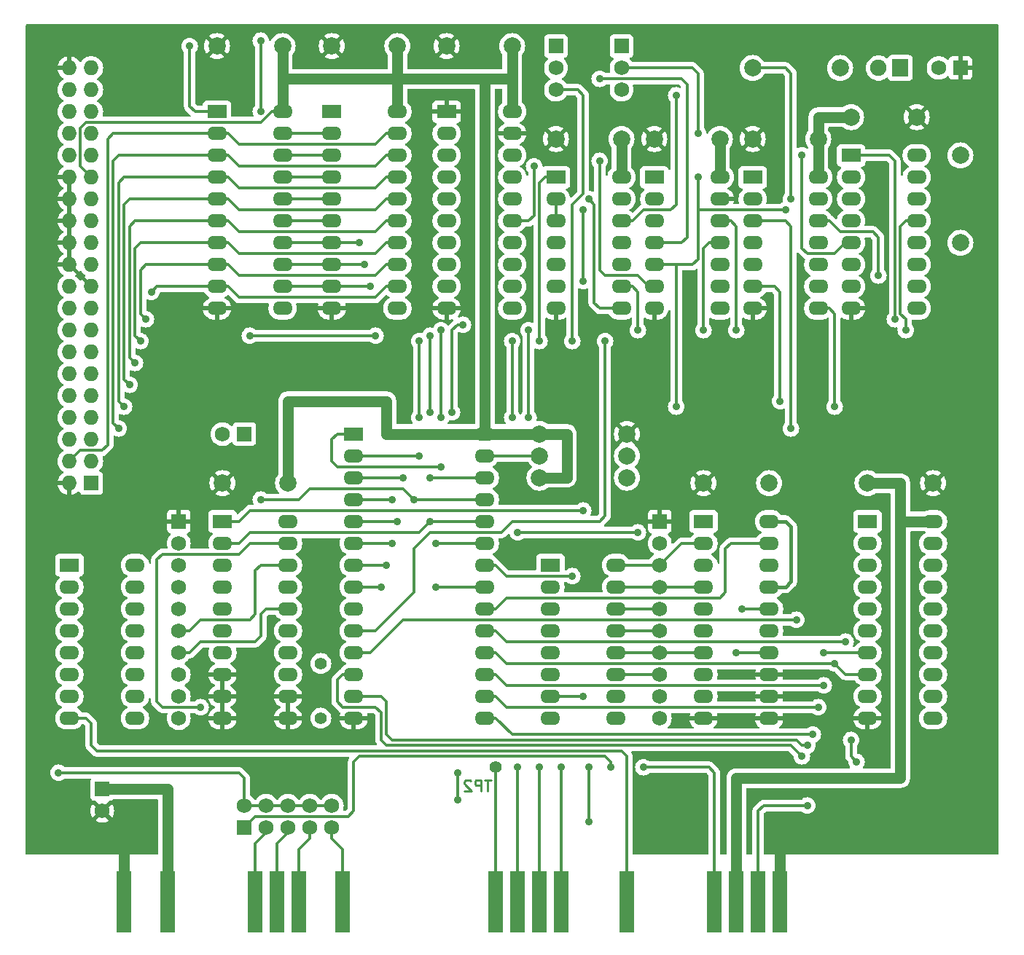
<source format=gbr>
G04 #@! TF.GenerationSoftware,KiCad,Pcbnew,8.0.4*
G04 #@! TF.CreationDate,2025-02-18T12:53:55-03:00*
G04 #@! TF.ProjectId,XT-IDE,58542d49-4445-42e6-9b69-6361645f7063,3B*
G04 #@! TF.SameCoordinates,Original*
G04 #@! TF.FileFunction,Copper,L2,Bot*
G04 #@! TF.FilePolarity,Positive*
%FSLAX46Y46*%
G04 Gerber Fmt 4.6, Leading zero omitted, Abs format (unit mm)*
G04 Created by KiCad (PCBNEW 8.0.4) date 2025-02-18 12:53:55*
%MOMM*%
%LPD*%
G01*
G04 APERTURE LIST*
%ADD10C,0.254000*%
G04 #@! TA.AperFunction,NonConductor*
%ADD11C,0.254000*%
G04 #@! TD*
G04 #@! TA.AperFunction,ComponentPad*
%ADD12C,4.064000*%
G04 #@! TD*
G04 #@! TA.AperFunction,ComponentPad*
%ADD13R,1.727200X1.727200*%
G04 #@! TD*
G04 #@! TA.AperFunction,ComponentPad*
%ADD14C,1.727200*%
G04 #@! TD*
G04 #@! TA.AperFunction,ConnectorPad*
%ADD15R,1.778000X7.112000*%
G04 #@! TD*
G04 #@! TA.AperFunction,ComponentPad*
%ADD16R,1.900000X2.000000*%
G04 #@! TD*
G04 #@! TA.AperFunction,ComponentPad*
%ADD17C,1.900000*%
G04 #@! TD*
G04 #@! TA.AperFunction,ComponentPad*
%ADD18C,1.397000*%
G04 #@! TD*
G04 #@! TA.AperFunction,ComponentPad*
%ADD19O,1.727200X1.727200*%
G04 #@! TD*
G04 #@! TA.AperFunction,ComponentPad*
%ADD20R,2.300000X1.600000*%
G04 #@! TD*
G04 #@! TA.AperFunction,ComponentPad*
%ADD21O,2.300000X1.600000*%
G04 #@! TD*
G04 #@! TA.AperFunction,ComponentPad*
%ADD22C,1.998980*%
G04 #@! TD*
G04 #@! TA.AperFunction,ViaPad*
%ADD23C,0.889000*%
G04 #@! TD*
G04 #@! TA.AperFunction,Conductor*
%ADD24C,0.304800*%
G04 #@! TD*
G04 #@! TA.AperFunction,Conductor*
%ADD25C,1.270000*%
G04 #@! TD*
G04 #@! TA.AperFunction,Conductor*
%ADD26C,0.406400*%
G04 #@! TD*
G04 APERTURE END LIST*
D10*
D11*
X131523618Y-122748318D02*
X130797904Y-122748318D01*
X131160761Y-124018318D02*
X131160761Y-122748318D01*
X130374571Y-124018318D02*
X130374571Y-122748318D01*
X130374571Y-122748318D02*
X129890761Y-122748318D01*
X129890761Y-122748318D02*
X129769809Y-122808794D01*
X129769809Y-122808794D02*
X129709332Y-122869270D01*
X129709332Y-122869270D02*
X129648856Y-122990222D01*
X129648856Y-122990222D02*
X129648856Y-123171651D01*
X129648856Y-123171651D02*
X129709332Y-123292603D01*
X129709332Y-123292603D02*
X129769809Y-123353080D01*
X129769809Y-123353080D02*
X129890761Y-123413556D01*
X129890761Y-123413556D02*
X130374571Y-123413556D01*
X129165047Y-122869270D02*
X129104571Y-122808794D01*
X129104571Y-122808794D02*
X128983618Y-122748318D01*
X128983618Y-122748318D02*
X128681237Y-122748318D01*
X128681237Y-122748318D02*
X128560285Y-122808794D01*
X128560285Y-122808794D02*
X128499809Y-122869270D01*
X128499809Y-122869270D02*
X128439332Y-122990222D01*
X128439332Y-122990222D02*
X128439332Y-123111175D01*
X128439332Y-123111175D02*
X128499809Y-123292603D01*
X128499809Y-123292603D02*
X129225523Y-124018318D01*
X129225523Y-124018318D02*
X128439332Y-124018318D01*
D12*
X186690000Y-128270000D03*
X186690000Y-71755000D03*
D13*
X102870000Y-82550000D03*
D14*
X100330000Y-82550000D03*
D13*
X139065000Y-37465000D03*
D14*
X139065000Y-40005000D03*
X139065000Y-42545000D03*
D13*
X146685000Y-37465000D03*
D14*
X146685000Y-40005000D03*
X146685000Y-42545000D03*
D13*
X102870000Y-128270000D03*
D14*
X102870000Y-125730000D03*
X105410000Y-128270000D03*
X105410000Y-125730000D03*
X107950000Y-128270000D03*
X107950000Y-125730000D03*
X110490000Y-128270000D03*
X110490000Y-125730000D03*
X113030000Y-128270000D03*
X113030000Y-125730000D03*
D13*
X186055000Y-40005000D03*
D14*
X183515000Y-40005000D03*
D15*
X165100000Y-136906000D03*
X162560000Y-136906000D03*
X160020000Y-136906000D03*
X157480000Y-136906000D03*
X147320000Y-136906000D03*
X139700000Y-136906000D03*
X137160000Y-136906000D03*
X134620000Y-136906000D03*
X132080000Y-136906000D03*
X114300000Y-136906000D03*
X109220000Y-136906000D03*
X106680000Y-136906000D03*
X104140000Y-136906000D03*
X93980000Y-136906000D03*
X88900000Y-136906000D03*
D16*
X179070000Y-40005000D03*
D17*
X176530000Y-40005000D03*
D18*
X132080000Y-121285000D03*
X111760000Y-115570000D03*
X111760000Y-109220000D03*
D13*
X86360000Y-123825000D03*
D14*
X86360000Y-126325000D03*
D13*
X85090000Y-88265000D03*
D19*
X82550000Y-88265000D03*
X85090000Y-85725000D03*
X82550000Y-85725000D03*
X85090000Y-83185000D03*
X82550000Y-83185000D03*
X85090000Y-80645000D03*
X82550000Y-80645000D03*
X85090000Y-78105000D03*
X82550000Y-78105000D03*
X85090000Y-75565000D03*
X82550000Y-75565000D03*
X85090000Y-73025000D03*
X82550000Y-73025000D03*
X85090000Y-70485000D03*
X82550000Y-70485000D03*
X85090000Y-67945000D03*
X82550000Y-67945000D03*
X85090000Y-65405000D03*
X82550000Y-65405000D03*
X85090000Y-62865000D03*
X82550000Y-62865000D03*
X85090000Y-60325000D03*
X82550000Y-60325000D03*
X85090000Y-57785000D03*
X82550000Y-57785000D03*
X85090000Y-55245000D03*
X82550000Y-55245000D03*
X85090000Y-52705000D03*
X82550000Y-52705000D03*
X85090000Y-50165000D03*
X82550000Y-50165000D03*
X85090000Y-47625000D03*
X82550000Y-47625000D03*
X85090000Y-45085000D03*
X82550000Y-45085000D03*
X85090000Y-42545000D03*
X82550000Y-42545000D03*
X85090000Y-40005000D03*
X82550000Y-40005000D03*
D20*
X82550000Y-97790000D03*
D21*
X82550000Y-100330000D03*
X82550000Y-102870000D03*
X82550000Y-105410000D03*
X82550000Y-107950000D03*
X82550000Y-110490000D03*
X82550000Y-113030000D03*
X82550000Y-115570000D03*
X90170000Y-115570000D03*
X90170000Y-113030000D03*
X90170000Y-110490000D03*
X90170000Y-107950000D03*
X90170000Y-105410000D03*
X90170000Y-102870000D03*
X90170000Y-100330000D03*
X90170000Y-97790000D03*
D20*
X138430000Y-97790000D03*
D21*
X138430000Y-100330000D03*
X138430000Y-102870000D03*
X138430000Y-105410000D03*
X138430000Y-107950000D03*
X138430000Y-110490000D03*
X138430000Y-113030000D03*
X138430000Y-115570000D03*
X146050000Y-115570000D03*
X146050000Y-113030000D03*
X146050000Y-110490000D03*
X146050000Y-107950000D03*
X146050000Y-105410000D03*
X146050000Y-102870000D03*
X146050000Y-100330000D03*
X146050000Y-97790000D03*
D20*
X99695000Y-45085000D03*
D21*
X99695000Y-47625000D03*
X99695000Y-50165000D03*
X99695000Y-52705000D03*
X99695000Y-55245000D03*
X99695000Y-57785000D03*
X99695000Y-60325000D03*
X99695000Y-62865000D03*
X99695000Y-65405000D03*
X99695000Y-67945000D03*
X107315000Y-67945000D03*
X107315000Y-65405000D03*
X107315000Y-62865000D03*
X107315000Y-60325000D03*
X107315000Y-57785000D03*
X107315000Y-55245000D03*
X107315000Y-52705000D03*
X107315000Y-50165000D03*
X107315000Y-47625000D03*
X107315000Y-45085000D03*
D20*
X113030000Y-45085000D03*
D21*
X113030000Y-47625000D03*
X113030000Y-50165000D03*
X113030000Y-52705000D03*
X113030000Y-55245000D03*
X113030000Y-57785000D03*
X113030000Y-60325000D03*
X113030000Y-62865000D03*
X113030000Y-65405000D03*
X113030000Y-67945000D03*
X120650000Y-67945000D03*
X120650000Y-65405000D03*
X120650000Y-62865000D03*
X120650000Y-60325000D03*
X120650000Y-57785000D03*
X120650000Y-55245000D03*
X120650000Y-52705000D03*
X120650000Y-50165000D03*
X120650000Y-47625000D03*
X120650000Y-45085000D03*
D20*
X126365000Y-45085000D03*
D21*
X126365000Y-47625000D03*
X126365000Y-50165000D03*
X126365000Y-52705000D03*
X126365000Y-55245000D03*
X126365000Y-57785000D03*
X126365000Y-60325000D03*
X126365000Y-62865000D03*
X126365000Y-65405000D03*
X126365000Y-67945000D03*
X133985000Y-67945000D03*
X133985000Y-65405000D03*
X133985000Y-62865000D03*
X133985000Y-60325000D03*
X133985000Y-57785000D03*
X133985000Y-55245000D03*
X133985000Y-52705000D03*
X133985000Y-50165000D03*
X133985000Y-47625000D03*
X133985000Y-45085000D03*
D20*
X150495000Y-52705000D03*
D21*
X150495000Y-55245000D03*
X150495000Y-57785000D03*
X150495000Y-60325000D03*
X150495000Y-62865000D03*
X150495000Y-65405000D03*
X150495000Y-67945000D03*
X158115000Y-67945000D03*
X158115000Y-65405000D03*
X158115000Y-62865000D03*
X158115000Y-60325000D03*
X158115000Y-57785000D03*
X158115000Y-55245000D03*
X158115000Y-52705000D03*
D20*
X161925000Y-52705000D03*
D21*
X161925000Y-55245000D03*
X161925000Y-57785000D03*
X161925000Y-60325000D03*
X161925000Y-62865000D03*
X161925000Y-65405000D03*
X161925000Y-67945000D03*
X169545000Y-67945000D03*
X169545000Y-65405000D03*
X169545000Y-62865000D03*
X169545000Y-60325000D03*
X169545000Y-57785000D03*
X169545000Y-55245000D03*
X169545000Y-52705000D03*
D20*
X173355000Y-50165000D03*
D21*
X173355000Y-52705000D03*
X173355000Y-55245000D03*
X173355000Y-57785000D03*
X173355000Y-60325000D03*
X173355000Y-62865000D03*
X173355000Y-65405000D03*
X173355000Y-67945000D03*
X180975000Y-67945000D03*
X180975000Y-65405000D03*
X180975000Y-62865000D03*
X180975000Y-60325000D03*
X180975000Y-57785000D03*
X180975000Y-55245000D03*
X180975000Y-52705000D03*
X180975000Y-50165000D03*
D20*
X100330000Y-92710000D03*
D21*
X100330000Y-95250000D03*
X100330000Y-97790000D03*
X100330000Y-100330000D03*
X100330000Y-102870000D03*
X100330000Y-105410000D03*
X100330000Y-107950000D03*
X100330000Y-110490000D03*
X100330000Y-113030000D03*
X100330000Y-115570000D03*
X107950000Y-115570000D03*
X107950000Y-113030000D03*
X107950000Y-110490000D03*
X107950000Y-107950000D03*
X107950000Y-105410000D03*
X107950000Y-102870000D03*
X107950000Y-100330000D03*
X107950000Y-97790000D03*
X107950000Y-95250000D03*
X107950000Y-92710000D03*
D20*
X115570000Y-82550000D03*
D21*
X115570000Y-85090000D03*
X115570000Y-87630000D03*
X115570000Y-90170000D03*
X115570000Y-92710000D03*
X115570000Y-95250000D03*
X115570000Y-97790000D03*
X115570000Y-100330000D03*
X115570000Y-102870000D03*
X115570000Y-105410000D03*
X115570000Y-107950000D03*
X115570000Y-110490000D03*
X115570000Y-113030000D03*
X115570000Y-115570000D03*
X130810000Y-115570000D03*
X130810000Y-113030000D03*
X130810000Y-110490000D03*
X130810000Y-107950000D03*
X130810000Y-105410000D03*
X130810000Y-102870000D03*
X130810000Y-100330000D03*
X130810000Y-97790000D03*
X130810000Y-95250000D03*
X130810000Y-92710000D03*
X130810000Y-90170000D03*
X130810000Y-87630000D03*
X130810000Y-85090000D03*
X130810000Y-82550000D03*
D20*
X156210000Y-92710000D03*
D21*
X156210000Y-95250000D03*
X156210000Y-97790000D03*
X156210000Y-100330000D03*
X156210000Y-102870000D03*
X156210000Y-105410000D03*
X156210000Y-107950000D03*
X156210000Y-110490000D03*
X156210000Y-113030000D03*
X156210000Y-115570000D03*
X163830000Y-115570000D03*
X163830000Y-113030000D03*
X163830000Y-110490000D03*
X163830000Y-107950000D03*
X163830000Y-105410000D03*
X163830000Y-102870000D03*
X163830000Y-100330000D03*
X163830000Y-97790000D03*
X163830000Y-95250000D03*
X163830000Y-92710000D03*
D20*
X175260000Y-92710000D03*
D21*
X175260000Y-95250000D03*
X175260000Y-97790000D03*
X175260000Y-100330000D03*
X175260000Y-102870000D03*
X175260000Y-105410000D03*
X175260000Y-107950000D03*
X175260000Y-110490000D03*
X175260000Y-113030000D03*
X175260000Y-115570000D03*
X182880000Y-115570000D03*
X182880000Y-113030000D03*
X182880000Y-110490000D03*
X182880000Y-107950000D03*
X182880000Y-105410000D03*
X182880000Y-102870000D03*
X182880000Y-100330000D03*
X182880000Y-97790000D03*
X182880000Y-95250000D03*
X182880000Y-92710000D03*
D13*
X95250000Y-92710000D03*
D14*
X95250000Y-95250000D03*
X95250000Y-97790000D03*
X95250000Y-100330000D03*
X95250000Y-102870000D03*
X95250000Y-105410000D03*
X95250000Y-107950000D03*
X95250000Y-110490000D03*
X95250000Y-113030000D03*
X95250000Y-115570000D03*
D13*
X151130000Y-92710000D03*
D14*
X151130000Y-95250000D03*
X151130000Y-97790000D03*
X151130000Y-100330000D03*
X151130000Y-102870000D03*
X151130000Y-105410000D03*
X151130000Y-107950000D03*
X151130000Y-110490000D03*
X151130000Y-113030000D03*
X151130000Y-115570000D03*
D22*
X107315000Y-37465000D03*
X99695000Y-37465000D03*
X120650000Y-37465000D03*
X113030000Y-37465000D03*
X133985000Y-37465000D03*
X126365000Y-37465000D03*
X146685000Y-48260000D03*
X139065000Y-48260000D03*
X158115000Y-48260000D03*
X150495000Y-48260000D03*
X169545000Y-48260000D03*
X161925000Y-48260000D03*
X173355000Y-45720000D03*
X180975000Y-45720000D03*
X137160000Y-82550000D03*
X147320000Y-82550000D03*
X107950000Y-88265000D03*
X100330000Y-88265000D03*
X163830000Y-88265000D03*
X156210000Y-88265000D03*
X172085000Y-40005000D03*
X161925000Y-40005000D03*
X186055000Y-50165000D03*
X186055000Y-60325000D03*
X147320000Y-85090000D03*
X137160000Y-85090000D03*
X137160000Y-87630000D03*
X147320000Y-87630000D03*
D20*
X139065000Y-52705000D03*
D21*
X139065000Y-55245000D03*
X139065000Y-57785000D03*
X139065000Y-60325000D03*
X139065000Y-62865000D03*
X139065000Y-65405000D03*
X139065000Y-67945000D03*
X146685000Y-67945000D03*
X146685000Y-65405000D03*
X146685000Y-62865000D03*
X146685000Y-60325000D03*
X146685000Y-57785000D03*
X146685000Y-55245000D03*
X146685000Y-52705000D03*
D22*
X175260000Y-88265000D03*
X182880000Y-88265000D03*
D23*
X135890000Y-80645000D03*
X134620000Y-121285000D03*
X135890000Y-70485000D03*
X178435000Y-69215000D03*
X140970000Y-99060000D03*
X137160000Y-121285000D03*
X103505000Y-71120000D03*
X118110000Y-71120000D03*
X171450000Y-79375000D03*
X127000000Y-80010000D03*
X128270000Y-69850000D03*
X96520000Y-37465000D03*
X165100000Y-78740000D03*
X144145000Y-50800000D03*
X140970000Y-71755000D03*
X144780000Y-71755000D03*
X123190000Y-71755000D03*
X123190000Y-80645000D03*
X125095000Y-100330000D03*
X125095000Y-95250000D03*
X123190000Y-85090000D03*
X118745000Y-100330000D03*
X124460000Y-71120000D03*
X142240000Y-56515000D03*
X142240000Y-64770000D03*
X124460000Y-80010000D03*
X119380000Y-97790000D03*
X125730000Y-80645000D03*
X125730000Y-70485000D03*
X88900000Y-79375000D03*
X89535000Y-76835000D03*
X90170000Y-74295000D03*
X90805000Y-71755000D03*
X91440000Y-69215000D03*
X92075000Y-66040000D03*
X88265000Y-81915000D03*
X81280000Y-121920000D03*
X167005000Y-104140000D03*
X167640000Y-120015000D03*
X168275000Y-118745000D03*
X168910000Y-117475000D03*
X169545000Y-114300000D03*
X170180000Y-111760000D03*
X170180000Y-107950000D03*
X171450000Y-109220000D03*
X172720000Y-106680000D03*
X139700000Y-121285000D03*
X142240000Y-113030000D03*
X142875000Y-127635000D03*
X142875000Y-121285000D03*
X142240000Y-91440000D03*
X127635000Y-125095000D03*
X125730000Y-86360000D03*
X127635000Y-121920000D03*
X124460000Y-87630000D03*
X176530000Y-64135000D03*
X160655000Y-102870000D03*
X160020000Y-107950000D03*
X124460000Y-92710000D03*
X104775000Y-90170000D03*
X122555000Y-90170000D03*
X121285000Y-87630000D03*
X120015000Y-90170000D03*
X120650000Y-92710000D03*
X120015000Y-95250000D03*
X136525000Y-51435000D03*
X167640000Y-50165000D03*
X155575000Y-47625000D03*
X166370000Y-55245000D03*
X117475000Y-65405000D03*
X173990000Y-120650000D03*
X173355000Y-118110000D03*
X168275000Y-125730000D03*
X166370000Y-81915000D03*
X145415000Y-121285000D03*
X149225000Y-121285000D03*
X148590000Y-93980000D03*
X134620000Y-93980000D03*
X133985000Y-71755000D03*
X137160000Y-71755000D03*
X133985000Y-80645000D03*
X116840000Y-62865000D03*
X116205000Y-60325000D03*
X97790000Y-114300000D03*
X165735000Y-56515000D03*
X153035000Y-79375000D03*
X155575000Y-52705000D03*
X144145000Y-41275000D03*
X104775000Y-45085000D03*
X104775000Y-36830000D03*
X153035000Y-43180000D03*
X142875000Y-55245000D03*
X160020000Y-70485000D03*
X179705000Y-70485000D03*
X148590000Y-70485000D03*
X156210000Y-70485000D03*
D24*
X135890000Y-70485000D02*
X135890000Y-80645000D01*
X178435000Y-69215000D02*
X178435000Y-50800000D01*
X177800000Y-50165000D02*
X173355000Y-50165000D01*
X178435000Y-50800000D02*
X177800000Y-50165000D01*
X134620000Y-136906000D02*
X134620000Y-121285000D01*
X137160000Y-136906000D02*
X137160000Y-121285000D01*
X133350000Y-99060000D02*
X132080000Y-97790000D01*
X132080000Y-97790000D02*
X130810000Y-97790000D01*
X140970000Y-99060000D02*
X133350000Y-99060000D01*
X103505000Y-71120000D02*
X118110000Y-71120000D01*
X132080000Y-102870000D02*
X133350000Y-101600000D01*
X158750000Y-100965000D02*
X158750000Y-95885000D01*
X158750000Y-95885000D02*
X159385000Y-95250000D01*
X159385000Y-95250000D02*
X163830000Y-95250000D01*
X130810000Y-102870000D02*
X132080000Y-102870000D01*
X158115000Y-101600000D02*
X158750000Y-100965000D01*
X133350000Y-101600000D02*
X158115000Y-101600000D01*
X170815000Y-67945000D02*
X171450000Y-68580000D01*
X171450000Y-68580000D02*
X171450000Y-79375000D01*
X127000000Y-70485000D02*
X127000000Y-80010000D01*
X127635000Y-69850000D02*
X128270000Y-69850000D01*
X169545000Y-67945000D02*
X170815000Y-67945000D01*
X127000000Y-70485000D02*
X127635000Y-69850000D01*
X97155000Y-45085000D02*
X96520000Y-44450000D01*
X96520000Y-44450000D02*
X96520000Y-37465000D01*
X100330000Y-45085000D02*
X97155000Y-45085000D01*
X164465000Y-65405000D02*
X165100000Y-66040000D01*
X165100000Y-66040000D02*
X165100000Y-78740000D01*
X161925000Y-65405000D02*
X164465000Y-65405000D01*
X149860000Y-65405000D02*
X148590000Y-64135000D01*
X148590000Y-64135000D02*
X144780000Y-64135000D01*
X144780000Y-64135000D02*
X144145000Y-63500000D01*
X144145000Y-63500000D02*
X144145000Y-59055000D01*
X144145000Y-59055000D02*
X144145000Y-50800000D01*
X150495000Y-65405000D02*
X149860000Y-65405000D01*
X118110000Y-105410000D02*
X122555000Y-100965000D01*
X122555000Y-100965000D02*
X122555000Y-95885000D01*
X122555000Y-95885000D02*
X124460000Y-93980000D01*
X124460000Y-93980000D02*
X132715000Y-93980000D01*
X132715000Y-93980000D02*
X133985000Y-92710000D01*
X133985000Y-92710000D02*
X144145000Y-92710000D01*
X144145000Y-92710000D02*
X144780000Y-92075000D01*
X144780000Y-92075000D02*
X144780000Y-80010000D01*
X142240000Y-54610000D02*
X142240000Y-44450000D01*
X140970000Y-71755000D02*
X140970000Y-55880000D01*
X142240000Y-43180000D02*
X141605000Y-42545000D01*
X141605000Y-42545000D02*
X139065000Y-42545000D01*
X144780000Y-80010000D02*
X144780000Y-71755000D01*
X115570000Y-105410000D02*
X118110000Y-105410000D01*
X142240000Y-44450000D02*
X142240000Y-43180000D01*
X140970000Y-55880000D02*
X142240000Y-54610000D01*
X123190000Y-80645000D02*
X123190000Y-71755000D01*
X125095000Y-100330000D02*
X129540000Y-100330000D01*
X130810000Y-100330000D02*
X129540000Y-100330000D01*
X125095000Y-95250000D02*
X129540000Y-95250000D01*
X130810000Y-95250000D02*
X129540000Y-95250000D01*
X123190000Y-85090000D02*
X115570000Y-85090000D01*
X118745000Y-100330000D02*
X115570000Y-100330000D01*
X124460000Y-80010000D02*
X124460000Y-71120000D01*
X142240000Y-64770000D02*
X142240000Y-57150000D01*
X142240000Y-57150000D02*
X142240000Y-56515000D01*
X119380000Y-97790000D02*
X115570000Y-97790000D01*
X125730000Y-80645000D02*
X125730000Y-70485000D01*
X88900000Y-52705000D02*
X88265000Y-53340000D01*
X88265000Y-53340000D02*
X88265000Y-78740000D01*
X88265000Y-78740000D02*
X88900000Y-79375000D01*
X100965000Y-52705000D02*
X102235000Y-53975000D01*
X102235000Y-53975000D02*
X118110000Y-53975000D01*
X118110000Y-53975000D02*
X119380000Y-52705000D01*
X119380000Y-52705000D02*
X120650000Y-52705000D01*
X99695000Y-52705000D02*
X88900000Y-52705000D01*
X99695000Y-52705000D02*
X100965000Y-52705000D01*
X89535000Y-55245000D02*
X88900000Y-55880000D01*
X88900000Y-55880000D02*
X88900000Y-76200000D01*
X88900000Y-76200000D02*
X89535000Y-76835000D01*
X100965000Y-55245000D02*
X102235000Y-56515000D01*
X102235000Y-56515000D02*
X118110000Y-56515000D01*
X118110000Y-56515000D02*
X119380000Y-55245000D01*
X119380000Y-55245000D02*
X120650000Y-55245000D01*
X99695000Y-55245000D02*
X89535000Y-55245000D01*
X99695000Y-55245000D02*
X100965000Y-55245000D01*
X90170000Y-57785000D02*
X89535000Y-58420000D01*
X89535000Y-58420000D02*
X89535000Y-73660000D01*
X89535000Y-73660000D02*
X90170000Y-74295000D01*
X100965000Y-57785000D02*
X102235000Y-59055000D01*
X102235000Y-59055000D02*
X118110000Y-59055000D01*
X118110000Y-59055000D02*
X119380000Y-57785000D01*
X119380000Y-57785000D02*
X120650000Y-57785000D01*
X99695000Y-57785000D02*
X90170000Y-57785000D01*
X99695000Y-57785000D02*
X100965000Y-57785000D01*
X90805000Y-60325000D02*
X90170000Y-60960000D01*
X90170000Y-60960000D02*
X90170000Y-71120000D01*
X90170000Y-71120000D02*
X90805000Y-71755000D01*
X100965000Y-60325000D02*
X102235000Y-61595000D01*
X102235000Y-61595000D02*
X118110000Y-61595000D01*
X118110000Y-61595000D02*
X119380000Y-60325000D01*
X119380000Y-60325000D02*
X120650000Y-60325000D01*
X99695000Y-60325000D02*
X100965000Y-60325000D01*
X99695000Y-60325000D02*
X90805000Y-60325000D01*
X91440000Y-62865000D02*
X90805000Y-63500000D01*
X90805000Y-63500000D02*
X90805000Y-68580000D01*
X90805000Y-68580000D02*
X91440000Y-69215000D01*
X100965000Y-62865000D02*
X102235000Y-64135000D01*
X102235000Y-64135000D02*
X118110000Y-64135000D01*
X118110000Y-64135000D02*
X119380000Y-62865000D01*
X119380000Y-62865000D02*
X120650000Y-62865000D01*
X99695000Y-62865000D02*
X91440000Y-62865000D01*
X99695000Y-62865000D02*
X100965000Y-62865000D01*
X92710000Y-65405000D02*
X92075000Y-66040000D01*
X100965000Y-65405000D02*
X102235000Y-66675000D01*
X102235000Y-66675000D02*
X118110000Y-66675000D01*
X118110000Y-66675000D02*
X119380000Y-65405000D01*
X119380000Y-65405000D02*
X120650000Y-65405000D01*
X99695000Y-65405000D02*
X92710000Y-65405000D01*
X99695000Y-65405000D02*
X100965000Y-65405000D01*
X87630000Y-47625000D02*
X86995000Y-48260000D01*
X86995000Y-48260000D02*
X86995000Y-83820000D01*
X86995000Y-83820000D02*
X86360000Y-84455000D01*
X86360000Y-84455000D02*
X83820000Y-84455000D01*
X83820000Y-84455000D02*
X82550000Y-85725000D01*
X100965000Y-47625000D02*
X102235000Y-48895000D01*
X102235000Y-48895000D02*
X118110000Y-48895000D01*
X118110000Y-48895000D02*
X119380000Y-47625000D01*
X119380000Y-47625000D02*
X120650000Y-47625000D01*
X99695000Y-47625000D02*
X100965000Y-47625000D01*
X99695000Y-47625000D02*
X87630000Y-47625000D01*
X88265000Y-50165000D02*
X87630000Y-50800000D01*
X87630000Y-50800000D02*
X87630000Y-81280000D01*
X87630000Y-81280000D02*
X88265000Y-81915000D01*
X100965000Y-50165000D02*
X102235000Y-51435000D01*
X102235000Y-51435000D02*
X118110000Y-51435000D01*
X118110000Y-51435000D02*
X119380000Y-50165000D01*
X119380000Y-50165000D02*
X120650000Y-50165000D01*
X99695000Y-50165000D02*
X88265000Y-50165000D01*
X99695000Y-50165000D02*
X100965000Y-50165000D01*
X105410000Y-125730000D02*
X107950000Y-125730000D01*
X107950000Y-125730000D02*
X110490000Y-125730000D01*
X110490000Y-125730000D02*
X113030000Y-125730000D01*
X102235000Y-121920000D02*
X102870000Y-122555000D01*
X102870000Y-125730000D02*
X102870000Y-122555000D01*
X102870000Y-125730000D02*
X105410000Y-125730000D01*
X81280000Y-121920000D02*
X102235000Y-121920000D01*
X105410000Y-128905000D02*
X104140000Y-130175000D01*
X104140000Y-130175000D02*
X104140000Y-136906000D01*
X105410000Y-128270000D02*
X105410000Y-128905000D01*
X107950000Y-128905000D02*
X106680000Y-130175000D01*
X106680000Y-130175000D02*
X106680000Y-136906000D01*
X107950000Y-128270000D02*
X107950000Y-128905000D01*
X110490000Y-129540000D02*
X109220000Y-130810000D01*
X109220000Y-130810000D02*
X109220000Y-136906000D01*
X110490000Y-128270000D02*
X110490000Y-129540000D01*
X113030000Y-129540000D02*
X114300000Y-130810000D01*
X114300000Y-130810000D02*
X114300000Y-136906000D01*
X113030000Y-128270000D02*
X113030000Y-129540000D01*
X117475000Y-107950000D02*
X121285000Y-104140000D01*
X121285000Y-104140000D02*
X148590000Y-104140000D01*
X167005000Y-104140000D02*
X148590000Y-104140000D01*
X115570000Y-107950000D02*
X117475000Y-107950000D01*
X167005000Y-104140000D02*
X167005000Y-104140000D01*
X167640000Y-120015000D02*
X166370000Y-118745000D01*
X166370000Y-118745000D02*
X135255000Y-118745000D01*
X114300000Y-110490000D02*
X113665000Y-111125000D01*
X113665000Y-111125000D02*
X113665000Y-113665000D01*
X113665000Y-113665000D02*
X114300000Y-114300000D01*
X114300000Y-114300000D02*
X118110000Y-114300000D01*
X118110000Y-114300000D02*
X118745000Y-114935000D01*
X118745000Y-114935000D02*
X118745000Y-118110000D01*
X118745000Y-118110000D02*
X119380000Y-118745000D01*
X119380000Y-118745000D02*
X135255000Y-118745000D01*
X115570000Y-110490000D02*
X114300000Y-110490000D01*
X133985000Y-118110000D02*
X167005000Y-118110000D01*
X167005000Y-118110000D02*
X167640000Y-118745000D01*
X118745000Y-113030000D02*
X119380000Y-113665000D01*
X119380000Y-113665000D02*
X119380000Y-117475000D01*
X119380000Y-117475000D02*
X120015000Y-118110000D01*
X120015000Y-118110000D02*
X133985000Y-118110000D01*
X118110000Y-113030000D02*
X118745000Y-113030000D01*
X117475000Y-113030000D02*
X115570000Y-113030000D01*
X117475000Y-113030000D02*
X118110000Y-113030000D01*
X168275000Y-118745000D02*
X167640000Y-118745000D01*
X132080000Y-115570000D02*
X133985000Y-117475000D01*
X133985000Y-117475000D02*
X135890000Y-117475000D01*
X135890000Y-117475000D02*
X166370000Y-117475000D01*
X166370000Y-117475000D02*
X167640000Y-117475000D01*
X167640000Y-117475000D02*
X167640000Y-117475000D01*
X168910000Y-117475000D02*
X168910000Y-117475000D01*
X168910000Y-117475000D02*
X167640000Y-117475000D01*
X130810000Y-115570000D02*
X132080000Y-115570000D01*
X132080000Y-113030000D02*
X133350000Y-114300000D01*
X133350000Y-114300000D02*
X169545000Y-114300000D01*
X130810000Y-113030000D02*
X132080000Y-113030000D01*
X132080000Y-110490000D02*
X133350000Y-111760000D01*
X133350000Y-111760000D02*
X149225000Y-111760000D01*
X175260000Y-107950000D02*
X170180000Y-107950000D01*
X130810000Y-110490000D02*
X132080000Y-110490000D01*
X170180000Y-111760000D02*
X149225000Y-111760000D01*
X132080000Y-107950000D02*
X133350000Y-109220000D01*
X133350000Y-109220000D02*
X171450000Y-109220000D01*
X172720000Y-110490000D02*
X171450000Y-109220000D01*
X175260000Y-110490000D02*
X172720000Y-110490000D01*
X130810000Y-107950000D02*
X132080000Y-107950000D01*
X132080000Y-105410000D02*
X133350000Y-106680000D01*
X133350000Y-106680000D02*
X172720000Y-106680000D01*
X130810000Y-105410000D02*
X132080000Y-105410000D01*
D25*
X165100000Y-136906000D02*
X165100000Y-130175000D01*
X88900000Y-136906000D02*
X88900000Y-130175000D01*
D26*
X85090000Y-65405000D02*
X82550000Y-62865000D01*
D25*
X93980000Y-123825000D02*
X93980000Y-125730000D01*
X93980000Y-125730000D02*
X93980000Y-136906000D01*
X160020000Y-125730000D02*
X160020000Y-122555000D01*
X160020000Y-122555000D02*
X179070000Y-122555000D01*
X179070000Y-122555000D02*
X179070000Y-121285000D01*
X179070000Y-121285000D02*
X179070000Y-92710000D01*
D26*
X165735000Y-92710000D02*
X166370000Y-93345000D01*
X166370000Y-93345000D02*
X166370000Y-99695000D01*
X166370000Y-99695000D02*
X165735000Y-100330000D01*
X165735000Y-100330000D02*
X163830000Y-100330000D01*
D25*
X119380000Y-82550000D02*
X119380000Y-78740000D01*
X119380000Y-78740000D02*
X107950000Y-78740000D01*
X107950000Y-85725000D02*
X107950000Y-82550000D01*
X107950000Y-82550000D02*
X107950000Y-78740000D01*
X179070000Y-88265000D02*
X175260000Y-88265000D01*
X140335000Y-82550000D02*
X140335000Y-87630000D01*
X140335000Y-87630000D02*
X137160000Y-87630000D01*
X113030000Y-41275000D02*
X120650000Y-41275000D01*
X120650000Y-41275000D02*
X120650000Y-41910000D01*
X120650000Y-41910000D02*
X120650000Y-41275000D01*
X130810000Y-41275000D02*
X131371931Y-41275000D01*
X133985000Y-41275000D02*
X133350000Y-41275000D01*
X133350000Y-41275000D02*
X133985000Y-41275000D01*
X133985000Y-41275000D02*
X133985000Y-45085000D01*
D24*
X83820000Y-51435000D02*
X83820000Y-46990000D01*
X83820000Y-46990000D02*
X84455000Y-46355000D01*
X84455000Y-46355000D02*
X104775000Y-46355000D01*
X104775000Y-46355000D02*
X106045000Y-45085000D01*
X106045000Y-45085000D02*
X107315000Y-45085000D01*
D25*
X169545000Y-45720000D02*
X169545000Y-48260000D01*
X107315000Y-41275000D02*
X107315000Y-45085000D01*
X130810000Y-41275000D02*
X133985000Y-41275000D01*
X137160000Y-82550000D02*
X140335000Y-82550000D01*
X130810000Y-82550000D02*
X119380000Y-82550000D01*
X173355000Y-45720000D02*
X169545000Y-45720000D01*
D26*
X163830000Y-92710000D02*
X165735000Y-92710000D01*
D25*
X107315000Y-41275000D02*
X113030000Y-41275000D01*
X133985000Y-38100000D02*
X133985000Y-41275000D01*
X120650000Y-45085000D02*
X120650000Y-41275000D01*
X120650000Y-41275000D02*
X130810000Y-41275000D01*
X107950000Y-85725000D02*
X107950000Y-88265000D01*
X130810000Y-82550000D02*
X130810000Y-41275000D01*
X182880000Y-92710000D02*
X179070000Y-92710000D01*
D24*
X85090000Y-52705000D02*
X83820000Y-51435000D01*
D25*
X169545000Y-48260000D02*
X169545000Y-52705000D01*
X86360000Y-123825000D02*
X93980000Y-123825000D01*
X120650000Y-37465000D02*
X120650000Y-41275000D01*
X158115000Y-48260000D02*
X158115000Y-52705000D01*
X107315000Y-37465000D02*
X107315000Y-41275000D01*
X179070000Y-92710000D02*
X179070000Y-88265000D01*
X137160000Y-82550000D02*
X130810000Y-82550000D01*
X160020000Y-136906000D02*
X160020000Y-125730000D01*
X146685000Y-48260000D02*
X146685000Y-52705000D01*
D24*
X139700000Y-121285000D02*
X139700000Y-136906000D01*
X142240000Y-113030000D02*
X138430000Y-113030000D01*
X142240000Y-91440000D02*
X103505000Y-91440000D01*
X103505000Y-91440000D02*
X102235000Y-92710000D01*
X102235000Y-92710000D02*
X100330000Y-92710000D01*
X142875000Y-121285000D02*
X142875000Y-127635000D01*
X127635000Y-125095000D02*
X127635000Y-121920000D01*
X125730000Y-86360000D02*
X113665000Y-86360000D01*
X113665000Y-86360000D02*
X113030000Y-85725000D01*
X113030000Y-85725000D02*
X113030000Y-83820000D01*
X113030000Y-83185000D02*
X113665000Y-82550000D01*
X113665000Y-82550000D02*
X115570000Y-82550000D01*
X113030000Y-83820000D02*
X113030000Y-83185000D01*
X130810000Y-87630000D02*
X124460000Y-87630000D01*
X170815000Y-57785000D02*
X172085000Y-59055000D01*
X172085000Y-59055000D02*
X175895000Y-59055000D01*
X175895000Y-59055000D02*
X176530000Y-59690000D01*
X176530000Y-59690000D02*
X176530000Y-64135000D01*
X169545000Y-57785000D02*
X170815000Y-57785000D01*
X130810000Y-85090000D02*
X137160000Y-85090000D01*
X146050000Y-105410000D02*
X151130000Y-105410000D01*
X146050000Y-102870000D02*
X151130000Y-102870000D01*
X151130000Y-100330000D02*
X156210000Y-100330000D01*
X146050000Y-100330000D02*
X151130000Y-100330000D01*
X153670000Y-95250000D02*
X151130000Y-97790000D01*
X153670000Y-95250000D02*
X154940000Y-95250000D01*
X156210000Y-95250000D02*
X154940000Y-95250000D01*
X146050000Y-97790000D02*
X151130000Y-97790000D01*
X96520000Y-107950000D02*
X97790000Y-106680000D01*
X97790000Y-106680000D02*
X104140000Y-106680000D01*
X104140000Y-106680000D02*
X104775000Y-106045000D01*
X104775000Y-106045000D02*
X104775000Y-103505000D01*
X104775000Y-103505000D02*
X105410000Y-102870000D01*
X105410000Y-102870000D02*
X107950000Y-102870000D01*
X95250000Y-107950000D02*
X96520000Y-107950000D01*
X151130000Y-107950000D02*
X156210000Y-107950000D01*
X146050000Y-107950000D02*
X151130000Y-107950000D01*
X146050000Y-110490000D02*
X151130000Y-110490000D01*
X96520000Y-105410000D02*
X97790000Y-104140000D01*
X97790000Y-104140000D02*
X103505000Y-104140000D01*
X103505000Y-104140000D02*
X104140000Y-103505000D01*
X104140000Y-103505000D02*
X104140000Y-98425000D01*
X104140000Y-98425000D02*
X104775000Y-97790000D01*
X104775000Y-97790000D02*
X107950000Y-97790000D01*
X95250000Y-105410000D02*
X96520000Y-105410000D01*
X163830000Y-102870000D02*
X160655000Y-102870000D01*
X160020000Y-107950000D02*
X163830000Y-107950000D01*
X124460000Y-92710000D02*
X129540000Y-92710000D01*
X123190000Y-93980000D02*
X103505000Y-93980000D01*
X103505000Y-93980000D02*
X102235000Y-95250000D01*
X102235000Y-95250000D02*
X100330000Y-95250000D01*
X130810000Y-92710000D02*
X129540000Y-92710000D01*
X124460000Y-92710000D02*
X123190000Y-93980000D01*
X122555000Y-90170000D02*
X129540000Y-90170000D01*
X111125000Y-88900000D02*
X121285000Y-88900000D01*
X110490000Y-88900000D02*
X109220000Y-90170000D01*
X109220000Y-90170000D02*
X104775000Y-90170000D01*
X130810000Y-90170000D02*
X129540000Y-90170000D01*
X122555000Y-90170000D02*
X121285000Y-88900000D01*
X111125000Y-88900000D02*
X110490000Y-88900000D01*
X121285000Y-87630000D02*
X115570000Y-87630000D01*
X120015000Y-90170000D02*
X115570000Y-90170000D01*
X120650000Y-92710000D02*
X115570000Y-92710000D01*
X120015000Y-95250000D02*
X115570000Y-95250000D01*
X171450000Y-61595000D02*
X172720000Y-60325000D01*
X171450000Y-61595000D02*
X168275000Y-61595000D01*
X168275000Y-61595000D02*
X167640000Y-60960000D01*
X167640000Y-60960000D02*
X167640000Y-50165000D01*
X155575000Y-47625000D02*
X155575000Y-41275000D01*
X136525000Y-51435000D02*
X136525000Y-57150000D01*
X136525000Y-57150000D02*
X135890000Y-57785000D01*
X133985000Y-57785000D02*
X135890000Y-57785000D01*
X154940000Y-40005000D02*
X155575000Y-40640000D01*
X155575000Y-40640000D02*
X155575000Y-41275000D01*
X146685000Y-40005000D02*
X154940000Y-40005000D01*
X173355000Y-60325000D02*
X172720000Y-60325000D01*
X166370000Y-55245000D02*
X166370000Y-41275000D01*
X166370000Y-40640000D02*
X165735000Y-40005000D01*
X165735000Y-40005000D02*
X161925000Y-40005000D01*
X166370000Y-41275000D02*
X166370000Y-40640000D01*
X173355000Y-120015000D02*
X173990000Y-120650000D01*
X107315000Y-65405000D02*
X113030000Y-65405000D01*
X173355000Y-118110000D02*
X173355000Y-120015000D01*
X113030000Y-65405000D02*
X117475000Y-65405000D01*
X162560000Y-126365000D02*
X163195000Y-125730000D01*
X163195000Y-125730000D02*
X168275000Y-125730000D01*
X166370000Y-58420000D02*
X165735000Y-57785000D01*
X165735000Y-57785000D02*
X161925000Y-57785000D01*
X162560000Y-136906000D02*
X162560000Y-126365000D01*
X166370000Y-81915000D02*
X166370000Y-58420000D01*
X115570000Y-126365000D02*
X114935000Y-127000000D01*
X114935000Y-127000000D02*
X104140000Y-127000000D01*
X102870000Y-128270000D02*
X104140000Y-127000000D01*
X115570000Y-120650000D02*
X116205000Y-120015000D01*
X116205000Y-120015000D02*
X144780000Y-120015000D01*
X144780000Y-120015000D02*
X145415000Y-120650000D01*
X145415000Y-120650000D02*
X145415000Y-121285000D01*
X149225000Y-121285000D02*
X156845000Y-121285000D01*
X156845000Y-121285000D02*
X157480000Y-121920000D01*
X157480000Y-121920000D02*
X157480000Y-136906000D01*
X115570000Y-126365000D02*
X115570000Y-120650000D01*
X134620000Y-93980000D02*
X136525000Y-93980000D01*
X137160000Y-71755000D02*
X137160000Y-53340000D01*
X137160000Y-53340000D02*
X137795000Y-52705000D01*
X137795000Y-52705000D02*
X139065000Y-52705000D01*
X133985000Y-80645000D02*
X133985000Y-71755000D01*
X136525000Y-93980000D02*
X148590000Y-93980000D01*
X132080000Y-121285000D02*
X132080000Y-136906000D01*
X107315000Y-62865000D02*
X113030000Y-62865000D01*
X113030000Y-62865000D02*
X116840000Y-62865000D01*
X113030000Y-60325000D02*
X116205000Y-60325000D01*
X107315000Y-60325000D02*
X113030000Y-60325000D01*
X107315000Y-57785000D02*
X113030000Y-57785000D01*
X107315000Y-55245000D02*
X113030000Y-55245000D01*
X107315000Y-52705000D02*
X113030000Y-52705000D01*
X107315000Y-50165000D02*
X113030000Y-50165000D01*
X107315000Y-47625000D02*
X113030000Y-47625000D01*
X139065000Y-55245000D02*
X139065000Y-57785000D01*
X147320000Y-120015000D02*
X146685000Y-119380000D01*
X146685000Y-119380000D02*
X85725000Y-119380000D01*
X85725000Y-119380000D02*
X85090000Y-118745000D01*
X85090000Y-118745000D02*
X85090000Y-116205000D01*
X85090000Y-116205000D02*
X84455000Y-115570000D01*
X84455000Y-115570000D02*
X82550000Y-115570000D01*
X147320000Y-136906000D02*
X147320000Y-120015000D01*
X103505000Y-95250000D02*
X102235000Y-96520000D01*
X102235000Y-96520000D02*
X93345000Y-96520000D01*
X93345000Y-96520000D02*
X92710000Y-97155000D01*
X92710000Y-97155000D02*
X92710000Y-113665000D01*
X92710000Y-113665000D02*
X93345000Y-114300000D01*
X93345000Y-114300000D02*
X97790000Y-114300000D01*
X153035000Y-79375000D02*
X153035000Y-62865000D01*
X155575000Y-52705000D02*
X155575000Y-56515000D01*
X155575000Y-62230000D02*
X154940000Y-62865000D01*
X155575000Y-56515000D02*
X165735000Y-56515000D01*
X155575000Y-62230000D02*
X155575000Y-56515000D01*
X152400000Y-62865000D02*
X153035000Y-62865000D01*
X103505000Y-95250000D02*
X107950000Y-95250000D01*
X153035000Y-62865000D02*
X154940000Y-62865000D01*
X152400000Y-62865000D02*
X150495000Y-62865000D01*
X144145000Y-41275000D02*
X152400000Y-41275000D01*
X153670000Y-60325000D02*
X154305000Y-59690000D01*
X154305000Y-59690000D02*
X154305000Y-41910000D01*
X154305000Y-41910000D02*
X153670000Y-41275000D01*
X153670000Y-41275000D02*
X152400000Y-41275000D01*
X150495000Y-60325000D02*
X153670000Y-60325000D01*
X147955000Y-57785000D02*
X149225000Y-56515000D01*
X149225000Y-56515000D02*
X152400000Y-56515000D01*
X152400000Y-56515000D02*
X153035000Y-55880000D01*
X153035000Y-55880000D02*
X153035000Y-43180000D01*
X104775000Y-36830000D02*
X104775000Y-45085000D01*
X146685000Y-57785000D02*
X147955000Y-57785000D01*
X144145000Y-67945000D02*
X143510000Y-67310000D01*
X143510000Y-67310000D02*
X143510000Y-55880000D01*
X143510000Y-55880000D02*
X142875000Y-55245000D01*
X146685000Y-67945000D02*
X144145000Y-67945000D01*
X179705000Y-57785000D02*
X179070000Y-58420000D01*
X179070000Y-58420000D02*
X179070000Y-68580000D01*
X179070000Y-68580000D02*
X179705000Y-69215000D01*
X179705000Y-69215000D02*
X179705000Y-70485000D01*
X160020000Y-70485000D02*
X160020000Y-58420000D01*
X160020000Y-58420000D02*
X159385000Y-57785000D01*
X158115000Y-57785000D02*
X159385000Y-57785000D01*
X179705000Y-57785000D02*
X180975000Y-57785000D01*
X156845000Y-60325000D02*
X156210000Y-60960000D01*
X156210000Y-60960000D02*
X156210000Y-70485000D01*
X148590000Y-70485000D02*
X148590000Y-66040000D01*
X148590000Y-66040000D02*
X147955000Y-65405000D01*
X146685000Y-65405000D02*
X147955000Y-65405000D01*
X156845000Y-60325000D02*
X158115000Y-60325000D01*
G04 #@! TA.AperFunction,Conductor*
G36*
X190442121Y-34945002D02*
G01*
X190488614Y-34998658D01*
X190500000Y-35051000D01*
X190500000Y-131319000D01*
X190479998Y-131387121D01*
X190426342Y-131433614D01*
X190374000Y-131445000D01*
X186690000Y-131445000D01*
X178435000Y-131445000D01*
X163346900Y-131445000D01*
X163278779Y-131424998D01*
X163232286Y-131371342D01*
X163220900Y-131319000D01*
X163220900Y-126690944D01*
X163240902Y-126622823D01*
X163257805Y-126601849D01*
X163431849Y-126427805D01*
X163494161Y-126393779D01*
X163520944Y-126390900D01*
X167533004Y-126390900D01*
X167601125Y-126410902D01*
X167612933Y-126419497D01*
X167742980Y-126526224D01*
X167908538Y-126614717D01*
X168088179Y-126669211D01*
X168088183Y-126669211D01*
X168088185Y-126669212D01*
X168274997Y-126687611D01*
X168275000Y-126687611D01*
X168275003Y-126687611D01*
X168461813Y-126669212D01*
X168461815Y-126669212D01*
X168461816Y-126669211D01*
X168461821Y-126669211D01*
X168641462Y-126614717D01*
X168807020Y-126526224D01*
X168952133Y-126407133D01*
X169071224Y-126262020D01*
X169159717Y-126096462D01*
X169214211Y-125916821D01*
X169220630Y-125851645D01*
X169232611Y-125730003D01*
X169232611Y-125729996D01*
X169214212Y-125543186D01*
X169214212Y-125543184D01*
X169214211Y-125543181D01*
X169214211Y-125543179D01*
X169159717Y-125363538D01*
X169071224Y-125197980D01*
X168952133Y-125052867D01*
X168807020Y-124933776D01*
X168759124Y-124908175D01*
X168641465Y-124845284D01*
X168641459Y-124845282D01*
X168484936Y-124797801D01*
X168461821Y-124790789D01*
X168461820Y-124790788D01*
X168461814Y-124790787D01*
X168275003Y-124772389D01*
X168274997Y-124772389D01*
X168088186Y-124790787D01*
X168088184Y-124790787D01*
X167908540Y-124845282D01*
X167908534Y-124845284D01*
X167742979Y-124933776D01*
X167676296Y-124988502D01*
X167612936Y-125040499D01*
X167547591Y-125068253D01*
X167533004Y-125069100D01*
X163129901Y-125069100D01*
X163002216Y-125094498D01*
X162881950Y-125144315D01*
X162881946Y-125144317D01*
X162773705Y-125216642D01*
X162773698Y-125216647D01*
X162046647Y-125943698D01*
X162046642Y-125943705D01*
X161974318Y-126051945D01*
X161924500Y-126172217D01*
X161924498Y-126172222D01*
X161899100Y-126299904D01*
X161899100Y-131319000D01*
X161879098Y-131387121D01*
X161825442Y-131433614D01*
X161773100Y-131445000D01*
X161289500Y-131445000D01*
X161221379Y-131424998D01*
X161174886Y-131371342D01*
X161163500Y-131319000D01*
X161163500Y-123824500D01*
X161183502Y-123756379D01*
X161237158Y-123709886D01*
X161289500Y-123698500D01*
X179159992Y-123698500D01*
X179159995Y-123698500D01*
X179337770Y-123670343D01*
X179508952Y-123614723D01*
X179669325Y-123533009D01*
X179814940Y-123427213D01*
X179942213Y-123299940D01*
X180048009Y-123154325D01*
X180129723Y-122993952D01*
X180185343Y-122822770D01*
X180213500Y-122644995D01*
X180213500Y-121195005D01*
X180213500Y-93979500D01*
X180233502Y-93911379D01*
X180287158Y-93864886D01*
X180339500Y-93853500D01*
X181861778Y-93853500D01*
X181918993Y-93867239D01*
X181919976Y-93867740D01*
X181971585Y-93916495D01*
X181988643Y-93985412D01*
X181965733Y-94052611D01*
X181919963Y-94092266D01*
X181851033Y-94127387D01*
X181844193Y-94130873D01*
X181677567Y-94251934D01*
X181677564Y-94251936D01*
X181531936Y-94397564D01*
X181531934Y-94397567D01*
X181410873Y-94564193D01*
X181317367Y-94747708D01*
X181317364Y-94747714D01*
X181253721Y-94943587D01*
X181253721Y-94943589D01*
X181253720Y-94943592D01*
X181221500Y-95147019D01*
X181221500Y-95352981D01*
X181241082Y-95476614D01*
X181253721Y-95556412D01*
X181297848Y-95692222D01*
X181317366Y-95752290D01*
X181410871Y-95935803D01*
X181531932Y-96102430D01*
X181531934Y-96102432D01*
X181531936Y-96102435D01*
X181677564Y-96248063D01*
X181677567Y-96248065D01*
X181677570Y-96248068D01*
X181844197Y-96369129D01*
X181919962Y-96407733D01*
X181971577Y-96456482D01*
X181988643Y-96525397D01*
X181965742Y-96592598D01*
X181919963Y-96632266D01*
X181851033Y-96667387D01*
X181844193Y-96670873D01*
X181677567Y-96791934D01*
X181677564Y-96791936D01*
X181531936Y-96937564D01*
X181531934Y-96937567D01*
X181410873Y-97104193D01*
X181317367Y-97287708D01*
X181317364Y-97287714D01*
X181253721Y-97483587D01*
X181253721Y-97483589D01*
X181253720Y-97483592D01*
X181221500Y-97687019D01*
X181221500Y-97892981D01*
X181251913Y-98084997D01*
X181253721Y-98096412D01*
X181311130Y-98273100D01*
X181317366Y-98292290D01*
X181410871Y-98475803D01*
X181531932Y-98642430D01*
X181531934Y-98642432D01*
X181531936Y-98642435D01*
X181677564Y-98788063D01*
X181677567Y-98788065D01*
X181677570Y-98788068D01*
X181844197Y-98909129D01*
X181919962Y-98947733D01*
X181971577Y-98996482D01*
X181988643Y-99065397D01*
X181965742Y-99132598D01*
X181919963Y-99172266D01*
X181851033Y-99207387D01*
X181844193Y-99210873D01*
X181677567Y-99331934D01*
X181677564Y-99331936D01*
X181531936Y-99477564D01*
X181531934Y-99477567D01*
X181410873Y-99644193D01*
X181317367Y-99827708D01*
X181317364Y-99827714D01*
X181253721Y-100023587D01*
X181253721Y-100023589D01*
X181253720Y-100023592D01*
X181221500Y-100227019D01*
X181221500Y-100432981D01*
X181251913Y-100624997D01*
X181253721Y-100636412D01*
X181301572Y-100783683D01*
X181317366Y-100832290D01*
X181410871Y-101015803D01*
X181410873Y-101015806D01*
X181440802Y-101056999D01*
X181531932Y-101182430D01*
X181531934Y-101182432D01*
X181531936Y-101182435D01*
X181677564Y-101328063D01*
X181677567Y-101328065D01*
X181677570Y-101328068D01*
X181844197Y-101449129D01*
X181919962Y-101487733D01*
X181971577Y-101536482D01*
X181988643Y-101605397D01*
X181965742Y-101672598D01*
X181919963Y-101712266D01*
X181909919Y-101717384D01*
X181844193Y-101750873D01*
X181677567Y-101871934D01*
X181677564Y-101871936D01*
X181531936Y-102017564D01*
X181531934Y-102017567D01*
X181410873Y-102184193D01*
X181317367Y-102367708D01*
X181317364Y-102367714D01*
X181253721Y-102563587D01*
X181253721Y-102563589D01*
X181253720Y-102563592D01*
X181221500Y-102767019D01*
X181221500Y-102972981D01*
X181251913Y-103164997D01*
X181253721Y-103176412D01*
X181291831Y-103293703D01*
X181317366Y-103372290D01*
X181410871Y-103555803D01*
X181531932Y-103722430D01*
X181531934Y-103722432D01*
X181531936Y-103722435D01*
X181677564Y-103868063D01*
X181677567Y-103868065D01*
X181677570Y-103868068D01*
X181844197Y-103989129D01*
X181919962Y-104027733D01*
X181971577Y-104076482D01*
X181988643Y-104145397D01*
X181965742Y-104212598D01*
X181919963Y-104252266D01*
X181909919Y-104257384D01*
X181844193Y-104290873D01*
X181677567Y-104411934D01*
X181677564Y-104411936D01*
X181531936Y-104557564D01*
X181531934Y-104557567D01*
X181410873Y-104724193D01*
X181317367Y-104907708D01*
X181317364Y-104907714D01*
X181253721Y-105103587D01*
X181253721Y-105103589D01*
X181253720Y-105103592D01*
X181221500Y-105307019D01*
X181221500Y-105512981D01*
X181251913Y-105704997D01*
X181253721Y-105716412D01*
X181279347Y-105795282D01*
X181317366Y-105912290D01*
X181410871Y-106095803D01*
X181531932Y-106262430D01*
X181531934Y-106262432D01*
X181531936Y-106262435D01*
X181677564Y-106408063D01*
X181677567Y-106408065D01*
X181677570Y-106408068D01*
X181844197Y-106529129D01*
X181919962Y-106567733D01*
X181971577Y-106616482D01*
X181988643Y-106685397D01*
X181965742Y-106752598D01*
X181919963Y-106792266D01*
X181909919Y-106797384D01*
X181844193Y-106830873D01*
X181677567Y-106951934D01*
X181677564Y-106951936D01*
X181531936Y-107097564D01*
X181531934Y-107097567D01*
X181410873Y-107264193D01*
X181317367Y-107447708D01*
X181317364Y-107447714D01*
X181253721Y-107643587D01*
X181253721Y-107643589D01*
X181253720Y-107643592D01*
X181221500Y-107847019D01*
X181221500Y-108052981D01*
X181251913Y-108244997D01*
X181253721Y-108256412D01*
X181313759Y-108441191D01*
X181317366Y-108452290D01*
X181410871Y-108635803D01*
X181531932Y-108802430D01*
X181531934Y-108802432D01*
X181531936Y-108802435D01*
X181677564Y-108948063D01*
X181677567Y-108948065D01*
X181677570Y-108948068D01*
X181844197Y-109069129D01*
X181919962Y-109107733D01*
X181971577Y-109156482D01*
X181988643Y-109225397D01*
X181965742Y-109292598D01*
X181919963Y-109332266D01*
X181919416Y-109332545D01*
X181844193Y-109370873D01*
X181677567Y-109491934D01*
X181677564Y-109491936D01*
X181531936Y-109637564D01*
X181531934Y-109637567D01*
X181410873Y-109804193D01*
X181317367Y-109987708D01*
X181317364Y-109987714D01*
X181253721Y-110183587D01*
X181253721Y-110183589D01*
X181253720Y-110183592D01*
X181221500Y-110387019D01*
X181221500Y-110592981D01*
X181251913Y-110784997D01*
X181253721Y-110796412D01*
X181311130Y-110973100D01*
X181317366Y-110992290D01*
X181410871Y-111175803D01*
X181531932Y-111342430D01*
X181531934Y-111342432D01*
X181531936Y-111342435D01*
X181677564Y-111488063D01*
X181677567Y-111488065D01*
X181677570Y-111488068D01*
X181844197Y-111609129D01*
X181919962Y-111647733D01*
X181971577Y-111696482D01*
X181988643Y-111765397D01*
X181965742Y-111832598D01*
X181919963Y-111872266D01*
X181919416Y-111872545D01*
X181844193Y-111910873D01*
X181677567Y-112031934D01*
X181677564Y-112031936D01*
X181531936Y-112177564D01*
X181531934Y-112177567D01*
X181410873Y-112344193D01*
X181317367Y-112527708D01*
X181317364Y-112527714D01*
X181253721Y-112723587D01*
X181253721Y-112723589D01*
X181253720Y-112723592D01*
X181221500Y-112927019D01*
X181221500Y-113132981D01*
X181251913Y-113324997D01*
X181253721Y-113336412D01*
X181311130Y-113513100D01*
X181317366Y-113532290D01*
X181410871Y-113715803D01*
X181531932Y-113882430D01*
X181531934Y-113882432D01*
X181531936Y-113882435D01*
X181677564Y-114028063D01*
X181677567Y-114028065D01*
X181677570Y-114028068D01*
X181844197Y-114149129D01*
X181919962Y-114187733D01*
X181971577Y-114236482D01*
X181988643Y-114305397D01*
X181965742Y-114372598D01*
X181919963Y-114412266D01*
X181919416Y-114412545D01*
X181844193Y-114450873D01*
X181677567Y-114571934D01*
X181677564Y-114571936D01*
X181531936Y-114717564D01*
X181531934Y-114717567D01*
X181410873Y-114884193D01*
X181317367Y-115067708D01*
X181317364Y-115067714D01*
X181253721Y-115263587D01*
X181253721Y-115263589D01*
X181253720Y-115263592D01*
X181221500Y-115467019D01*
X181221500Y-115672981D01*
X181253702Y-115876295D01*
X181253721Y-115876412D01*
X181258768Y-115891946D01*
X181317366Y-116072290D01*
X181410871Y-116255803D01*
X181531932Y-116422430D01*
X181531934Y-116422432D01*
X181531936Y-116422435D01*
X181677564Y-116568063D01*
X181677567Y-116568065D01*
X181677570Y-116568068D01*
X181844197Y-116689129D01*
X182027710Y-116782634D01*
X182223592Y-116846280D01*
X182427019Y-116878500D01*
X182427022Y-116878500D01*
X183332978Y-116878500D01*
X183332981Y-116878500D01*
X183536408Y-116846280D01*
X183732290Y-116782634D01*
X183915803Y-116689129D01*
X184082430Y-116568068D01*
X184228068Y-116422430D01*
X184349129Y-116255803D01*
X184442634Y-116072290D01*
X184506280Y-115876408D01*
X184538500Y-115672981D01*
X184538500Y-115467019D01*
X184506280Y-115263592D01*
X184442634Y-115067710D01*
X184349129Y-114884197D01*
X184228068Y-114717570D01*
X184228065Y-114717567D01*
X184228063Y-114717564D01*
X184082435Y-114571936D01*
X184082432Y-114571934D01*
X184082430Y-114571932D01*
X183956999Y-114480802D01*
X183915806Y-114450873D01*
X183915805Y-114450872D01*
X183915803Y-114450871D01*
X183840034Y-114412265D01*
X183788422Y-114363519D01*
X183771356Y-114294604D01*
X183794257Y-114227402D01*
X183840034Y-114187735D01*
X183915803Y-114149129D01*
X184082430Y-114028068D01*
X184228068Y-113882430D01*
X184349129Y-113715803D01*
X184442634Y-113532290D01*
X184506280Y-113336408D01*
X184538500Y-113132981D01*
X184538500Y-112927019D01*
X184506280Y-112723592D01*
X184442634Y-112527710D01*
X184349129Y-112344197D01*
X184228068Y-112177570D01*
X184228065Y-112177567D01*
X184228063Y-112177564D01*
X184082435Y-112031936D01*
X184082432Y-112031934D01*
X184082430Y-112031932D01*
X183956999Y-111940802D01*
X183915806Y-111910873D01*
X183915805Y-111910872D01*
X183915803Y-111910871D01*
X183840034Y-111872265D01*
X183788422Y-111823519D01*
X183771356Y-111754604D01*
X183794257Y-111687402D01*
X183840034Y-111647735D01*
X183915803Y-111609129D01*
X184082430Y-111488068D01*
X184228068Y-111342430D01*
X184349129Y-111175803D01*
X184442634Y-110992290D01*
X184506280Y-110796408D01*
X184538500Y-110592981D01*
X184538500Y-110387019D01*
X184506280Y-110183592D01*
X184442634Y-109987710D01*
X184349129Y-109804197D01*
X184228068Y-109637570D01*
X184228065Y-109637567D01*
X184228063Y-109637564D01*
X184082435Y-109491936D01*
X184082432Y-109491934D01*
X184082430Y-109491932D01*
X183915803Y-109370871D01*
X183840034Y-109332265D01*
X183788422Y-109283519D01*
X183771356Y-109214604D01*
X183794257Y-109147402D01*
X183840034Y-109107735D01*
X183915803Y-109069129D01*
X184082430Y-108948068D01*
X184228068Y-108802430D01*
X184349129Y-108635803D01*
X184442634Y-108452290D01*
X184506280Y-108256408D01*
X184538500Y-108052981D01*
X184538500Y-107847019D01*
X184506280Y-107643592D01*
X184442634Y-107447710D01*
X184349129Y-107264197D01*
X184228068Y-107097570D01*
X184228065Y-107097567D01*
X184228063Y-107097564D01*
X184082435Y-106951936D01*
X184082432Y-106951934D01*
X184082430Y-106951932D01*
X183915803Y-106830871D01*
X183840034Y-106792265D01*
X183788422Y-106743519D01*
X183771356Y-106674604D01*
X183794257Y-106607402D01*
X183840034Y-106567735D01*
X183915803Y-106529129D01*
X184082430Y-106408068D01*
X184228068Y-106262430D01*
X184349129Y-106095803D01*
X184442634Y-105912290D01*
X184506280Y-105716408D01*
X184538500Y-105512981D01*
X184538500Y-105307019D01*
X184506280Y-105103592D01*
X184442634Y-104907710D01*
X184349129Y-104724197D01*
X184228068Y-104557570D01*
X184228065Y-104557567D01*
X184228063Y-104557564D01*
X184082435Y-104411936D01*
X184082432Y-104411934D01*
X184082430Y-104411932D01*
X183915803Y-104290871D01*
X183840034Y-104252265D01*
X183788422Y-104203519D01*
X183771356Y-104134604D01*
X183794257Y-104067402D01*
X183840034Y-104027735D01*
X183915803Y-103989129D01*
X184082430Y-103868068D01*
X184228068Y-103722430D01*
X184349129Y-103555803D01*
X184442634Y-103372290D01*
X184506280Y-103176408D01*
X184538500Y-102972981D01*
X184538500Y-102767019D01*
X184506280Y-102563592D01*
X184442634Y-102367710D01*
X184349129Y-102184197D01*
X184228068Y-102017570D01*
X184228065Y-102017567D01*
X184228063Y-102017564D01*
X184082435Y-101871936D01*
X184082432Y-101871934D01*
X184082430Y-101871932D01*
X183915803Y-101750871D01*
X183840034Y-101712265D01*
X183788422Y-101663519D01*
X183771356Y-101594604D01*
X183794257Y-101527402D01*
X183840034Y-101487735D01*
X183915803Y-101449129D01*
X184082430Y-101328068D01*
X184228068Y-101182430D01*
X184349129Y-101015803D01*
X184442634Y-100832290D01*
X184506280Y-100636408D01*
X184538500Y-100432981D01*
X184538500Y-100227019D01*
X184506280Y-100023592D01*
X184442634Y-99827710D01*
X184349129Y-99644197D01*
X184228068Y-99477570D01*
X184228065Y-99477567D01*
X184228063Y-99477564D01*
X184082435Y-99331936D01*
X184082432Y-99331934D01*
X184082431Y-99331933D01*
X184082430Y-99331932D01*
X183915803Y-99210871D01*
X183840034Y-99172265D01*
X183788422Y-99123519D01*
X183771356Y-99054604D01*
X183794257Y-98987402D01*
X183840034Y-98947735D01*
X183915803Y-98909129D01*
X184082430Y-98788068D01*
X184228068Y-98642430D01*
X184349129Y-98475803D01*
X184442634Y-98292290D01*
X184506280Y-98096408D01*
X184538500Y-97892981D01*
X184538500Y-97687019D01*
X184506280Y-97483592D01*
X184442634Y-97287710D01*
X184349129Y-97104197D01*
X184228068Y-96937570D01*
X184228065Y-96937567D01*
X184228063Y-96937564D01*
X184082435Y-96791936D01*
X184082432Y-96791934D01*
X184082430Y-96791932D01*
X183915803Y-96670871D01*
X183840034Y-96632265D01*
X183788422Y-96583519D01*
X183771356Y-96514604D01*
X183794257Y-96447402D01*
X183840034Y-96407735D01*
X183915803Y-96369129D01*
X184082430Y-96248068D01*
X184228068Y-96102430D01*
X184349129Y-95935803D01*
X184442634Y-95752290D01*
X184506280Y-95556408D01*
X184538500Y-95352981D01*
X184538500Y-95147019D01*
X184506280Y-94943592D01*
X184442634Y-94747710D01*
X184349129Y-94564197D01*
X184228068Y-94397570D01*
X184228065Y-94397567D01*
X184228063Y-94397564D01*
X184082435Y-94251936D01*
X184082432Y-94251934D01*
X184082431Y-94251933D01*
X184082430Y-94251932D01*
X183939708Y-94148239D01*
X183915806Y-94130873D01*
X183915805Y-94130872D01*
X183915803Y-94130871D01*
X183840034Y-94092265D01*
X183788422Y-94043519D01*
X183771356Y-93974604D01*
X183794257Y-93907402D01*
X183840034Y-93867735D01*
X183915803Y-93829129D01*
X184082430Y-93708068D01*
X184228068Y-93562430D01*
X184349129Y-93395803D01*
X184442634Y-93212290D01*
X184506280Y-93016408D01*
X184538500Y-92812981D01*
X184538500Y-92607019D01*
X184506280Y-92403592D01*
X184442634Y-92207710D01*
X184349129Y-92024197D01*
X184228068Y-91857570D01*
X184228065Y-91857567D01*
X184228063Y-91857564D01*
X184082435Y-91711936D01*
X184082432Y-91711934D01*
X184082430Y-91711932D01*
X183928967Y-91600435D01*
X183915806Y-91590873D01*
X183915805Y-91590872D01*
X183915803Y-91590871D01*
X183732290Y-91497366D01*
X183732287Y-91497365D01*
X183732285Y-91497364D01*
X183536412Y-91433721D01*
X183536410Y-91433720D01*
X183536408Y-91433720D01*
X183332981Y-91401500D01*
X182427019Y-91401500D01*
X182223592Y-91433720D01*
X182223590Y-91433720D01*
X182223587Y-91433721D01*
X182027713Y-91497364D01*
X181965482Y-91529072D01*
X181918979Y-91552767D01*
X181861778Y-91566500D01*
X180339500Y-91566500D01*
X180271379Y-91546498D01*
X180224886Y-91492842D01*
X180213500Y-91440500D01*
X180213500Y-88265000D01*
X181367849Y-88265000D01*
X181386466Y-88501552D01*
X181441859Y-88732280D01*
X181532662Y-88951498D01*
X181532670Y-88951512D01*
X181647267Y-89138520D01*
X181647268Y-89138520D01*
X182395531Y-88390257D01*
X182413720Y-88458140D01*
X182479596Y-88572241D01*
X182572759Y-88665404D01*
X182686860Y-88731280D01*
X182754741Y-88749468D01*
X182006478Y-89497730D01*
X182006478Y-89497731D01*
X182193499Y-89612336D01*
X182412719Y-89703140D01*
X182643447Y-89758533D01*
X182880000Y-89777150D01*
X183116552Y-89758533D01*
X183347280Y-89703140D01*
X183566500Y-89612336D01*
X183753520Y-89497730D01*
X183753520Y-89497729D01*
X183005259Y-88749468D01*
X183073140Y-88731280D01*
X183187241Y-88665404D01*
X183280404Y-88572241D01*
X183346280Y-88458140D01*
X183364468Y-88390259D01*
X184112729Y-89138520D01*
X184112730Y-89138520D01*
X184227336Y-88951500D01*
X184318140Y-88732280D01*
X184373533Y-88501552D01*
X184392150Y-88265000D01*
X184373533Y-88028447D01*
X184318140Y-87797719D01*
X184227336Y-87578499D01*
X184112731Y-87391478D01*
X184112730Y-87391478D01*
X183364468Y-88139740D01*
X183346280Y-88071860D01*
X183280404Y-87957759D01*
X183187241Y-87864596D01*
X183073140Y-87798720D01*
X183005258Y-87780531D01*
X183753520Y-87032268D01*
X183753520Y-87032267D01*
X183566512Y-86917670D01*
X183566498Y-86917662D01*
X183347280Y-86826859D01*
X183116552Y-86771466D01*
X182880000Y-86752849D01*
X182643447Y-86771466D01*
X182412719Y-86826859D01*
X182193501Y-86917662D01*
X182193487Y-86917670D01*
X182006478Y-87032267D01*
X182006478Y-87032269D01*
X182754740Y-87780531D01*
X182686860Y-87798720D01*
X182572759Y-87864596D01*
X182479596Y-87957759D01*
X182413720Y-88071860D01*
X182395531Y-88139740D01*
X181647269Y-87391478D01*
X181647267Y-87391478D01*
X181532670Y-87578487D01*
X181532662Y-87578501D01*
X181441859Y-87797719D01*
X181386466Y-88028447D01*
X181367849Y-88265000D01*
X180213500Y-88265000D01*
X180213500Y-88175008D01*
X180208768Y-88145131D01*
X180185343Y-87997230D01*
X180129723Y-87826048D01*
X180048009Y-87665675D01*
X179942213Y-87520060D01*
X179942211Y-87520057D01*
X179814942Y-87392788D01*
X179669328Y-87286993D01*
X179669327Y-87286992D01*
X179669325Y-87286991D01*
X179508952Y-87205277D01*
X179508949Y-87205276D01*
X179508947Y-87205275D01*
X179337773Y-87149658D01*
X179337777Y-87149658D01*
X179304677Y-87144415D01*
X179159995Y-87121500D01*
X179159992Y-87121500D01*
X176289573Y-87121500D01*
X176221452Y-87101498D01*
X176207750Y-87091317D01*
X176149115Y-87041238D01*
X175946730Y-86917216D01*
X175946598Y-86917161D01*
X175727433Y-86826381D01*
X175549667Y-86783703D01*
X175496631Y-86770970D01*
X175496632Y-86770970D01*
X175260000Y-86752347D01*
X175023368Y-86770970D01*
X174792566Y-86826381D01*
X174573271Y-86917215D01*
X174370883Y-87041239D01*
X174370881Y-87041240D01*
X174190392Y-87195392D01*
X174036240Y-87375881D01*
X174036239Y-87375883D01*
X173912215Y-87578271D01*
X173821381Y-87797566D01*
X173765970Y-88028368D01*
X173747347Y-88265000D01*
X173765970Y-88501631D01*
X173821381Y-88732433D01*
X173871636Y-88853759D01*
X173912216Y-88951730D01*
X174029213Y-89142652D01*
X174036239Y-89154116D01*
X174036240Y-89154118D01*
X174190392Y-89334607D01*
X174365535Y-89484193D01*
X174370885Y-89488762D01*
X174573270Y-89612784D01*
X174792565Y-89703618D01*
X175023369Y-89759030D01*
X175260000Y-89777653D01*
X175496631Y-89759030D01*
X175727435Y-89703618D01*
X175946730Y-89612784D01*
X176149115Y-89488762D01*
X176207744Y-89438687D01*
X176272532Y-89409658D01*
X176289573Y-89408500D01*
X177800500Y-89408500D01*
X177868621Y-89428502D01*
X177915114Y-89482158D01*
X177926500Y-89534500D01*
X177926500Y-121285500D01*
X177906498Y-121353621D01*
X177852842Y-121400114D01*
X177800500Y-121411500D01*
X174864299Y-121411500D01*
X174796178Y-121391498D01*
X174749685Y-121337842D01*
X174739581Y-121267568D01*
X174766900Y-121205566D01*
X174786224Y-121182020D01*
X174874717Y-121016462D01*
X174929211Y-120836821D01*
X174934319Y-120784959D01*
X174947611Y-120650003D01*
X174947611Y-120649996D01*
X174929212Y-120463186D01*
X174929212Y-120463184D01*
X174929211Y-120463181D01*
X174929211Y-120463179D01*
X174874717Y-120283538D01*
X174786224Y-120117980D01*
X174667133Y-119972867D01*
X174522020Y-119853776D01*
X174474145Y-119828186D01*
X174356465Y-119765284D01*
X174356459Y-119765282D01*
X174340300Y-119760380D01*
X174176821Y-119710789D01*
X174129548Y-119706132D01*
X174063717Y-119679550D01*
X174022708Y-119621595D01*
X174015900Y-119580740D01*
X174015900Y-118851996D01*
X174035902Y-118783875D01*
X174044501Y-118772062D01*
X174066708Y-118745003D01*
X174151224Y-118642020D01*
X174239717Y-118476462D01*
X174294211Y-118296821D01*
X174306200Y-118175093D01*
X174312611Y-118110003D01*
X174312611Y-118109996D01*
X174294212Y-117923186D01*
X174294212Y-117923184D01*
X174294211Y-117923181D01*
X174294211Y-117923179D01*
X174239717Y-117743538D01*
X174151224Y-117577980D01*
X174032133Y-117432867D01*
X173887020Y-117313776D01*
X173839132Y-117288179D01*
X173721465Y-117225284D01*
X173721459Y-117225282D01*
X173541814Y-117170787D01*
X173355003Y-117152389D01*
X173354997Y-117152389D01*
X173168186Y-117170787D01*
X173168184Y-117170787D01*
X172988540Y-117225282D01*
X172988534Y-117225284D01*
X172822979Y-117313776D01*
X172677867Y-117432867D01*
X172558776Y-117577979D01*
X172470284Y-117743534D01*
X172470282Y-117743540D01*
X172415787Y-117923184D01*
X172415787Y-117923186D01*
X172397389Y-118109996D01*
X172397389Y-118110003D01*
X172415787Y-118296813D01*
X172415787Y-118296815D01*
X172470282Y-118476459D01*
X172470284Y-118476465D01*
X172531425Y-118590851D01*
X172558776Y-118642020D01*
X172643289Y-118745000D01*
X172665499Y-118772062D01*
X172693253Y-118837409D01*
X172694100Y-118851996D01*
X172694100Y-120080095D01*
X172701636Y-120117979D01*
X172719498Y-120207777D01*
X172769318Y-120328054D01*
X172841645Y-120436299D01*
X172841647Y-120436301D01*
X172998001Y-120592655D01*
X173032027Y-120654967D01*
X173034299Y-120669400D01*
X173050787Y-120836813D01*
X173050787Y-120836815D01*
X173105282Y-121016459D01*
X173105284Y-121016465D01*
X173162644Y-121123776D01*
X173193776Y-121182020D01*
X173204432Y-121195005D01*
X173213100Y-121205566D01*
X173240854Y-121270913D01*
X173228873Y-121340891D01*
X173180960Y-121393283D01*
X173115701Y-121411500D01*
X160109995Y-121411500D01*
X159930005Y-121411500D01*
X159752230Y-121439657D01*
X159752224Y-121439658D01*
X159581052Y-121495275D01*
X159581046Y-121495278D01*
X159420671Y-121576993D01*
X159275057Y-121682788D01*
X159147788Y-121810057D01*
X159041993Y-121955671D01*
X158960278Y-122116046D01*
X158960275Y-122116052D01*
X158904658Y-122287224D01*
X158904657Y-122287229D01*
X158904657Y-122287230D01*
X158878557Y-122452021D01*
X158876500Y-122465008D01*
X158876500Y-131319000D01*
X158856498Y-131387121D01*
X158802842Y-131433614D01*
X158750500Y-131445000D01*
X158266900Y-131445000D01*
X158198779Y-131424998D01*
X158152286Y-131371342D01*
X158140900Y-131319000D01*
X158140900Y-121854908D01*
X158140899Y-121854904D01*
X158132275Y-121811546D01*
X158132275Y-121811544D01*
X158115504Y-121727227D01*
X158115503Y-121727226D01*
X158115503Y-121727223D01*
X158065682Y-121606946D01*
X157993355Y-121498701D01*
X157266299Y-120771645D01*
X157158054Y-120699318D01*
X157140705Y-120692132D01*
X157037782Y-120649500D01*
X157037777Y-120649498D01*
X156910095Y-120624100D01*
X156910093Y-120624100D01*
X149966996Y-120624100D01*
X149898875Y-120604098D01*
X149887066Y-120595502D01*
X149757020Y-120488776D01*
X149709132Y-120463179D01*
X149591465Y-120400284D01*
X149591459Y-120400282D01*
X149411814Y-120345787D01*
X149225003Y-120327389D01*
X149224997Y-120327389D01*
X149038186Y-120345787D01*
X149038184Y-120345787D01*
X148858540Y-120400282D01*
X148858534Y-120400284D01*
X148692979Y-120488776D01*
X148547867Y-120607867D01*
X148428776Y-120752979D01*
X148340284Y-120918534D01*
X148340282Y-120918540D01*
X148285787Y-121098184D01*
X148285787Y-121098186D01*
X148267389Y-121284996D01*
X148267389Y-121285003D01*
X148285787Y-121471813D01*
X148285787Y-121471815D01*
X148340282Y-121651459D01*
X148340284Y-121651465D01*
X148425054Y-121810057D01*
X148428776Y-121817020D01*
X148547867Y-121962133D01*
X148692980Y-122081224D01*
X148858538Y-122169717D01*
X149038179Y-122224211D01*
X149038183Y-122224211D01*
X149038185Y-122224212D01*
X149224997Y-122242611D01*
X149225000Y-122242611D01*
X149225003Y-122242611D01*
X149411813Y-122224212D01*
X149411815Y-122224212D01*
X149411816Y-122224211D01*
X149411821Y-122224211D01*
X149591462Y-122169717D01*
X149757020Y-122081224D01*
X149887063Y-121974500D01*
X149952409Y-121946747D01*
X149966996Y-121945900D01*
X156519056Y-121945900D01*
X156587177Y-121965902D01*
X156608151Y-121982805D01*
X156782195Y-122156849D01*
X156816221Y-122219161D01*
X156819100Y-122245944D01*
X156819100Y-131319000D01*
X156799098Y-131387121D01*
X156745442Y-131433614D01*
X156693100Y-131445000D01*
X148106900Y-131445000D01*
X148038779Y-131424998D01*
X147992286Y-131371342D01*
X147980900Y-131319000D01*
X147980900Y-119949909D01*
X147980900Y-119949907D01*
X147975771Y-119924120D01*
X147955503Y-119822223D01*
X147955501Y-119822220D01*
X147955501Y-119822216D01*
X147905684Y-119701950D01*
X147905682Y-119701946D01*
X147838835Y-119601902D01*
X147817620Y-119534149D01*
X147836403Y-119465682D01*
X147889221Y-119418239D01*
X147943600Y-119405900D01*
X166044055Y-119405900D01*
X166112176Y-119425902D01*
X166133150Y-119442804D01*
X166648001Y-119957654D01*
X166682026Y-120019967D01*
X166684299Y-120034400D01*
X166700787Y-120201813D01*
X166700787Y-120201815D01*
X166755282Y-120381459D01*
X166755284Y-120381465D01*
X166812644Y-120488776D01*
X166843776Y-120547020D01*
X166962867Y-120692133D01*
X167107980Y-120811224D01*
X167273538Y-120899717D01*
X167453179Y-120954211D01*
X167453183Y-120954211D01*
X167453185Y-120954212D01*
X167639997Y-120972611D01*
X167640000Y-120972611D01*
X167640003Y-120972611D01*
X167826813Y-120954212D01*
X167826815Y-120954212D01*
X167826816Y-120954211D01*
X167826821Y-120954211D01*
X168006462Y-120899717D01*
X168172020Y-120811224D01*
X168317133Y-120692133D01*
X168436224Y-120547020D01*
X168524717Y-120381462D01*
X168579211Y-120201821D01*
X168585630Y-120136645D01*
X168597611Y-120015003D01*
X168597611Y-120014996D01*
X168579212Y-119828186D01*
X168579211Y-119828182D01*
X168579211Y-119828179D01*
X168565826Y-119784058D01*
X168565192Y-119713068D01*
X168603040Y-119653001D01*
X168638184Y-119631075D01*
X168641454Y-119629719D01*
X168641462Y-119629717D01*
X168807020Y-119541224D01*
X168952133Y-119422133D01*
X169071224Y-119277020D01*
X169159717Y-119111462D01*
X169214211Y-118931821D01*
X169226200Y-118810093D01*
X169232611Y-118745003D01*
X169232611Y-118744996D01*
X169214212Y-118558186D01*
X169214211Y-118558182D01*
X169214211Y-118558179D01*
X169200826Y-118514058D01*
X169200192Y-118443068D01*
X169238040Y-118383001D01*
X169273184Y-118361075D01*
X169276454Y-118359719D01*
X169276462Y-118359717D01*
X169442020Y-118271224D01*
X169587133Y-118152133D01*
X169706224Y-118007020D01*
X169794717Y-117841462D01*
X169849211Y-117661821D01*
X169849212Y-117661813D01*
X169867611Y-117475003D01*
X169867611Y-117474996D01*
X169849212Y-117288186D01*
X169849212Y-117288184D01*
X169849211Y-117288181D01*
X169849211Y-117288179D01*
X169794717Y-117108538D01*
X169706224Y-116942980D01*
X169587133Y-116797867D01*
X169442020Y-116678776D01*
X169381253Y-116646295D01*
X169276465Y-116590284D01*
X169276459Y-116590282D01*
X169096814Y-116535787D01*
X168910003Y-116517389D01*
X168909997Y-116517389D01*
X168723186Y-116535787D01*
X168723184Y-116535787D01*
X168543540Y-116590282D01*
X168543534Y-116590284D01*
X168377979Y-116678776D01*
X168324562Y-116722615D01*
X168247936Y-116785499D01*
X168182591Y-116813253D01*
X168168004Y-116814100D01*
X165080734Y-116814100D01*
X165012613Y-116794098D01*
X164966120Y-116740442D01*
X164956016Y-116670168D01*
X164985510Y-116605588D01*
X165006674Y-116586163D01*
X165032109Y-116567682D01*
X165032110Y-116567682D01*
X165177682Y-116422110D01*
X165177684Y-116422107D01*
X165298699Y-116255545D01*
X165392170Y-116072099D01*
X165392173Y-116072093D01*
X165455791Y-115876295D01*
X165464074Y-115824000D01*
X164141686Y-115824000D01*
X164150080Y-115815606D01*
X164202741Y-115724394D01*
X164230000Y-115622661D01*
X164230000Y-115517339D01*
X164202741Y-115415606D01*
X164150080Y-115324394D01*
X164141686Y-115316000D01*
X165464074Y-115316000D01*
X165455791Y-115263704D01*
X165410996Y-115125836D01*
X165408969Y-115054868D01*
X165445631Y-114994070D01*
X165509343Y-114962745D01*
X165530829Y-114960900D01*
X168803004Y-114960900D01*
X168871125Y-114980902D01*
X168882933Y-114989497D01*
X169012980Y-115096224D01*
X169140664Y-115164473D01*
X169151004Y-115170000D01*
X169178538Y-115184717D01*
X169358179Y-115239211D01*
X169358183Y-115239211D01*
X169358185Y-115239212D01*
X169544997Y-115257611D01*
X169545000Y-115257611D01*
X169545003Y-115257611D01*
X169731813Y-115239212D01*
X169731815Y-115239212D01*
X169731816Y-115239211D01*
X169731821Y-115239211D01*
X169911462Y-115184717D01*
X170077020Y-115096224D01*
X170222133Y-114977133D01*
X170341224Y-114832020D01*
X170429717Y-114666462D01*
X170484211Y-114486821D01*
X170484212Y-114486813D01*
X170502611Y-114300003D01*
X170502611Y-114299996D01*
X170484212Y-114113186D01*
X170484212Y-114113184D01*
X170484211Y-114113181D01*
X170484211Y-114113179D01*
X170429717Y-113933538D01*
X170341224Y-113767980D01*
X170222133Y-113622867D01*
X170077020Y-113503776D01*
X170037631Y-113482722D01*
X169911465Y-113415284D01*
X169911459Y-113415282D01*
X169731814Y-113360787D01*
X169545003Y-113342389D01*
X169544997Y-113342389D01*
X169358186Y-113360787D01*
X169358184Y-113360787D01*
X169178540Y-113415282D01*
X169178534Y-113415284D01*
X169012979Y-113503776D01*
X168942009Y-113562020D01*
X168882936Y-113610499D01*
X168817591Y-113638253D01*
X168803004Y-113639100D01*
X165530829Y-113639100D01*
X165462708Y-113619098D01*
X165416215Y-113565442D01*
X165406111Y-113495168D01*
X165410996Y-113474164D01*
X165455791Y-113336295D01*
X165464074Y-113284000D01*
X164141686Y-113284000D01*
X164150080Y-113275606D01*
X164202741Y-113184394D01*
X164230000Y-113082661D01*
X164230000Y-112977339D01*
X164202741Y-112875606D01*
X164150080Y-112784394D01*
X164141686Y-112776000D01*
X165464074Y-112776000D01*
X165455791Y-112723704D01*
X165410996Y-112585836D01*
X165408969Y-112514868D01*
X165445631Y-112454070D01*
X165509343Y-112422745D01*
X165530829Y-112420900D01*
X169438004Y-112420900D01*
X169506125Y-112440902D01*
X169517933Y-112449497D01*
X169647980Y-112556224D01*
X169697992Y-112582956D01*
X169786004Y-112630000D01*
X169813538Y-112644717D01*
X169993179Y-112699211D01*
X169993183Y-112699211D01*
X169993185Y-112699212D01*
X170179997Y-112717611D01*
X170180000Y-112717611D01*
X170180003Y-112717611D01*
X170366813Y-112699212D01*
X170366815Y-112699212D01*
X170366816Y-112699211D01*
X170366821Y-112699211D01*
X170546462Y-112644717D01*
X170712020Y-112556224D01*
X170857133Y-112437133D01*
X170976224Y-112292020D01*
X171064717Y-112126462D01*
X171119211Y-111946821D01*
X171119212Y-111946813D01*
X171137611Y-111760003D01*
X171137611Y-111759996D01*
X171119212Y-111573186D01*
X171119212Y-111573184D01*
X171119211Y-111573181D01*
X171119211Y-111573179D01*
X171064717Y-111393538D01*
X170976224Y-111227980D01*
X170857133Y-111082867D01*
X170712020Y-110963776D01*
X170695916Y-110955168D01*
X170546465Y-110875284D01*
X170546459Y-110875282D01*
X170366814Y-110820787D01*
X170180003Y-110802389D01*
X170179997Y-110802389D01*
X169993186Y-110820787D01*
X169993184Y-110820787D01*
X169813540Y-110875282D01*
X169813534Y-110875284D01*
X169647979Y-110963776D01*
X169597587Y-111005132D01*
X169517936Y-111070499D01*
X169452591Y-111098253D01*
X169438004Y-111099100D01*
X165530829Y-111099100D01*
X165462708Y-111079098D01*
X165416215Y-111025442D01*
X165406111Y-110955168D01*
X165410996Y-110934164D01*
X165455791Y-110796295D01*
X165464074Y-110744000D01*
X164141686Y-110744000D01*
X164150080Y-110735606D01*
X164202741Y-110644394D01*
X164230000Y-110542661D01*
X164230000Y-110437339D01*
X164202741Y-110335606D01*
X164150080Y-110244394D01*
X164141686Y-110236000D01*
X165464074Y-110236000D01*
X165455791Y-110183704D01*
X165410996Y-110045836D01*
X165408969Y-109974868D01*
X165445631Y-109914070D01*
X165509343Y-109882745D01*
X165530829Y-109880900D01*
X170708004Y-109880900D01*
X170776125Y-109900902D01*
X170787933Y-109909497D01*
X170917980Y-110016224D01*
X170967992Y-110042956D01*
X171056004Y-110090000D01*
X171083538Y-110104717D01*
X171263179Y-110159211D01*
X171263184Y-110159211D01*
X171263186Y-110159212D01*
X171365917Y-110169329D01*
X171430599Y-110175700D01*
X171496432Y-110202282D01*
X171507345Y-110211998D01*
X172202234Y-110906887D01*
X172202244Y-110906898D01*
X172206644Y-110911298D01*
X172206645Y-110911299D01*
X172298701Y-111003355D01*
X172383337Y-111059907D01*
X172383336Y-111059907D01*
X172406941Y-111075679D01*
X172406943Y-111075680D01*
X172406946Y-111075682D01*
X172527223Y-111125502D01*
X172654906Y-111150900D01*
X172654907Y-111150900D01*
X173708578Y-111150900D01*
X173776699Y-111170902D01*
X173810513Y-111202838D01*
X173911932Y-111342430D01*
X173911934Y-111342432D01*
X173911936Y-111342435D01*
X174057564Y-111488063D01*
X174057567Y-111488065D01*
X174057570Y-111488068D01*
X174224197Y-111609129D01*
X174299962Y-111647733D01*
X174351577Y-111696482D01*
X174368643Y-111765397D01*
X174345742Y-111832598D01*
X174299963Y-111872266D01*
X174299416Y-111872545D01*
X174224193Y-111910873D01*
X174057567Y-112031934D01*
X174057564Y-112031936D01*
X173911936Y-112177564D01*
X173911934Y-112177567D01*
X173790873Y-112344193D01*
X173697367Y-112527708D01*
X173697364Y-112527714D01*
X173633721Y-112723587D01*
X173633721Y-112723589D01*
X173633720Y-112723592D01*
X173601500Y-112927019D01*
X173601500Y-113132981D01*
X173631913Y-113324997D01*
X173633721Y-113336412D01*
X173691130Y-113513100D01*
X173697366Y-113532290D01*
X173790871Y-113715803D01*
X173911932Y-113882430D01*
X173911934Y-113882432D01*
X173911936Y-113882435D01*
X174057564Y-114028063D01*
X174057567Y-114028065D01*
X174057570Y-114028068D01*
X174224197Y-114149129D01*
X174300511Y-114188013D01*
X174352126Y-114236760D01*
X174369192Y-114305675D01*
X174346292Y-114372876D01*
X174300513Y-114412545D01*
X174224455Y-114451299D01*
X174057892Y-114572315D01*
X174057889Y-114572317D01*
X173912317Y-114717889D01*
X173912315Y-114717892D01*
X173791300Y-114884454D01*
X173697829Y-115067900D01*
X173697826Y-115067906D01*
X173634208Y-115263704D01*
X173625926Y-115316000D01*
X174948314Y-115316000D01*
X174939920Y-115324394D01*
X174887259Y-115415606D01*
X174860000Y-115517339D01*
X174860000Y-115622661D01*
X174887259Y-115724394D01*
X174939920Y-115815606D01*
X174948314Y-115824000D01*
X173625926Y-115824000D01*
X173634208Y-115876295D01*
X173697826Y-116072093D01*
X173697829Y-116072099D01*
X173791300Y-116255545D01*
X173912315Y-116422107D01*
X173912317Y-116422110D01*
X174057889Y-116567682D01*
X174057892Y-116567684D01*
X174224454Y-116688699D01*
X174407900Y-116782170D01*
X174407906Y-116782173D01*
X174603705Y-116845791D01*
X174603701Y-116845791D01*
X174807061Y-116878000D01*
X175006000Y-116878000D01*
X175006000Y-115881686D01*
X175014394Y-115890080D01*
X175105606Y-115942741D01*
X175207339Y-115970000D01*
X175312661Y-115970000D01*
X175414394Y-115942741D01*
X175505606Y-115890080D01*
X175514000Y-115881686D01*
X175514000Y-116878000D01*
X175712939Y-116878000D01*
X175916296Y-116845791D01*
X176112093Y-116782173D01*
X176112099Y-116782170D01*
X176295545Y-116688699D01*
X176462107Y-116567684D01*
X176462110Y-116567682D01*
X176607682Y-116422110D01*
X176607684Y-116422107D01*
X176728699Y-116255545D01*
X176822170Y-116072099D01*
X176822173Y-116072093D01*
X176885791Y-115876295D01*
X176894074Y-115824000D01*
X175571686Y-115824000D01*
X175580080Y-115815606D01*
X175632741Y-115724394D01*
X175660000Y-115622661D01*
X175660000Y-115517339D01*
X175632741Y-115415606D01*
X175580080Y-115324394D01*
X175571686Y-115316000D01*
X176894074Y-115316000D01*
X176885791Y-115263704D01*
X176822173Y-115067906D01*
X176822170Y-115067900D01*
X176728699Y-114884454D01*
X176607684Y-114717892D01*
X176607682Y-114717889D01*
X176462110Y-114572317D01*
X176462107Y-114572315D01*
X176295542Y-114451298D01*
X176219487Y-114412545D01*
X176167872Y-114363797D01*
X176150807Y-114294882D01*
X176173708Y-114227680D01*
X176219485Y-114188014D01*
X176295803Y-114149129D01*
X176462430Y-114028068D01*
X176608068Y-113882430D01*
X176729129Y-113715803D01*
X176822634Y-113532290D01*
X176886280Y-113336408D01*
X176918500Y-113132981D01*
X176918500Y-112927019D01*
X176886280Y-112723592D01*
X176822634Y-112527710D01*
X176729129Y-112344197D01*
X176608068Y-112177570D01*
X176608065Y-112177567D01*
X176608063Y-112177564D01*
X176462435Y-112031936D01*
X176462432Y-112031934D01*
X176462430Y-112031932D01*
X176336999Y-111940802D01*
X176295806Y-111910873D01*
X176295805Y-111910872D01*
X176295803Y-111910871D01*
X176220034Y-111872265D01*
X176168422Y-111823519D01*
X176151356Y-111754604D01*
X176174257Y-111687402D01*
X176220034Y-111647735D01*
X176295803Y-111609129D01*
X176462430Y-111488068D01*
X176608068Y-111342430D01*
X176729129Y-111175803D01*
X176822634Y-110992290D01*
X176886280Y-110796408D01*
X176918500Y-110592981D01*
X176918500Y-110387019D01*
X176886280Y-110183592D01*
X176822634Y-109987710D01*
X176729129Y-109804197D01*
X176608068Y-109637570D01*
X176608065Y-109637567D01*
X176608063Y-109637564D01*
X176462435Y-109491936D01*
X176462432Y-109491934D01*
X176462430Y-109491932D01*
X176295803Y-109370871D01*
X176220034Y-109332265D01*
X176168422Y-109283519D01*
X176151356Y-109214604D01*
X176174257Y-109147402D01*
X176220034Y-109107735D01*
X176295803Y-109069129D01*
X176462430Y-108948068D01*
X176608068Y-108802430D01*
X176729129Y-108635803D01*
X176822634Y-108452290D01*
X176886280Y-108256408D01*
X176918500Y-108052981D01*
X176918500Y-107847019D01*
X176886280Y-107643592D01*
X176822634Y-107447710D01*
X176729129Y-107264197D01*
X176608068Y-107097570D01*
X176608065Y-107097567D01*
X176608063Y-107097564D01*
X176462435Y-106951936D01*
X176462432Y-106951934D01*
X176462430Y-106951932D01*
X176295803Y-106830871D01*
X176220034Y-106792265D01*
X176168422Y-106743519D01*
X176151356Y-106674604D01*
X176174257Y-106607402D01*
X176220034Y-106567735D01*
X176295803Y-106529129D01*
X176462430Y-106408068D01*
X176608068Y-106262430D01*
X176729129Y-106095803D01*
X176822634Y-105912290D01*
X176886280Y-105716408D01*
X176918500Y-105512981D01*
X176918500Y-105307019D01*
X176886280Y-105103592D01*
X176822634Y-104907710D01*
X176729129Y-104724197D01*
X176608068Y-104557570D01*
X176608065Y-104557567D01*
X176608063Y-104557564D01*
X176462435Y-104411936D01*
X176462432Y-104411934D01*
X176462430Y-104411932D01*
X176295803Y-104290871D01*
X176220034Y-104252265D01*
X176168422Y-104203519D01*
X176151356Y-104134604D01*
X176174257Y-104067402D01*
X176220034Y-104027735D01*
X176295803Y-103989129D01*
X176462430Y-103868068D01*
X176608068Y-103722430D01*
X176729129Y-103555803D01*
X176822634Y-103372290D01*
X176886280Y-103176408D01*
X176918500Y-102972981D01*
X176918500Y-102767019D01*
X176886280Y-102563592D01*
X176822634Y-102367710D01*
X176729129Y-102184197D01*
X176608068Y-102017570D01*
X176608065Y-102017567D01*
X176608063Y-102017564D01*
X176462435Y-101871936D01*
X176462432Y-101871934D01*
X176462430Y-101871932D01*
X176295803Y-101750871D01*
X176220034Y-101712265D01*
X176168422Y-101663519D01*
X176151356Y-101594604D01*
X176174257Y-101527402D01*
X176220034Y-101487735D01*
X176295803Y-101449129D01*
X176462430Y-101328068D01*
X176608068Y-101182430D01*
X176729129Y-101015803D01*
X176822634Y-100832290D01*
X176886280Y-100636408D01*
X176918500Y-100432981D01*
X176918500Y-100227019D01*
X176886280Y-100023592D01*
X176822634Y-99827710D01*
X176729129Y-99644197D01*
X176608068Y-99477570D01*
X176608065Y-99477567D01*
X176608063Y-99477564D01*
X176462435Y-99331936D01*
X176462432Y-99331934D01*
X176462431Y-99331933D01*
X176462430Y-99331932D01*
X176295803Y-99210871D01*
X176220034Y-99172265D01*
X176168422Y-99123519D01*
X176151356Y-99054604D01*
X176174257Y-98987402D01*
X176220034Y-98947735D01*
X176295803Y-98909129D01*
X176462430Y-98788068D01*
X176608068Y-98642430D01*
X176729129Y-98475803D01*
X176822634Y-98292290D01*
X176886280Y-98096408D01*
X176918500Y-97892981D01*
X176918500Y-97687019D01*
X176886280Y-97483592D01*
X176822634Y-97287710D01*
X176729129Y-97104197D01*
X176608068Y-96937570D01*
X176608065Y-96937567D01*
X176608063Y-96937564D01*
X176462435Y-96791936D01*
X176462432Y-96791934D01*
X176462430Y-96791932D01*
X176295803Y-96670871D01*
X176220034Y-96632265D01*
X176168422Y-96583519D01*
X176151356Y-96514604D01*
X176174257Y-96447402D01*
X176220034Y-96407735D01*
X176295803Y-96369129D01*
X176462430Y-96248068D01*
X176608068Y-96102430D01*
X176729129Y-95935803D01*
X176822634Y-95752290D01*
X176886280Y-95556408D01*
X176918500Y-95352981D01*
X176918500Y-95147019D01*
X176886280Y-94943592D01*
X176822634Y-94747710D01*
X176729129Y-94564197D01*
X176608068Y-94397570D01*
X176608065Y-94397567D01*
X176608063Y-94397564D01*
X176462436Y-94251937D01*
X176462432Y-94251934D01*
X176462430Y-94251932D01*
X176446673Y-94240484D01*
X176403322Y-94184263D01*
X176397247Y-94113527D01*
X176430379Y-94050735D01*
X176492199Y-94015824D01*
X176507271Y-94013272D01*
X176519196Y-94011990D01*
X176519199Y-94011989D01*
X176519201Y-94011989D01*
X176656204Y-93960889D01*
X176688779Y-93936504D01*
X176773261Y-93873261D01*
X176860887Y-93756207D01*
X176860887Y-93756206D01*
X176860889Y-93756204D01*
X176911989Y-93619201D01*
X176912599Y-93613534D01*
X176918499Y-93558649D01*
X176918500Y-93558632D01*
X176918500Y-91861367D01*
X176918499Y-91861350D01*
X176911990Y-91800803D01*
X176911988Y-91800795D01*
X176860889Y-91663797D01*
X176860887Y-91663792D01*
X176773261Y-91546738D01*
X176656207Y-91459112D01*
X176656202Y-91459110D01*
X176519204Y-91408011D01*
X176519196Y-91408009D01*
X176458649Y-91401500D01*
X176458638Y-91401500D01*
X174061362Y-91401500D01*
X174061350Y-91401500D01*
X174000803Y-91408009D01*
X174000795Y-91408011D01*
X173863797Y-91459110D01*
X173863792Y-91459112D01*
X173746738Y-91546738D01*
X173659112Y-91663792D01*
X173659110Y-91663797D01*
X173608011Y-91800795D01*
X173608009Y-91800803D01*
X173601500Y-91861350D01*
X173601500Y-93558649D01*
X173608009Y-93619196D01*
X173608011Y-93619204D01*
X173659110Y-93756202D01*
X173659112Y-93756207D01*
X173746738Y-93873261D01*
X173863792Y-93960887D01*
X173863794Y-93960888D01*
X173863796Y-93960889D01*
X173900567Y-93974604D01*
X174000795Y-94011988D01*
X174000798Y-94011988D01*
X174000799Y-94011989D01*
X174000804Y-94011990D01*
X174012728Y-94013272D01*
X174078321Y-94040440D01*
X174118813Y-94098757D01*
X174121349Y-94169708D01*
X174085122Y-94230767D01*
X174073326Y-94240484D01*
X174057567Y-94251933D01*
X173911936Y-94397564D01*
X173911934Y-94397567D01*
X173790873Y-94564193D01*
X173697367Y-94747708D01*
X173697364Y-94747714D01*
X173633721Y-94943587D01*
X173633721Y-94943589D01*
X173633720Y-94943592D01*
X173601500Y-95147019D01*
X173601500Y-95352981D01*
X173621082Y-95476614D01*
X173633721Y-95556412D01*
X173677848Y-95692222D01*
X173697366Y-95752290D01*
X173790871Y-95935803D01*
X173911932Y-96102430D01*
X173911934Y-96102432D01*
X173911936Y-96102435D01*
X174057564Y-96248063D01*
X174057567Y-96248065D01*
X174057570Y-96248068D01*
X174224197Y-96369129D01*
X174299962Y-96407733D01*
X174351577Y-96456482D01*
X174368643Y-96525397D01*
X174345742Y-96592598D01*
X174299963Y-96632266D01*
X174231033Y-96667387D01*
X174224193Y-96670873D01*
X174057567Y-96791934D01*
X174057564Y-96791936D01*
X173911936Y-96937564D01*
X173911934Y-96937567D01*
X173790873Y-97104193D01*
X173697367Y-97287708D01*
X173697364Y-97287714D01*
X173633721Y-97483587D01*
X173633721Y-97483589D01*
X173633720Y-97483592D01*
X173601500Y-97687019D01*
X173601500Y-97892981D01*
X173631913Y-98084997D01*
X173633721Y-98096412D01*
X173691130Y-98273100D01*
X173697366Y-98292290D01*
X173790871Y-98475803D01*
X173911932Y-98642430D01*
X173911934Y-98642432D01*
X173911936Y-98642435D01*
X174057564Y-98788063D01*
X174057567Y-98788065D01*
X174057570Y-98788068D01*
X174224197Y-98909129D01*
X174299962Y-98947733D01*
X174351577Y-98996482D01*
X174368643Y-99065397D01*
X174345742Y-99132598D01*
X174299963Y-99172266D01*
X174231033Y-99207387D01*
X174224193Y-99210873D01*
X174057567Y-99331934D01*
X174057564Y-99331936D01*
X173911936Y-99477564D01*
X173911934Y-99477567D01*
X173790873Y-99644193D01*
X173697367Y-99827708D01*
X173697364Y-99827714D01*
X173633721Y-100023587D01*
X173633721Y-100023589D01*
X173633720Y-100023592D01*
X173601500Y-100227019D01*
X173601500Y-100432981D01*
X173631913Y-100624997D01*
X173633721Y-100636412D01*
X173681572Y-100783683D01*
X173697366Y-100832290D01*
X173790871Y-101015803D01*
X173790873Y-101015806D01*
X173820802Y-101056999D01*
X173911932Y-101182430D01*
X173911934Y-101182432D01*
X173911936Y-101182435D01*
X174057564Y-101328063D01*
X174057567Y-101328065D01*
X174057570Y-101328068D01*
X174224197Y-101449129D01*
X174299962Y-101487733D01*
X174351577Y-101536482D01*
X174368643Y-101605397D01*
X174345742Y-101672598D01*
X174299963Y-101712266D01*
X174289919Y-101717384D01*
X174224193Y-101750873D01*
X174057567Y-101871934D01*
X174057564Y-101871936D01*
X173911936Y-102017564D01*
X173911934Y-102017567D01*
X173790873Y-102184193D01*
X173697367Y-102367708D01*
X173697364Y-102367714D01*
X173633721Y-102563587D01*
X173633721Y-102563589D01*
X173633720Y-102563592D01*
X173601500Y-102767019D01*
X173601500Y-102972981D01*
X173631913Y-103164997D01*
X173633721Y-103176412D01*
X173671831Y-103293703D01*
X173697366Y-103372290D01*
X173790871Y-103555803D01*
X173911932Y-103722430D01*
X173911934Y-103722432D01*
X173911936Y-103722435D01*
X174057564Y-103868063D01*
X174057567Y-103868065D01*
X174057570Y-103868068D01*
X174224197Y-103989129D01*
X174299962Y-104027733D01*
X174351577Y-104076482D01*
X174368643Y-104145397D01*
X174345742Y-104212598D01*
X174299963Y-104252266D01*
X174289919Y-104257384D01*
X174224193Y-104290873D01*
X174057567Y-104411934D01*
X174057564Y-104411936D01*
X173911936Y-104557564D01*
X173911934Y-104557567D01*
X173790873Y-104724193D01*
X173697367Y-104907708D01*
X173697364Y-104907714D01*
X173633721Y-105103587D01*
X173633721Y-105103589D01*
X173633720Y-105103592D01*
X173601500Y-105307019D01*
X173601500Y-105512981D01*
X173631913Y-105704997D01*
X173633721Y-105716412D01*
X173659347Y-105795282D01*
X173697366Y-105912290D01*
X173790871Y-106095803D01*
X173911932Y-106262430D01*
X173911934Y-106262432D01*
X173911936Y-106262435D01*
X174057564Y-106408063D01*
X174057567Y-106408065D01*
X174057570Y-106408068D01*
X174224197Y-106529129D01*
X174299962Y-106567733D01*
X174351577Y-106616482D01*
X174368643Y-106685397D01*
X174345742Y-106752598D01*
X174299963Y-106792266D01*
X174289919Y-106797384D01*
X174224193Y-106830873D01*
X174057567Y-106951934D01*
X174057564Y-106951936D01*
X173911936Y-107097564D01*
X173911934Y-107097567D01*
X173911932Y-107097570D01*
X173826294Y-107215442D01*
X173810514Y-107237161D01*
X173754292Y-107280515D01*
X173708578Y-107289100D01*
X173685242Y-107289100D01*
X173617121Y-107269098D01*
X173570628Y-107215442D01*
X173560524Y-107145168D01*
X173574118Y-107103707D01*
X173604717Y-107046462D01*
X173659211Y-106866821D01*
X173662752Y-106830871D01*
X173677611Y-106680003D01*
X173677611Y-106679996D01*
X173659212Y-106493186D01*
X173659212Y-106493184D01*
X173659211Y-106493181D01*
X173659211Y-106493179D01*
X173604717Y-106313538D01*
X173516224Y-106147980D01*
X173397133Y-106002867D01*
X173252020Y-105883776D01*
X173235916Y-105875168D01*
X173086465Y-105795284D01*
X173086459Y-105795282D01*
X172906814Y-105740787D01*
X172720003Y-105722389D01*
X172719997Y-105722389D01*
X172533186Y-105740787D01*
X172533184Y-105740787D01*
X172353540Y-105795282D01*
X172353534Y-105795284D01*
X172187979Y-105883776D01*
X172112840Y-105945442D01*
X172057936Y-105990499D01*
X171992591Y-106018253D01*
X171978004Y-106019100D01*
X165531353Y-106019100D01*
X165463232Y-105999098D01*
X165416739Y-105945442D01*
X165406635Y-105875168D01*
X165411518Y-105854169D01*
X165456280Y-105716408D01*
X165488500Y-105512981D01*
X165488500Y-105307019D01*
X165456280Y-105103592D01*
X165411519Y-104965834D01*
X165409492Y-104894869D01*
X165446155Y-104834071D01*
X165509867Y-104802746D01*
X165531353Y-104800900D01*
X166263004Y-104800900D01*
X166331125Y-104820902D01*
X166342933Y-104829497D01*
X166472980Y-104936224D01*
X166638538Y-105024717D01*
X166818179Y-105079211D01*
X166818183Y-105079211D01*
X166818185Y-105079212D01*
X167004997Y-105097611D01*
X167005000Y-105097611D01*
X167005003Y-105097611D01*
X167191813Y-105079212D01*
X167191815Y-105079212D01*
X167191816Y-105079211D01*
X167191821Y-105079211D01*
X167371462Y-105024717D01*
X167537020Y-104936224D01*
X167682133Y-104817133D01*
X167801224Y-104672020D01*
X167889717Y-104506462D01*
X167944211Y-104326821D01*
X167947752Y-104290871D01*
X167962611Y-104140003D01*
X167962611Y-104139996D01*
X167944212Y-103953186D01*
X167944212Y-103953184D01*
X167944211Y-103953181D01*
X167944211Y-103953179D01*
X167889717Y-103773538D01*
X167801224Y-103607980D01*
X167682133Y-103462867D01*
X167537020Y-103343776D01*
X167520916Y-103335168D01*
X167371465Y-103255284D01*
X167371459Y-103255282D01*
X167191814Y-103200787D01*
X167005003Y-103182389D01*
X167004997Y-103182389D01*
X166818186Y-103200787D01*
X166818184Y-103200787D01*
X166638540Y-103255282D01*
X166638534Y-103255284D01*
X166472979Y-103343776D01*
X166402009Y-103402020D01*
X166342936Y-103450499D01*
X166277591Y-103478253D01*
X166263004Y-103479100D01*
X165531353Y-103479100D01*
X165463232Y-103459098D01*
X165416739Y-103405442D01*
X165406635Y-103335168D01*
X165411518Y-103314169D01*
X165456280Y-103176408D01*
X165488500Y-102972981D01*
X165488500Y-102767019D01*
X165456280Y-102563592D01*
X165392634Y-102367710D01*
X165299129Y-102184197D01*
X165178068Y-102017570D01*
X165178065Y-102017567D01*
X165178063Y-102017564D01*
X165032435Y-101871936D01*
X165032432Y-101871934D01*
X165032430Y-101871932D01*
X164865803Y-101750871D01*
X164790034Y-101712265D01*
X164738422Y-101663519D01*
X164721356Y-101594604D01*
X164744257Y-101527402D01*
X164790034Y-101487735D01*
X164865803Y-101449129D01*
X165032430Y-101328068D01*
X165178068Y-101182430D01*
X165242578Y-101093638D01*
X165298800Y-101050285D01*
X165344514Y-101041700D01*
X165658671Y-101041700D01*
X165658691Y-101041701D01*
X165664904Y-101041701D01*
X165805095Y-101041701D01*
X165805096Y-101041701D01*
X165942595Y-101014351D01*
X166012765Y-100985285D01*
X166072117Y-100960701D01*
X166188683Y-100882814D01*
X166287814Y-100783683D01*
X166287815Y-100783680D01*
X166294991Y-100776505D01*
X166294997Y-100776497D01*
X166816497Y-100254997D01*
X166816505Y-100254991D01*
X166823680Y-100247815D01*
X166823683Y-100247814D01*
X166922814Y-100148683D01*
X167000701Y-100032117D01*
X167036903Y-99944717D01*
X167054351Y-99902595D01*
X167081701Y-99765096D01*
X167081701Y-99624904D01*
X167081701Y-99619712D01*
X167081700Y-99619686D01*
X167081700Y-93421329D01*
X167081701Y-93421308D01*
X167081701Y-93274905D01*
X167081700Y-93274901D01*
X167054351Y-93137405D01*
X167054348Y-93137397D01*
X167003069Y-93013600D01*
X167001394Y-93008921D01*
X167000701Y-93007883D01*
X166922814Y-92891317D01*
X166823683Y-92792186D01*
X166823682Y-92792185D01*
X166820521Y-92789024D01*
X166820506Y-92789010D01*
X166292224Y-92260728D01*
X166292215Y-92260718D01*
X166248288Y-92216791D01*
X166188683Y-92157186D01*
X166072117Y-92079299D01*
X165999209Y-92049100D01*
X165992259Y-92046221D01*
X165942599Y-92025650D01*
X165942595Y-92025649D01*
X165874957Y-92012195D01*
X165805098Y-91998299D01*
X165805096Y-91998299D01*
X165664904Y-91998299D01*
X165658691Y-91998299D01*
X165658671Y-91998300D01*
X165344514Y-91998300D01*
X165276393Y-91978298D01*
X165242578Y-91946361D01*
X165178068Y-91857570D01*
X165178065Y-91857567D01*
X165178063Y-91857564D01*
X165032435Y-91711936D01*
X165032432Y-91711934D01*
X165032430Y-91711932D01*
X164878967Y-91600435D01*
X164865806Y-91590873D01*
X164865805Y-91590872D01*
X164865803Y-91590871D01*
X164682290Y-91497366D01*
X164682287Y-91497365D01*
X164682285Y-91497364D01*
X164486412Y-91433721D01*
X164486410Y-91433720D01*
X164486408Y-91433720D01*
X164282981Y-91401500D01*
X163377019Y-91401500D01*
X163173592Y-91433720D01*
X163173590Y-91433720D01*
X163173587Y-91433721D01*
X162977714Y-91497364D01*
X162977708Y-91497367D01*
X162794193Y-91590873D01*
X162627567Y-91711934D01*
X162627564Y-91711936D01*
X162481936Y-91857564D01*
X162481934Y-91857567D01*
X162360873Y-92024193D01*
X162267367Y-92207708D01*
X162267364Y-92207714D01*
X162203721Y-92403587D01*
X162203721Y-92403589D01*
X162203720Y-92403592D01*
X162171500Y-92607019D01*
X162171500Y-92812981D01*
X162203720Y-93016408D01*
X162203721Y-93016412D01*
X162243031Y-93137397D01*
X162267366Y-93212290D01*
X162360871Y-93395803D01*
X162360873Y-93395806D01*
X162390802Y-93436999D01*
X162481932Y-93562430D01*
X162481934Y-93562432D01*
X162481936Y-93562435D01*
X162627564Y-93708063D01*
X162627567Y-93708065D01*
X162627570Y-93708068D01*
X162794197Y-93829129D01*
X162869962Y-93867733D01*
X162921577Y-93916482D01*
X162938643Y-93985397D01*
X162915742Y-94052598D01*
X162869963Y-94092266D01*
X162801033Y-94127387D01*
X162794193Y-94130873D01*
X162627567Y-94251934D01*
X162627564Y-94251936D01*
X162481936Y-94397564D01*
X162481934Y-94397567D01*
X162481932Y-94397570D01*
X162412341Y-94493355D01*
X162380514Y-94537161D01*
X162324292Y-94580515D01*
X162278578Y-94589100D01*
X159319901Y-94589100D01*
X159192216Y-94614498D01*
X159071950Y-94664315D01*
X159071946Y-94664317D01*
X158963705Y-94736642D01*
X158963698Y-94736647D01*
X158236647Y-95463698D01*
X158236642Y-95463705D01*
X158164318Y-95571945D01*
X158114500Y-95692217D01*
X158114498Y-95692222D01*
X158089100Y-95819904D01*
X158089100Y-97478853D01*
X158069098Y-97546974D01*
X158015442Y-97593467D01*
X157945168Y-97603571D01*
X157880588Y-97574077D01*
X157842204Y-97514351D01*
X157838652Y-97498572D01*
X157836280Y-97483592D01*
X157772634Y-97287710D01*
X157679129Y-97104197D01*
X157558068Y-96937570D01*
X157558065Y-96937567D01*
X157558063Y-96937564D01*
X157412435Y-96791936D01*
X157412432Y-96791934D01*
X157412430Y-96791932D01*
X157245803Y-96670871D01*
X157170034Y-96632265D01*
X157118422Y-96583519D01*
X157101356Y-96514604D01*
X157124257Y-96447402D01*
X157170034Y-96407735D01*
X157245803Y-96369129D01*
X157412430Y-96248068D01*
X157558068Y-96102430D01*
X157679129Y-95935803D01*
X157772634Y-95752290D01*
X157836280Y-95556408D01*
X157868500Y-95352981D01*
X157868500Y-95147019D01*
X157836280Y-94943592D01*
X157772634Y-94747710D01*
X157679129Y-94564197D01*
X157558068Y-94397570D01*
X157558065Y-94397567D01*
X157558063Y-94397564D01*
X157412436Y-94251937D01*
X157412432Y-94251934D01*
X157412430Y-94251932D01*
X157396673Y-94240484D01*
X157353322Y-94184263D01*
X157347247Y-94113527D01*
X157380379Y-94050735D01*
X157442199Y-94015824D01*
X157457271Y-94013272D01*
X157469196Y-94011990D01*
X157469199Y-94011989D01*
X157469201Y-94011989D01*
X157606204Y-93960889D01*
X157638779Y-93936504D01*
X157723261Y-93873261D01*
X157810887Y-93756207D01*
X157810887Y-93756206D01*
X157810889Y-93756204D01*
X157861989Y-93619201D01*
X157862599Y-93613534D01*
X157868499Y-93558649D01*
X157868500Y-93558632D01*
X157868500Y-91861367D01*
X157868499Y-91861350D01*
X157861990Y-91800803D01*
X157861988Y-91800795D01*
X157810889Y-91663797D01*
X157810887Y-91663792D01*
X157723261Y-91546738D01*
X157606207Y-91459112D01*
X157606202Y-91459110D01*
X157469204Y-91408011D01*
X157469196Y-91408009D01*
X157408649Y-91401500D01*
X157408638Y-91401500D01*
X155011362Y-91401500D01*
X155011350Y-91401500D01*
X154950803Y-91408009D01*
X154950795Y-91408011D01*
X154813797Y-91459110D01*
X154813792Y-91459112D01*
X154696738Y-91546738D01*
X154609112Y-91663792D01*
X154609110Y-91663797D01*
X154558011Y-91800795D01*
X154558009Y-91800803D01*
X154551500Y-91861350D01*
X154551500Y-93558649D01*
X154558009Y-93619196D01*
X154558011Y-93619204D01*
X154609110Y-93756202D01*
X154609112Y-93756207D01*
X154696738Y-93873261D01*
X154813792Y-93960887D01*
X154813794Y-93960888D01*
X154813796Y-93960889D01*
X154850567Y-93974604D01*
X154950795Y-94011988D01*
X154950798Y-94011988D01*
X154950799Y-94011989D01*
X154950804Y-94011990D01*
X154962728Y-94013272D01*
X155028321Y-94040440D01*
X155068813Y-94098757D01*
X155071349Y-94169708D01*
X155035122Y-94230767D01*
X155023326Y-94240484D01*
X155007567Y-94251933D01*
X154861936Y-94397564D01*
X154861934Y-94397567D01*
X154861932Y-94397570D01*
X154792341Y-94493355D01*
X154760514Y-94537161D01*
X154704292Y-94580515D01*
X154658578Y-94589100D01*
X153604902Y-94589100D01*
X153500364Y-94609895D01*
X153500363Y-94609894D01*
X153477229Y-94614496D01*
X153477217Y-94614500D01*
X153356945Y-94664318D01*
X153248705Y-94736642D01*
X153248698Y-94736647D01*
X153200514Y-94784832D01*
X153156645Y-94828701D01*
X153156643Y-94828703D01*
X152922167Y-95063179D01*
X152716507Y-95268839D01*
X152654195Y-95302864D01*
X152583379Y-95297799D01*
X152526544Y-95255252D01*
X152501842Y-95190148D01*
X152488024Y-95023386D01*
X152488022Y-95023378D01*
X152432204Y-94802956D01*
X152432201Y-94802949D01*
X152420478Y-94776224D01*
X152340861Y-94594715D01*
X152216490Y-94404351D01*
X152142338Y-94323800D01*
X152088714Y-94265548D01*
X152057294Y-94201883D01*
X152065281Y-94131337D01*
X152110141Y-94076308D01*
X152137384Y-94062155D01*
X152239565Y-94024044D01*
X152356504Y-93936504D01*
X152444044Y-93819565D01*
X152444044Y-93819564D01*
X152495094Y-93682693D01*
X152501599Y-93622197D01*
X152501600Y-93622185D01*
X152501600Y-92964000D01*
X151450737Y-92964000D01*
X151455201Y-92959536D01*
X151508705Y-92866865D01*
X151536400Y-92763504D01*
X151536400Y-92656496D01*
X151508705Y-92553135D01*
X151455201Y-92460464D01*
X151450737Y-92456000D01*
X152501600Y-92456000D01*
X152501600Y-91797814D01*
X152501599Y-91797802D01*
X152495094Y-91737306D01*
X152444044Y-91600435D01*
X152444044Y-91600434D01*
X152356504Y-91483495D01*
X152239565Y-91395955D01*
X152102693Y-91344905D01*
X152042197Y-91338400D01*
X151384000Y-91338400D01*
X151384000Y-92389263D01*
X151379536Y-92384799D01*
X151286865Y-92331295D01*
X151183504Y-92303600D01*
X151076496Y-92303600D01*
X150973135Y-92331295D01*
X150880464Y-92384799D01*
X150876000Y-92389263D01*
X150876000Y-91338400D01*
X150217802Y-91338400D01*
X150157306Y-91344905D01*
X150020435Y-91395955D01*
X150020434Y-91395955D01*
X149903495Y-91483495D01*
X149815955Y-91600434D01*
X149815955Y-91600435D01*
X149764905Y-91737306D01*
X149758400Y-91797802D01*
X149758400Y-92456000D01*
X150809263Y-92456000D01*
X150804799Y-92460464D01*
X150751295Y-92553135D01*
X150723600Y-92656496D01*
X150723600Y-92763504D01*
X150751295Y-92866865D01*
X150804799Y-92959536D01*
X150809263Y-92964000D01*
X149758400Y-92964000D01*
X149758400Y-93622197D01*
X149764905Y-93682693D01*
X149815955Y-93819564D01*
X149815955Y-93819565D01*
X149903495Y-93936504D01*
X150020434Y-94024044D01*
X150122615Y-94062155D01*
X150179451Y-94104702D01*
X150204262Y-94171222D01*
X150189171Y-94240596D01*
X150171285Y-94265548D01*
X150043507Y-94404354D01*
X149919138Y-94594715D01*
X149827798Y-94802949D01*
X149827795Y-94802956D01*
X149771977Y-95023378D01*
X149771976Y-95023384D01*
X149771976Y-95023386D01*
X149753198Y-95250000D01*
X149770906Y-95463705D01*
X149771977Y-95476621D01*
X149827795Y-95697043D01*
X149827798Y-95697050D01*
X149919138Y-95905284D01*
X149985360Y-96006645D01*
X150043510Y-96095649D01*
X150197517Y-96262946D01*
X150376961Y-96402612D01*
X150376963Y-96402613D01*
X150376966Y-96402615D01*
X150389110Y-96409187D01*
X150439500Y-96459200D01*
X150454852Y-96528517D01*
X150430291Y-96595130D01*
X150389110Y-96630813D01*
X150376966Y-96637384D01*
X150376960Y-96637388D01*
X150197514Y-96777056D01*
X150043509Y-96944351D01*
X149960102Y-97072016D01*
X149906098Y-97118104D01*
X149854619Y-97129100D01*
X147601422Y-97129100D01*
X147533301Y-97109098D01*
X147499486Y-97077161D01*
X147495748Y-97072016D01*
X147398068Y-96937570D01*
X147398065Y-96937567D01*
X147398063Y-96937564D01*
X147252435Y-96791936D01*
X147252432Y-96791934D01*
X147252430Y-96791932D01*
X147085803Y-96670871D01*
X146902290Y-96577366D01*
X146902287Y-96577365D01*
X146902285Y-96577364D01*
X146706412Y-96513721D01*
X146706410Y-96513720D01*
X146706408Y-96513720D01*
X146502981Y-96481500D01*
X145597019Y-96481500D01*
X145393592Y-96513720D01*
X145393590Y-96513720D01*
X145393587Y-96513721D01*
X145197714Y-96577364D01*
X145197708Y-96577367D01*
X145014193Y-96670873D01*
X144847567Y-96791934D01*
X144847564Y-96791936D01*
X144701936Y-96937564D01*
X144701934Y-96937567D01*
X144580873Y-97104193D01*
X144487367Y-97287708D01*
X144487364Y-97287714D01*
X144423721Y-97483587D01*
X144423721Y-97483589D01*
X144423720Y-97483592D01*
X144391500Y-97687019D01*
X144391500Y-97892981D01*
X144421913Y-98084997D01*
X144423721Y-98096412D01*
X144481130Y-98273100D01*
X144487366Y-98292290D01*
X144580871Y-98475803D01*
X144701932Y-98642430D01*
X144701934Y-98642432D01*
X144701936Y-98642435D01*
X144847564Y-98788063D01*
X144847567Y-98788065D01*
X144847570Y-98788068D01*
X145014197Y-98909129D01*
X145089962Y-98947733D01*
X145141577Y-98996482D01*
X145158643Y-99065397D01*
X145135742Y-99132598D01*
X145089963Y-99172266D01*
X145021033Y-99207387D01*
X145014193Y-99210873D01*
X144847567Y-99331934D01*
X144847564Y-99331936D01*
X144701936Y-99477564D01*
X144701934Y-99477567D01*
X144580873Y-99644193D01*
X144487367Y-99827708D01*
X144487364Y-99827714D01*
X144423721Y-100023587D01*
X144423721Y-100023589D01*
X144423720Y-100023592D01*
X144391500Y-100227019D01*
X144391500Y-100432981D01*
X144411082Y-100556614D01*
X144423720Y-100636410D01*
X144423721Y-100636412D01*
X144468480Y-100774165D01*
X144470508Y-100845131D01*
X144433845Y-100905929D01*
X144370133Y-100937254D01*
X144348647Y-100939100D01*
X140131353Y-100939100D01*
X140063232Y-100919098D01*
X140016739Y-100865442D01*
X140006635Y-100795168D01*
X140011518Y-100774169D01*
X140056280Y-100636408D01*
X140088500Y-100432981D01*
X140088500Y-100227019D01*
X140056280Y-100023592D01*
X140011519Y-99885834D01*
X140009492Y-99814869D01*
X140046155Y-99754071D01*
X140109867Y-99722746D01*
X140131353Y-99720900D01*
X140228004Y-99720900D01*
X140296125Y-99740902D01*
X140307933Y-99749497D01*
X140437980Y-99856224D01*
X140487992Y-99882956D01*
X140603530Y-99944713D01*
X140603538Y-99944717D01*
X140783179Y-99999211D01*
X140783183Y-99999211D01*
X140783185Y-99999212D01*
X140969997Y-100017611D01*
X140970000Y-100017611D01*
X140970003Y-100017611D01*
X141156813Y-99999212D01*
X141156815Y-99999212D01*
X141156816Y-99999211D01*
X141156821Y-99999211D01*
X141336462Y-99944717D01*
X141502020Y-99856224D01*
X141647133Y-99737133D01*
X141766224Y-99592020D01*
X141854717Y-99426462D01*
X141909211Y-99246821D01*
X141915915Y-99178757D01*
X141927611Y-99060003D01*
X141927611Y-99059996D01*
X141909212Y-98873186D01*
X141909212Y-98873184D01*
X141909211Y-98873181D01*
X141909211Y-98873179D01*
X141854717Y-98693538D01*
X141766224Y-98527980D01*
X141647133Y-98382867D01*
X141502020Y-98263776D01*
X141336465Y-98175284D01*
X141336459Y-98175282D01*
X141156814Y-98120787D01*
X140970003Y-98102389D01*
X140969997Y-98102389D01*
X140783186Y-98120787D01*
X140783184Y-98120787D01*
X140603540Y-98175282D01*
X140603534Y-98175284D01*
X140437979Y-98263776D01*
X140403234Y-98292291D01*
X140307936Y-98370499D01*
X140242591Y-98398253D01*
X140228004Y-98399100D01*
X140214500Y-98399100D01*
X140146379Y-98379098D01*
X140099886Y-98325442D01*
X140088500Y-98273100D01*
X140088500Y-96941367D01*
X140088499Y-96941350D01*
X140081990Y-96880803D01*
X140081988Y-96880795D01*
X140030889Y-96743797D01*
X140030887Y-96743792D01*
X139943261Y-96626738D01*
X139826207Y-96539112D01*
X139826202Y-96539110D01*
X139689204Y-96488011D01*
X139689196Y-96488009D01*
X139628649Y-96481500D01*
X139628638Y-96481500D01*
X137231362Y-96481500D01*
X137231350Y-96481500D01*
X137170803Y-96488009D01*
X137170795Y-96488011D01*
X137033797Y-96539110D01*
X137033792Y-96539112D01*
X136916738Y-96626738D01*
X136829112Y-96743792D01*
X136829110Y-96743797D01*
X136778011Y-96880795D01*
X136778009Y-96880803D01*
X136771500Y-96941350D01*
X136771500Y-98273100D01*
X136751498Y-98341221D01*
X136697842Y-98387714D01*
X136645500Y-98399100D01*
X133675943Y-98399100D01*
X133607822Y-98379098D01*
X133586852Y-98362199D01*
X132501299Y-97276645D01*
X132498641Y-97274869D01*
X132393054Y-97204318D01*
X132356256Y-97189075D01*
X132300976Y-97144525D01*
X132292211Y-97129871D01*
X132286215Y-97118104D01*
X132279129Y-97104197D01*
X132158068Y-96937570D01*
X132158065Y-96937567D01*
X132158063Y-96937564D01*
X132012435Y-96791936D01*
X132012432Y-96791934D01*
X132012430Y-96791932D01*
X131845803Y-96670871D01*
X131770034Y-96632265D01*
X131718422Y-96583519D01*
X131701356Y-96514604D01*
X131724257Y-96447402D01*
X131770034Y-96407735D01*
X131845803Y-96369129D01*
X132012430Y-96248068D01*
X132158068Y-96102430D01*
X132279129Y-95935803D01*
X132372634Y-95752290D01*
X132436280Y-95556408D01*
X132468500Y-95352981D01*
X132468500Y-95147019D01*
X132436280Y-94943592D01*
X132391519Y-94805834D01*
X132389492Y-94734869D01*
X132426155Y-94674071D01*
X132489867Y-94642746D01*
X132511353Y-94640900D01*
X132780092Y-94640900D01*
X132780093Y-94640900D01*
X132907777Y-94615502D01*
X133028054Y-94565682D01*
X133136299Y-94493355D01*
X133481415Y-94148237D01*
X133543725Y-94114214D01*
X133614541Y-94119278D01*
X133671377Y-94161825D01*
X133691083Y-94200758D01*
X133735278Y-94346450D01*
X133735284Y-94346465D01*
X133762599Y-94397567D01*
X133823776Y-94512020D01*
X133942867Y-94657133D01*
X134087980Y-94776224D01*
X134253538Y-94864717D01*
X134433179Y-94919211D01*
X134433183Y-94919211D01*
X134433185Y-94919212D01*
X134619997Y-94937611D01*
X134620000Y-94937611D01*
X134620003Y-94937611D01*
X134806813Y-94919212D01*
X134806815Y-94919212D01*
X134806816Y-94919211D01*
X134806821Y-94919211D01*
X134986462Y-94864717D01*
X135152020Y-94776224D01*
X135282063Y-94669500D01*
X135347409Y-94641747D01*
X135361996Y-94640900D01*
X136459907Y-94640900D01*
X147848004Y-94640900D01*
X147916125Y-94660902D01*
X147927933Y-94669497D01*
X148057980Y-94776224D01*
X148223538Y-94864717D01*
X148403179Y-94919211D01*
X148403183Y-94919211D01*
X148403185Y-94919212D01*
X148589997Y-94937611D01*
X148590000Y-94937611D01*
X148590003Y-94937611D01*
X148776813Y-94919212D01*
X148776815Y-94919212D01*
X148776816Y-94919211D01*
X148776821Y-94919211D01*
X148956462Y-94864717D01*
X149122020Y-94776224D01*
X149267133Y-94657133D01*
X149386224Y-94512020D01*
X149474717Y-94346462D01*
X149529211Y-94166821D01*
X149535915Y-94098757D01*
X149547611Y-93980003D01*
X149547611Y-93979996D01*
X149529212Y-93793186D01*
X149529212Y-93793184D01*
X149529211Y-93793181D01*
X149529211Y-93793179D01*
X149474717Y-93613538D01*
X149386224Y-93447980D01*
X149267133Y-93302867D01*
X149122020Y-93183776D01*
X149105916Y-93175168D01*
X148956465Y-93095284D01*
X148956459Y-93095282D01*
X148776814Y-93040787D01*
X148590003Y-93022389D01*
X148589997Y-93022389D01*
X148403186Y-93040787D01*
X148403184Y-93040787D01*
X148223540Y-93095282D01*
X148223534Y-93095284D01*
X148057979Y-93183776D01*
X147987009Y-93242020D01*
X147927936Y-93290499D01*
X147862591Y-93318253D01*
X147848004Y-93319100D01*
X144774744Y-93319100D01*
X144706623Y-93299098D01*
X144660130Y-93245442D01*
X144650026Y-93175168D01*
X144679520Y-93110588D01*
X144685649Y-93104005D01*
X144976677Y-92812977D01*
X145293355Y-92496299D01*
X145365682Y-92388054D01*
X145384121Y-92343539D01*
X145415501Y-92267783D01*
X145415501Y-92267780D01*
X145415503Y-92267777D01*
X145440900Y-92140093D01*
X145440900Y-92009906D01*
X145440900Y-85090000D01*
X145807347Y-85090000D01*
X145825970Y-85326631D01*
X145881381Y-85557433D01*
X145884009Y-85563776D01*
X145972216Y-85776730D01*
X146079385Y-85951614D01*
X146096239Y-85979116D01*
X146096240Y-85979118D01*
X146250392Y-86159607D01*
X146372842Y-86264189D01*
X146411652Y-86323639D01*
X146412158Y-86394634D01*
X146374202Y-86454633D01*
X146372842Y-86455811D01*
X146250392Y-86560392D01*
X146096240Y-86740881D01*
X146096239Y-86740883D01*
X145972215Y-86943271D01*
X145881381Y-87162566D01*
X145825970Y-87393368D01*
X145807347Y-87630000D01*
X145825970Y-87866631D01*
X145881381Y-88097433D01*
X145950789Y-88264999D01*
X145972216Y-88316730D01*
X146085880Y-88502213D01*
X146096239Y-88519116D01*
X146096240Y-88519118D01*
X146250392Y-88699607D01*
X146418202Y-88842930D01*
X146430885Y-88853762D01*
X146633270Y-88977784D01*
X146852565Y-89068618D01*
X147083369Y-89124030D01*
X147320000Y-89142653D01*
X147556631Y-89124030D01*
X147787435Y-89068618D01*
X148006730Y-88977784D01*
X148209115Y-88853762D01*
X148389607Y-88699607D01*
X148543762Y-88519115D01*
X148667784Y-88316730D01*
X148689211Y-88265000D01*
X154697849Y-88265000D01*
X154716466Y-88501552D01*
X154771859Y-88732280D01*
X154862662Y-88951498D01*
X154862670Y-88951512D01*
X154977267Y-89138520D01*
X154977268Y-89138520D01*
X155725531Y-88390257D01*
X155743720Y-88458140D01*
X155809596Y-88572241D01*
X155902759Y-88665404D01*
X156016860Y-88731280D01*
X156084741Y-88749468D01*
X155336478Y-89497730D01*
X155336478Y-89497731D01*
X155523499Y-89612336D01*
X155742719Y-89703140D01*
X155973447Y-89758533D01*
X156210000Y-89777150D01*
X156446552Y-89758533D01*
X156677280Y-89703140D01*
X156896500Y-89612336D01*
X157083520Y-89497730D01*
X157083520Y-89497729D01*
X156335259Y-88749468D01*
X156403140Y-88731280D01*
X156517241Y-88665404D01*
X156610404Y-88572241D01*
X156676280Y-88458140D01*
X156694468Y-88390259D01*
X157442729Y-89138520D01*
X157442730Y-89138520D01*
X157557336Y-88951500D01*
X157648140Y-88732280D01*
X157703533Y-88501552D01*
X157722150Y-88265000D01*
X162317347Y-88265000D01*
X162335970Y-88501631D01*
X162391381Y-88732433D01*
X162441636Y-88853759D01*
X162482216Y-88951730D01*
X162599213Y-89142652D01*
X162606239Y-89154116D01*
X162606240Y-89154118D01*
X162760392Y-89334607D01*
X162935535Y-89484193D01*
X162940885Y-89488762D01*
X163143270Y-89612784D01*
X163362565Y-89703618D01*
X163593369Y-89759030D01*
X163830000Y-89777653D01*
X164066631Y-89759030D01*
X164297435Y-89703618D01*
X164516730Y-89612784D01*
X164719115Y-89488762D01*
X164899607Y-89334607D01*
X165053762Y-89154115D01*
X165177784Y-88951730D01*
X165268618Y-88732435D01*
X165324030Y-88501631D01*
X165342653Y-88265000D01*
X165324030Y-88028369D01*
X165268618Y-87797565D01*
X165177784Y-87578270D01*
X165053762Y-87375885D01*
X165053759Y-87375881D01*
X164899607Y-87195392D01*
X164719118Y-87041240D01*
X164719116Y-87041239D01*
X164719115Y-87041238D01*
X164516730Y-86917216D01*
X164516598Y-86917161D01*
X164297433Y-86826381D01*
X164119667Y-86783703D01*
X164066631Y-86770970D01*
X164066632Y-86770970D01*
X163830000Y-86752347D01*
X163593368Y-86770970D01*
X163362566Y-86826381D01*
X163143271Y-86917215D01*
X162940883Y-87041239D01*
X162940881Y-87041240D01*
X162760392Y-87195392D01*
X162606240Y-87375881D01*
X162606239Y-87375883D01*
X162482215Y-87578271D01*
X162391381Y-87797566D01*
X162335970Y-88028368D01*
X162317347Y-88265000D01*
X157722150Y-88265000D01*
X157703533Y-88028447D01*
X157648140Y-87797719D01*
X157557336Y-87578499D01*
X157442731Y-87391478D01*
X157442730Y-87391478D01*
X156694468Y-88139740D01*
X156676280Y-88071860D01*
X156610404Y-87957759D01*
X156517241Y-87864596D01*
X156403140Y-87798720D01*
X156335258Y-87780531D01*
X157083520Y-87032268D01*
X157083520Y-87032267D01*
X156896512Y-86917670D01*
X156896498Y-86917662D01*
X156677280Y-86826859D01*
X156446552Y-86771466D01*
X156210000Y-86752849D01*
X155973447Y-86771466D01*
X155742719Y-86826859D01*
X155523501Y-86917662D01*
X155523487Y-86917670D01*
X155336478Y-87032267D01*
X155336478Y-87032269D01*
X156084740Y-87780531D01*
X156016860Y-87798720D01*
X155902759Y-87864596D01*
X155809596Y-87957759D01*
X155743720Y-88071860D01*
X155725531Y-88139740D01*
X154977269Y-87391478D01*
X154977267Y-87391478D01*
X154862670Y-87578487D01*
X154862662Y-87578501D01*
X154771859Y-87797719D01*
X154716466Y-88028447D01*
X154697849Y-88265000D01*
X148689211Y-88265000D01*
X148758618Y-88097435D01*
X148814030Y-87866631D01*
X148832653Y-87630000D01*
X148814030Y-87393369D01*
X148758618Y-87162565D01*
X148667784Y-86943270D01*
X148543762Y-86740885D01*
X148541252Y-86737946D01*
X148389607Y-86560392D01*
X148279670Y-86466498D01*
X148267156Y-86455810D01*
X148228348Y-86396361D01*
X148227840Y-86325366D01*
X148265796Y-86265367D01*
X148267157Y-86264189D01*
X148389607Y-86159607D01*
X148493423Y-86038054D01*
X148543762Y-85979115D01*
X148667784Y-85776730D01*
X148758618Y-85557435D01*
X148814030Y-85326631D01*
X148832653Y-85090000D01*
X148814030Y-84853369D01*
X148758618Y-84622565D01*
X148667784Y-84403270D01*
X148543762Y-84200885D01*
X148541252Y-84197946D01*
X148389607Y-84020392D01*
X148265715Y-83914579D01*
X148237187Y-83890214D01*
X148198379Y-83830765D01*
X148194229Y-83783438D01*
X147445259Y-83034468D01*
X147513140Y-83016280D01*
X147627241Y-82950404D01*
X147720404Y-82857241D01*
X147786280Y-82743140D01*
X147804468Y-82675259D01*
X148552729Y-83423520D01*
X148552730Y-83423520D01*
X148667336Y-83236500D01*
X148758140Y-83017280D01*
X148813533Y-82786552D01*
X148832150Y-82550000D01*
X148813533Y-82313447D01*
X148758140Y-82082719D01*
X148667336Y-81863499D01*
X148552731Y-81676478D01*
X148552730Y-81676478D01*
X147804468Y-82424740D01*
X147786280Y-82356860D01*
X147720404Y-82242759D01*
X147627241Y-82149596D01*
X147513140Y-82083720D01*
X147445258Y-82065531D01*
X148193520Y-81317268D01*
X148193520Y-81317267D01*
X148006512Y-81202670D01*
X148006498Y-81202662D01*
X147787280Y-81111859D01*
X147556552Y-81056466D01*
X147320000Y-81037849D01*
X147083447Y-81056466D01*
X146852719Y-81111859D01*
X146633501Y-81202662D01*
X146633487Y-81202670D01*
X146446478Y-81317267D01*
X146446478Y-81317269D01*
X147194740Y-82065531D01*
X147126860Y-82083720D01*
X147012759Y-82149596D01*
X146919596Y-82242759D01*
X146853720Y-82356860D01*
X146835531Y-82424740D01*
X146087269Y-81676478D01*
X146087267Y-81676478D01*
X145972670Y-81863487D01*
X145972662Y-81863501D01*
X145881859Y-82082719D01*
X145826466Y-82313447D01*
X145807849Y-82550000D01*
X145826466Y-82786552D01*
X145881859Y-83017280D01*
X145972662Y-83236498D01*
X145972670Y-83236512D01*
X146087267Y-83423520D01*
X146087268Y-83423520D01*
X146835531Y-82675257D01*
X146853720Y-82743140D01*
X146919596Y-82857241D01*
X147012759Y-82950404D01*
X147126860Y-83016280D01*
X147194741Y-83034468D01*
X146445391Y-83783817D01*
X146434250Y-83849594D01*
X146402811Y-83890215D01*
X146250390Y-84020395D01*
X146096240Y-84200881D01*
X146096239Y-84200883D01*
X145972215Y-84403271D01*
X145881381Y-84622566D01*
X145825970Y-84853368D01*
X145807347Y-85090000D01*
X145440900Y-85090000D01*
X145440900Y-79944907D01*
X145440900Y-72496996D01*
X145460902Y-72428875D01*
X145469501Y-72417062D01*
X145576224Y-72287020D01*
X145664717Y-72121462D01*
X145719211Y-71941821D01*
X145721732Y-71916223D01*
X145737611Y-71755003D01*
X145737611Y-71754996D01*
X145719212Y-71568186D01*
X145719212Y-71568184D01*
X145719211Y-71568181D01*
X145719211Y-71568179D01*
X145664717Y-71388538D01*
X145576224Y-71222980D01*
X145457133Y-71077867D01*
X145312020Y-70958776D01*
X145264132Y-70933179D01*
X145146465Y-70870284D01*
X145146459Y-70870282D01*
X145028562Y-70834518D01*
X144966821Y-70815789D01*
X144966820Y-70815788D01*
X144966814Y-70815787D01*
X144780003Y-70797389D01*
X144779997Y-70797389D01*
X144593186Y-70815787D01*
X144593184Y-70815787D01*
X144413540Y-70870282D01*
X144413534Y-70870284D01*
X144247979Y-70958776D01*
X144102867Y-71077867D01*
X143983776Y-71222979D01*
X143895284Y-71388534D01*
X143895282Y-71388540D01*
X143840787Y-71568184D01*
X143840787Y-71568186D01*
X143822389Y-71754996D01*
X143822389Y-71755003D01*
X143840787Y-71941813D01*
X143840787Y-71941815D01*
X143895282Y-72121459D01*
X143895284Y-72121465D01*
X143983776Y-72287020D01*
X144090499Y-72417062D01*
X144118253Y-72482409D01*
X144119100Y-72496996D01*
X144119100Y-91749056D01*
X144099098Y-91817177D01*
X144082195Y-91838151D01*
X143908151Y-92012195D01*
X143845839Y-92046221D01*
X143819056Y-92049100D01*
X143205242Y-92049100D01*
X143137121Y-92029098D01*
X143090628Y-91975442D01*
X143080524Y-91905168D01*
X143094118Y-91863707D01*
X143124717Y-91806462D01*
X143179211Y-91626821D01*
X143186505Y-91552767D01*
X143197611Y-91440003D01*
X143197611Y-91439996D01*
X143179212Y-91253186D01*
X143179212Y-91253184D01*
X143179211Y-91253181D01*
X143179211Y-91253179D01*
X143124717Y-91073538D01*
X143036224Y-90907980D01*
X142917133Y-90762867D01*
X142772020Y-90643776D01*
X142755916Y-90635168D01*
X142606465Y-90555284D01*
X142606459Y-90555282D01*
X142426814Y-90500787D01*
X142240003Y-90482389D01*
X142239997Y-90482389D01*
X142053186Y-90500787D01*
X142053184Y-90500787D01*
X141873540Y-90555282D01*
X141873534Y-90555284D01*
X141707979Y-90643776D01*
X141637009Y-90702020D01*
X141577936Y-90750499D01*
X141512591Y-90778253D01*
X141498004Y-90779100D01*
X132511353Y-90779100D01*
X132443232Y-90759098D01*
X132396739Y-90705442D01*
X132386635Y-90635168D01*
X132391518Y-90614169D01*
X132436280Y-90476408D01*
X132468500Y-90272981D01*
X132468500Y-90067019D01*
X132436280Y-89863592D01*
X132372634Y-89667710D01*
X132279129Y-89484197D01*
X132158068Y-89317570D01*
X132158065Y-89317567D01*
X132158063Y-89317564D01*
X132012435Y-89171936D01*
X132012432Y-89171934D01*
X132012430Y-89171932D01*
X131845803Y-89050871D01*
X131770034Y-89012265D01*
X131718422Y-88963519D01*
X131701356Y-88894604D01*
X131724257Y-88827402D01*
X131770034Y-88787735D01*
X131845803Y-88749129D01*
X132012430Y-88628068D01*
X132158068Y-88482430D01*
X132279129Y-88315803D01*
X132372634Y-88132290D01*
X132436280Y-87936408D01*
X132468500Y-87732981D01*
X132468500Y-87527019D01*
X132436280Y-87323592D01*
X132372634Y-87127710D01*
X132279129Y-86944197D01*
X132158068Y-86777570D01*
X132158065Y-86777567D01*
X132158063Y-86777564D01*
X132012435Y-86631936D01*
X132012432Y-86631934D01*
X132012430Y-86631932D01*
X131845803Y-86510871D01*
X131770034Y-86472265D01*
X131718422Y-86423519D01*
X131701356Y-86354604D01*
X131724257Y-86287402D01*
X131770034Y-86247735D01*
X131845803Y-86209129D01*
X132012430Y-86088068D01*
X132158068Y-85942430D01*
X132259486Y-85802838D01*
X132315708Y-85759485D01*
X132361422Y-85750900D01*
X135725824Y-85750900D01*
X135793945Y-85770902D01*
X135833255Y-85811063D01*
X135919390Y-85951621D01*
X135936239Y-85979116D01*
X135936240Y-85979118D01*
X136090392Y-86159607D01*
X136212842Y-86264189D01*
X136251652Y-86323639D01*
X136252158Y-86394634D01*
X136214202Y-86454633D01*
X136212842Y-86455811D01*
X136090392Y-86560392D01*
X135936240Y-86740881D01*
X135936239Y-86740883D01*
X135812215Y-86943271D01*
X135721381Y-87162566D01*
X135665970Y-87393368D01*
X135647347Y-87630000D01*
X135665970Y-87866631D01*
X135721381Y-88097433D01*
X135790789Y-88264999D01*
X135812216Y-88316730D01*
X135925880Y-88502213D01*
X135936239Y-88519116D01*
X135936240Y-88519118D01*
X136090392Y-88699607D01*
X136258202Y-88842930D01*
X136270885Y-88853762D01*
X136473270Y-88977784D01*
X136692565Y-89068618D01*
X136923369Y-89124030D01*
X137160000Y-89142653D01*
X137396631Y-89124030D01*
X137627435Y-89068618D01*
X137846730Y-88977784D01*
X138049115Y-88853762D01*
X138107744Y-88803687D01*
X138172532Y-88774658D01*
X138189573Y-88773500D01*
X140424992Y-88773500D01*
X140424995Y-88773500D01*
X140602770Y-88745343D01*
X140773952Y-88689723D01*
X140934325Y-88608009D01*
X141079940Y-88502213D01*
X141207213Y-88374940D01*
X141313009Y-88229325D01*
X141394723Y-88068952D01*
X141450343Y-87897770D01*
X141478500Y-87719995D01*
X141478500Y-82460005D01*
X141450343Y-82282230D01*
X141394723Y-82111048D01*
X141313009Y-81950675D01*
X141268272Y-81889100D01*
X141207211Y-81805057D01*
X141079942Y-81677788D01*
X140934328Y-81571993D01*
X140934327Y-81571992D01*
X140934325Y-81571991D01*
X140773952Y-81490277D01*
X140773949Y-81490276D01*
X140773947Y-81490275D01*
X140602773Y-81434658D01*
X140602777Y-81434658D01*
X140569677Y-81429415D01*
X140424995Y-81406500D01*
X140424992Y-81406500D01*
X138189573Y-81406500D01*
X138121452Y-81386498D01*
X138107750Y-81376317D01*
X138049115Y-81326238D01*
X137846730Y-81202216D01*
X137803745Y-81184411D01*
X137627433Y-81111381D01*
X137469548Y-81073476D01*
X137396631Y-81055970D01*
X137396632Y-81055970D01*
X137278315Y-81046658D01*
X137160000Y-81037347D01*
X137159999Y-81037347D01*
X137153621Y-81037849D01*
X136941301Y-81054558D01*
X136871823Y-81039963D01*
X136821263Y-80990120D01*
X136805677Y-80920856D01*
X136810843Y-80892370D01*
X136812595Y-80886595D01*
X136829211Y-80831821D01*
X136842500Y-80696893D01*
X136847611Y-80645003D01*
X136847611Y-80644996D01*
X136829212Y-80458186D01*
X136829212Y-80458184D01*
X136829211Y-80458181D01*
X136829211Y-80458179D01*
X136774717Y-80278538D01*
X136748303Y-80229120D01*
X136686222Y-80112976D01*
X136579501Y-79982936D01*
X136551747Y-79917589D01*
X136550900Y-79903003D01*
X136550900Y-72720242D01*
X136570902Y-72652121D01*
X136624558Y-72605628D01*
X136694832Y-72595524D01*
X136736292Y-72609118D01*
X136793538Y-72639717D01*
X136973179Y-72694211D01*
X136973183Y-72694211D01*
X136973185Y-72694212D01*
X137159997Y-72712611D01*
X137160000Y-72712611D01*
X137160003Y-72712611D01*
X137346813Y-72694212D01*
X137346815Y-72694212D01*
X137346816Y-72694211D01*
X137346821Y-72694211D01*
X137526462Y-72639717D01*
X137692020Y-72551224D01*
X137837133Y-72432133D01*
X137956224Y-72287020D01*
X138044717Y-72121462D01*
X138099211Y-71941821D01*
X138101732Y-71916223D01*
X138117611Y-71755003D01*
X138117611Y-71754996D01*
X138099212Y-71568186D01*
X138099212Y-71568184D01*
X138099211Y-71568181D01*
X138099211Y-71568179D01*
X138044717Y-71388538D01*
X138013773Y-71330645D01*
X137956222Y-71222976D01*
X137849501Y-71092936D01*
X137821747Y-71027589D01*
X137820900Y-71013003D01*
X137820900Y-69159464D01*
X137840902Y-69091343D01*
X137894558Y-69044850D01*
X137964832Y-69034746D01*
X138020965Y-69057531D01*
X138029455Y-69063700D01*
X138212900Y-69157170D01*
X138212906Y-69157173D01*
X138408705Y-69220791D01*
X138408701Y-69220791D01*
X138612061Y-69253000D01*
X138811000Y-69253000D01*
X138811000Y-68256686D01*
X138819394Y-68265080D01*
X138910606Y-68317741D01*
X139012339Y-68345000D01*
X139117661Y-68345000D01*
X139219394Y-68317741D01*
X139310606Y-68265080D01*
X139319000Y-68256686D01*
X139319000Y-69253000D01*
X139517939Y-69253000D01*
X139721296Y-69220791D01*
X139917093Y-69157173D01*
X139917099Y-69157170D01*
X140100544Y-69063700D01*
X140109035Y-69057531D01*
X140175902Y-69033670D01*
X140245054Y-69049748D01*
X140294536Y-69100659D01*
X140309100Y-69159464D01*
X140309100Y-71013003D01*
X140289098Y-71081124D01*
X140280499Y-71092936D01*
X140173778Y-71222976D01*
X140173777Y-71222976D01*
X140085284Y-71388534D01*
X140085282Y-71388540D01*
X140030787Y-71568184D01*
X140030787Y-71568186D01*
X140012389Y-71754996D01*
X140012389Y-71755003D01*
X140030787Y-71941813D01*
X140030787Y-71941815D01*
X140085282Y-72121459D01*
X140085284Y-72121465D01*
X140116225Y-72179351D01*
X140173776Y-72287020D01*
X140292867Y-72432133D01*
X140437980Y-72551224D01*
X140603538Y-72639717D01*
X140783179Y-72694211D01*
X140783183Y-72694211D01*
X140783185Y-72694212D01*
X140969997Y-72712611D01*
X140970000Y-72712611D01*
X140970003Y-72712611D01*
X141156813Y-72694212D01*
X141156815Y-72694212D01*
X141156816Y-72694211D01*
X141156821Y-72694211D01*
X141336462Y-72639717D01*
X141502020Y-72551224D01*
X141647133Y-72432133D01*
X141766224Y-72287020D01*
X141854717Y-72121462D01*
X141909211Y-71941821D01*
X141911732Y-71916223D01*
X141927611Y-71755003D01*
X141927611Y-71754996D01*
X141909212Y-71568186D01*
X141909212Y-71568184D01*
X141909211Y-71568181D01*
X141909211Y-71568179D01*
X141854717Y-71388538D01*
X141823773Y-71330645D01*
X141766222Y-71222976D01*
X141659501Y-71092936D01*
X141631747Y-71027589D01*
X141630900Y-71013003D01*
X141630900Y-65735242D01*
X141650902Y-65667121D01*
X141704558Y-65620628D01*
X141774832Y-65610524D01*
X141816292Y-65624118D01*
X141873538Y-65654717D01*
X142053179Y-65709211D01*
X142053183Y-65709211D01*
X142053185Y-65709212D01*
X142239997Y-65727611D01*
X142240000Y-65727611D01*
X142240003Y-65727611D01*
X142426813Y-65709212D01*
X142426815Y-65709212D01*
X142426816Y-65709211D01*
X142426821Y-65709211D01*
X142606462Y-65654717D01*
X142663705Y-65624119D01*
X142733209Y-65609648D01*
X142799505Y-65635051D01*
X142841544Y-65692264D01*
X142849100Y-65735242D01*
X142849100Y-67375095D01*
X142860348Y-67431642D01*
X142874498Y-67502777D01*
X142924318Y-67623054D01*
X142996645Y-67731299D01*
X143723701Y-68458355D01*
X143822760Y-68524544D01*
X143831946Y-68530682D01*
X143831950Y-68530684D01*
X143952216Y-68580501D01*
X143952220Y-68580501D01*
X143952223Y-68580503D01*
X144049070Y-68599766D01*
X144079901Y-68605899D01*
X144079904Y-68605899D01*
X144079907Y-68605900D01*
X145133578Y-68605900D01*
X145201699Y-68625902D01*
X145235513Y-68657838D01*
X145336932Y-68797430D01*
X145336934Y-68797432D01*
X145336936Y-68797435D01*
X145482564Y-68943063D01*
X145482567Y-68943065D01*
X145482570Y-68943068D01*
X145649197Y-69064129D01*
X145832710Y-69157634D01*
X146028592Y-69221280D01*
X146232019Y-69253500D01*
X146232022Y-69253500D01*
X147137978Y-69253500D01*
X147137981Y-69253500D01*
X147341408Y-69221280D01*
X147537290Y-69157634D01*
X147720803Y-69064129D01*
X147729038Y-69058145D01*
X147795904Y-69034287D01*
X147865056Y-69050366D01*
X147914537Y-69101279D01*
X147929100Y-69160081D01*
X147929100Y-69743003D01*
X147909098Y-69811124D01*
X147900499Y-69822936D01*
X147793778Y-69952976D01*
X147793777Y-69952976D01*
X147705284Y-70118534D01*
X147705282Y-70118540D01*
X147650787Y-70298184D01*
X147650787Y-70298186D01*
X147632389Y-70484996D01*
X147632389Y-70485003D01*
X147650787Y-70671813D01*
X147650787Y-70671815D01*
X147705282Y-70851459D01*
X147705284Y-70851465D01*
X147762644Y-70958776D01*
X147793776Y-71017020D01*
X147912867Y-71162133D01*
X148057980Y-71281224D01*
X148223538Y-71369717D01*
X148403179Y-71424211D01*
X148403183Y-71424211D01*
X148403185Y-71424212D01*
X148589997Y-71442611D01*
X148590000Y-71442611D01*
X148590003Y-71442611D01*
X148776813Y-71424212D01*
X148776815Y-71424212D01*
X148776816Y-71424211D01*
X148776821Y-71424211D01*
X148956462Y-71369717D01*
X149122020Y-71281224D01*
X149267133Y-71162133D01*
X149386224Y-71017020D01*
X149474717Y-70851462D01*
X149529211Y-70671821D01*
X149531732Y-70646223D01*
X149547611Y-70485003D01*
X149547611Y-70484996D01*
X149529212Y-70298186D01*
X149529212Y-70298184D01*
X149529211Y-70298181D01*
X149529211Y-70298179D01*
X149474717Y-70118538D01*
X149448303Y-70069120D01*
X149386222Y-69952976D01*
X149279501Y-69822936D01*
X149251747Y-69757589D01*
X149250900Y-69743003D01*
X149250900Y-69159464D01*
X149270902Y-69091343D01*
X149324558Y-69044850D01*
X149394832Y-69034746D01*
X149450965Y-69057531D01*
X149459455Y-69063700D01*
X149642900Y-69157170D01*
X149642906Y-69157173D01*
X149838705Y-69220791D01*
X149838701Y-69220791D01*
X150042061Y-69253000D01*
X150241000Y-69253000D01*
X150241000Y-68256686D01*
X150249394Y-68265080D01*
X150340606Y-68317741D01*
X150442339Y-68345000D01*
X150547661Y-68345000D01*
X150649394Y-68317741D01*
X150740606Y-68265080D01*
X150749000Y-68256686D01*
X150749000Y-69253000D01*
X150947939Y-69253000D01*
X151151296Y-69220791D01*
X151347093Y-69157173D01*
X151347099Y-69157170D01*
X151530545Y-69063699D01*
X151697107Y-68942684D01*
X151697110Y-68942682D01*
X151842682Y-68797110D01*
X151842684Y-68797107D01*
X151963699Y-68630545D01*
X152057170Y-68447099D01*
X152057173Y-68447093D01*
X152120791Y-68251296D01*
X152123651Y-68233242D01*
X152154063Y-68169089D01*
X152214332Y-68131562D01*
X152285321Y-68132576D01*
X152344493Y-68171809D01*
X152373061Y-68236804D01*
X152374100Y-68252953D01*
X152374100Y-78633003D01*
X152354098Y-78701124D01*
X152345499Y-78712936D01*
X152238778Y-78842976D01*
X152238777Y-78842976D01*
X152150284Y-79008534D01*
X152150282Y-79008540D01*
X152095787Y-79188184D01*
X152095787Y-79188186D01*
X152077389Y-79374996D01*
X152077389Y-79375003D01*
X152095787Y-79561813D01*
X152095787Y-79561815D01*
X152150282Y-79741459D01*
X152150284Y-79741465D01*
X152226204Y-79883500D01*
X152238776Y-79907020D01*
X152357867Y-80052133D01*
X152502980Y-80171224D01*
X152552992Y-80197956D01*
X152646813Y-80248105D01*
X152668538Y-80259717D01*
X152848179Y-80314211D01*
X152848183Y-80314211D01*
X152848185Y-80314212D01*
X153034997Y-80332611D01*
X153035000Y-80332611D01*
X153035003Y-80332611D01*
X153221813Y-80314212D01*
X153221815Y-80314212D01*
X153221816Y-80314211D01*
X153221821Y-80314211D01*
X153401462Y-80259717D01*
X153567020Y-80171224D01*
X153712133Y-80052133D01*
X153831224Y-79907020D01*
X153919717Y-79741462D01*
X153974211Y-79561821D01*
X153976732Y-79536223D01*
X153992611Y-79375003D01*
X153992611Y-79374996D01*
X153974212Y-79188186D01*
X153974212Y-79188184D01*
X153974211Y-79188181D01*
X153974211Y-79188179D01*
X153919717Y-79008538D01*
X153888773Y-78950645D01*
X153831222Y-78842976D01*
X153724501Y-78712936D01*
X153696747Y-78647589D01*
X153695900Y-78633003D01*
X153695900Y-63651900D01*
X153715902Y-63583779D01*
X153769558Y-63537286D01*
X153821900Y-63525900D01*
X155005092Y-63525900D01*
X155005093Y-63525900D01*
X155132777Y-63500502D01*
X155253054Y-63450682D01*
X155353100Y-63383833D01*
X155420851Y-63362619D01*
X155489317Y-63381402D01*
X155536761Y-63434219D01*
X155549100Y-63488599D01*
X155549100Y-69743003D01*
X155529098Y-69811124D01*
X155520499Y-69822936D01*
X155413778Y-69952976D01*
X155413777Y-69952976D01*
X155325284Y-70118534D01*
X155325282Y-70118540D01*
X155270787Y-70298184D01*
X155270787Y-70298186D01*
X155252389Y-70484996D01*
X155252389Y-70485003D01*
X155270787Y-70671813D01*
X155270787Y-70671815D01*
X155325282Y-70851459D01*
X155325284Y-70851465D01*
X155382644Y-70958776D01*
X155413776Y-71017020D01*
X155532867Y-71162133D01*
X155677980Y-71281224D01*
X155843538Y-71369717D01*
X156023179Y-71424211D01*
X156023183Y-71424211D01*
X156023185Y-71424212D01*
X156209997Y-71442611D01*
X156210000Y-71442611D01*
X156210003Y-71442611D01*
X156396813Y-71424212D01*
X156396815Y-71424212D01*
X156396816Y-71424211D01*
X156396821Y-71424211D01*
X156576462Y-71369717D01*
X156742020Y-71281224D01*
X156887133Y-71162133D01*
X157006224Y-71017020D01*
X157094717Y-70851462D01*
X157149211Y-70671821D01*
X157151732Y-70646223D01*
X157167611Y-70485003D01*
X157167611Y-70484996D01*
X157149212Y-70298186D01*
X157149212Y-70298184D01*
X157149211Y-70298181D01*
X157149211Y-70298179D01*
X157094717Y-70118538D01*
X157068303Y-70069120D01*
X157006222Y-69952976D01*
X156899501Y-69822936D01*
X156871747Y-69757589D01*
X156870900Y-69743003D01*
X156870900Y-69160081D01*
X156890902Y-69091960D01*
X156944558Y-69045467D01*
X157014832Y-69035363D01*
X157070960Y-69058145D01*
X157079197Y-69064129D01*
X157262710Y-69157634D01*
X157458592Y-69221280D01*
X157662019Y-69253500D01*
X157662022Y-69253500D01*
X158567978Y-69253500D01*
X158567981Y-69253500D01*
X158771408Y-69221280D01*
X158967290Y-69157634D01*
X159150803Y-69064129D01*
X159159038Y-69058145D01*
X159225904Y-69034287D01*
X159295056Y-69050366D01*
X159344537Y-69101279D01*
X159359100Y-69160081D01*
X159359100Y-69743003D01*
X159339098Y-69811124D01*
X159330499Y-69822936D01*
X159223778Y-69952976D01*
X159223777Y-69952976D01*
X159135284Y-70118534D01*
X159135282Y-70118540D01*
X159080787Y-70298184D01*
X159080787Y-70298186D01*
X159062389Y-70484996D01*
X159062389Y-70485003D01*
X159080787Y-70671813D01*
X159080787Y-70671815D01*
X159135282Y-70851459D01*
X159135284Y-70851465D01*
X159192644Y-70958776D01*
X159223776Y-71017020D01*
X159342867Y-71162133D01*
X159487980Y-71281224D01*
X159653538Y-71369717D01*
X159833179Y-71424211D01*
X159833183Y-71424211D01*
X159833185Y-71424212D01*
X160019997Y-71442611D01*
X160020000Y-71442611D01*
X160020003Y-71442611D01*
X160206813Y-71424212D01*
X160206815Y-71424212D01*
X160206816Y-71424211D01*
X160206821Y-71424211D01*
X160386462Y-71369717D01*
X160552020Y-71281224D01*
X160697133Y-71162133D01*
X160816224Y-71017020D01*
X160904717Y-70851462D01*
X160959211Y-70671821D01*
X160961732Y-70646223D01*
X160977611Y-70485003D01*
X160977611Y-70484996D01*
X160959212Y-70298186D01*
X160959212Y-70298184D01*
X160959211Y-70298181D01*
X160959211Y-70298179D01*
X160904717Y-70118538D01*
X160878303Y-70069120D01*
X160816222Y-69952976D01*
X160709501Y-69822936D01*
X160681747Y-69757589D01*
X160680900Y-69743003D01*
X160680900Y-69159464D01*
X160700902Y-69091343D01*
X160754558Y-69044850D01*
X160824832Y-69034746D01*
X160880965Y-69057531D01*
X160889455Y-69063700D01*
X161072900Y-69157170D01*
X161072906Y-69157173D01*
X161268705Y-69220791D01*
X161268701Y-69220791D01*
X161472061Y-69253000D01*
X161671000Y-69253000D01*
X161671000Y-68256686D01*
X161679394Y-68265080D01*
X161770606Y-68317741D01*
X161872339Y-68345000D01*
X161977661Y-68345000D01*
X162079394Y-68317741D01*
X162170606Y-68265080D01*
X162179000Y-68256686D01*
X162179000Y-69253000D01*
X162377939Y-69253000D01*
X162581296Y-69220791D01*
X162777093Y-69157173D01*
X162777099Y-69157170D01*
X162960545Y-69063699D01*
X163127107Y-68942684D01*
X163127110Y-68942682D01*
X163272682Y-68797110D01*
X163272684Y-68797107D01*
X163393699Y-68630545D01*
X163487170Y-68447099D01*
X163487173Y-68447093D01*
X163550791Y-68251295D01*
X163559074Y-68199000D01*
X162236686Y-68199000D01*
X162245080Y-68190606D01*
X162297741Y-68099394D01*
X162325000Y-67997661D01*
X162325000Y-67892339D01*
X162297741Y-67790606D01*
X162245080Y-67699394D01*
X162236686Y-67691000D01*
X163559074Y-67691000D01*
X163550791Y-67638704D01*
X163487173Y-67442906D01*
X163487170Y-67442900D01*
X163393699Y-67259454D01*
X163272684Y-67092892D01*
X163272682Y-67092889D01*
X163127110Y-66947317D01*
X163127107Y-66947315D01*
X162960542Y-66826298D01*
X162884487Y-66787545D01*
X162832872Y-66738797D01*
X162815807Y-66669882D01*
X162838708Y-66602680D01*
X162884485Y-66563014D01*
X162960803Y-66524129D01*
X163127430Y-66403068D01*
X163273068Y-66257430D01*
X163374486Y-66117838D01*
X163430708Y-66074485D01*
X163476422Y-66065900D01*
X164139056Y-66065900D01*
X164207177Y-66085902D01*
X164228151Y-66102805D01*
X164402195Y-66276849D01*
X164436221Y-66339161D01*
X164439100Y-66365944D01*
X164439100Y-77998003D01*
X164419098Y-78066124D01*
X164410499Y-78077936D01*
X164303778Y-78207976D01*
X164303777Y-78207976D01*
X164215284Y-78373534D01*
X164215282Y-78373540D01*
X164160787Y-78553184D01*
X164160787Y-78553186D01*
X164142389Y-78739996D01*
X164142389Y-78740003D01*
X164160787Y-78926813D01*
X164160787Y-78926815D01*
X164215282Y-79106459D01*
X164215284Y-79106465D01*
X164296074Y-79257611D01*
X164303776Y-79272020D01*
X164422867Y-79417133D01*
X164567980Y-79536224D01*
X164733538Y-79624717D01*
X164913179Y-79679211D01*
X164913183Y-79679211D01*
X164913185Y-79679212D01*
X165099997Y-79697611D01*
X165100000Y-79697611D01*
X165100003Y-79697611D01*
X165286813Y-79679212D01*
X165286815Y-79679212D01*
X165286816Y-79679211D01*
X165286821Y-79679211D01*
X165466462Y-79624717D01*
X165523705Y-79594119D01*
X165593209Y-79579648D01*
X165659505Y-79605051D01*
X165701544Y-79662264D01*
X165709100Y-79705242D01*
X165709100Y-81173003D01*
X165689098Y-81241124D01*
X165680499Y-81252936D01*
X165573778Y-81382976D01*
X165573777Y-81382976D01*
X165485284Y-81548534D01*
X165485282Y-81548540D01*
X165430787Y-81728184D01*
X165430787Y-81728186D01*
X165412389Y-81914996D01*
X165412389Y-81915003D01*
X165430787Y-82101813D01*
X165430787Y-82101815D01*
X165485282Y-82281459D01*
X165485284Y-82281465D01*
X165516225Y-82339351D01*
X165573776Y-82447020D01*
X165692867Y-82592133D01*
X165837980Y-82711224D01*
X166003538Y-82799717D01*
X166183179Y-82854211D01*
X166183183Y-82854211D01*
X166183185Y-82854212D01*
X166369997Y-82872611D01*
X166370000Y-82872611D01*
X166370003Y-82872611D01*
X166556813Y-82854212D01*
X166556815Y-82854212D01*
X166556816Y-82854211D01*
X166556821Y-82854211D01*
X166736462Y-82799717D01*
X166902020Y-82711224D01*
X167047133Y-82592133D01*
X167166224Y-82447020D01*
X167254717Y-82281462D01*
X167309211Y-82101821D01*
X167310994Y-82083720D01*
X167327611Y-81915003D01*
X167327611Y-81914996D01*
X167309212Y-81728186D01*
X167309212Y-81728184D01*
X167309211Y-81728181D01*
X167309211Y-81728179D01*
X167254717Y-81548538D01*
X167223773Y-81490645D01*
X167166222Y-81382976D01*
X167059501Y-81252936D01*
X167031747Y-81187589D01*
X167030900Y-81173003D01*
X167030900Y-61589744D01*
X167050902Y-61521623D01*
X167104558Y-61475130D01*
X167174832Y-61465026D01*
X167239412Y-61494520D01*
X167245995Y-61500649D01*
X167853701Y-62108355D01*
X167853704Y-62108357D01*
X167853709Y-62108361D01*
X167953273Y-62174887D01*
X167998801Y-62229363D01*
X168007650Y-62299806D01*
X167995541Y-62336851D01*
X167982368Y-62362705D01*
X167982364Y-62362714D01*
X167918721Y-62558587D01*
X167918721Y-62558589D01*
X167918720Y-62558592D01*
X167886500Y-62762019D01*
X167886500Y-62967981D01*
X167918720Y-63171408D01*
X167918721Y-63171412D01*
X167964362Y-63311881D01*
X167982366Y-63367290D01*
X168075871Y-63550803D01*
X168075873Y-63550806D01*
X168095514Y-63577839D01*
X168196932Y-63717430D01*
X168196934Y-63717432D01*
X168196936Y-63717435D01*
X168342564Y-63863063D01*
X168342567Y-63863065D01*
X168342570Y-63863068D01*
X168509197Y-63984129D01*
X168584962Y-64022733D01*
X168636577Y-64071482D01*
X168653643Y-64140397D01*
X168630742Y-64207598D01*
X168584963Y-64247266D01*
X168516033Y-64282387D01*
X168509193Y-64285873D01*
X168342567Y-64406934D01*
X168342564Y-64406936D01*
X168196936Y-64552564D01*
X168196934Y-64552567D01*
X168075873Y-64719193D01*
X167982367Y-64902708D01*
X167982364Y-64902714D01*
X167918721Y-65098587D01*
X167918721Y-65098589D01*
X167918720Y-65098592D01*
X167886500Y-65302019D01*
X167886500Y-65507981D01*
X167918720Y-65711408D01*
X167918721Y-65711412D01*
X167951242Y-65811502D01*
X167982366Y-65907290D01*
X168073374Y-66085902D01*
X168075873Y-66090806D01*
X168092520Y-66113719D01*
X168196932Y-66257430D01*
X168196934Y-66257432D01*
X168196936Y-66257435D01*
X168342564Y-66403063D01*
X168342567Y-66403065D01*
X168342570Y-66403068D01*
X168509197Y-66524129D01*
X168584962Y-66562733D01*
X168636577Y-66611482D01*
X168653643Y-66680397D01*
X168630742Y-66747598D01*
X168584963Y-66787266D01*
X168584416Y-66787545D01*
X168509193Y-66825873D01*
X168342567Y-66946934D01*
X168342564Y-66946936D01*
X168196936Y-67092564D01*
X168196934Y-67092567D01*
X168075873Y-67259193D01*
X167982367Y-67442708D01*
X167982364Y-67442714D01*
X167918721Y-67638587D01*
X167918721Y-67638589D01*
X167918720Y-67638592D01*
X167886500Y-67842019D01*
X167886500Y-68047981D01*
X167918720Y-68251408D01*
X167918721Y-68251412D01*
X167944347Y-68330282D01*
X167982366Y-68447290D01*
X168075871Y-68630803D01*
X168196932Y-68797430D01*
X168196934Y-68797432D01*
X168196936Y-68797435D01*
X168342564Y-68943063D01*
X168342567Y-68943065D01*
X168342570Y-68943068D01*
X168509197Y-69064129D01*
X168692710Y-69157634D01*
X168888592Y-69221280D01*
X169092019Y-69253500D01*
X169092022Y-69253500D01*
X169997978Y-69253500D01*
X169997981Y-69253500D01*
X170201408Y-69221280D01*
X170397290Y-69157634D01*
X170580803Y-69064129D01*
X170589038Y-69058145D01*
X170655904Y-69034287D01*
X170725056Y-69050366D01*
X170774537Y-69101279D01*
X170789100Y-69160081D01*
X170789100Y-78633003D01*
X170769098Y-78701124D01*
X170760499Y-78712936D01*
X170653778Y-78842976D01*
X170653777Y-78842976D01*
X170565284Y-79008534D01*
X170565282Y-79008540D01*
X170510787Y-79188184D01*
X170510787Y-79188186D01*
X170492389Y-79374996D01*
X170492389Y-79375003D01*
X170510787Y-79561813D01*
X170510787Y-79561815D01*
X170565282Y-79741459D01*
X170565284Y-79741465D01*
X170641204Y-79883500D01*
X170653776Y-79907020D01*
X170772867Y-80052133D01*
X170917980Y-80171224D01*
X170967992Y-80197956D01*
X171061813Y-80248105D01*
X171083538Y-80259717D01*
X171263179Y-80314211D01*
X171263183Y-80314211D01*
X171263185Y-80314212D01*
X171449997Y-80332611D01*
X171450000Y-80332611D01*
X171450003Y-80332611D01*
X171636813Y-80314212D01*
X171636815Y-80314212D01*
X171636816Y-80314211D01*
X171636821Y-80314211D01*
X171816462Y-80259717D01*
X171982020Y-80171224D01*
X172127133Y-80052133D01*
X172246224Y-79907020D01*
X172334717Y-79741462D01*
X172389211Y-79561821D01*
X172391732Y-79536223D01*
X172407611Y-79375003D01*
X172407611Y-79374996D01*
X172389212Y-79188186D01*
X172389212Y-79188184D01*
X172389211Y-79188181D01*
X172389211Y-79188179D01*
X172334717Y-79008538D01*
X172303773Y-78950645D01*
X172246222Y-78842976D01*
X172139501Y-78712936D01*
X172111747Y-78647589D01*
X172110900Y-78633003D01*
X172110900Y-69159464D01*
X172130902Y-69091343D01*
X172184558Y-69044850D01*
X172254832Y-69034746D01*
X172310965Y-69057531D01*
X172319455Y-69063700D01*
X172502900Y-69157170D01*
X172502906Y-69157173D01*
X172698705Y-69220791D01*
X172698701Y-69220791D01*
X172902061Y-69253000D01*
X173101000Y-69253000D01*
X173101000Y-68256686D01*
X173109394Y-68265080D01*
X173200606Y-68317741D01*
X173302339Y-68345000D01*
X173407661Y-68345000D01*
X173509394Y-68317741D01*
X173600606Y-68265080D01*
X173609000Y-68256686D01*
X173609000Y-69253000D01*
X173807939Y-69253000D01*
X174011296Y-69220791D01*
X174207093Y-69157173D01*
X174207099Y-69157170D01*
X174390545Y-69063699D01*
X174557107Y-68942684D01*
X174557110Y-68942682D01*
X174702682Y-68797110D01*
X174702684Y-68797107D01*
X174823699Y-68630545D01*
X174917170Y-68447099D01*
X174917173Y-68447093D01*
X174980791Y-68251295D01*
X174989074Y-68199000D01*
X173666686Y-68199000D01*
X173675080Y-68190606D01*
X173727741Y-68099394D01*
X173755000Y-67997661D01*
X173755000Y-67892339D01*
X173727741Y-67790606D01*
X173675080Y-67699394D01*
X173666686Y-67691000D01*
X174989074Y-67691000D01*
X174980791Y-67638704D01*
X174917173Y-67442906D01*
X174917170Y-67442900D01*
X174823699Y-67259454D01*
X174702684Y-67092892D01*
X174702682Y-67092889D01*
X174557110Y-66947317D01*
X174557107Y-66947315D01*
X174390542Y-66826298D01*
X174314487Y-66787545D01*
X174262872Y-66738797D01*
X174245807Y-66669882D01*
X174268708Y-66602680D01*
X174314485Y-66563014D01*
X174390803Y-66524129D01*
X174557430Y-66403068D01*
X174703068Y-66257430D01*
X174824129Y-66090803D01*
X174917634Y-65907290D01*
X174981280Y-65711408D01*
X175013500Y-65507981D01*
X175013500Y-65302019D01*
X174981280Y-65098592D01*
X174917634Y-64902710D01*
X174824129Y-64719197D01*
X174703068Y-64552570D01*
X174703065Y-64552567D01*
X174703063Y-64552564D01*
X174557435Y-64406936D01*
X174557432Y-64406934D01*
X174557430Y-64406932D01*
X174390803Y-64285871D01*
X174315034Y-64247265D01*
X174263422Y-64198519D01*
X174246356Y-64129604D01*
X174269257Y-64062402D01*
X174315034Y-64022735D01*
X174390803Y-63984129D01*
X174557430Y-63863068D01*
X174703068Y-63717430D01*
X174824129Y-63550803D01*
X174917634Y-63367290D01*
X174981280Y-63171408D01*
X175013500Y-62967981D01*
X175013500Y-62762019D01*
X174981280Y-62558592D01*
X174917634Y-62362710D01*
X174824129Y-62179197D01*
X174703068Y-62012570D01*
X174703065Y-62012567D01*
X174703063Y-62012564D01*
X174557435Y-61866936D01*
X174557432Y-61866934D01*
X174557430Y-61866932D01*
X174390803Y-61745871D01*
X174315034Y-61707265D01*
X174263422Y-61658519D01*
X174246356Y-61589604D01*
X174269257Y-61522402D01*
X174315034Y-61482735D01*
X174390803Y-61444129D01*
X174557430Y-61323068D01*
X174703068Y-61177430D01*
X174824129Y-61010803D01*
X174917634Y-60827290D01*
X174981280Y-60631408D01*
X175013500Y-60427981D01*
X175013500Y-60222019D01*
X174981280Y-60018592D01*
X174936519Y-59880834D01*
X174934492Y-59809869D01*
X174971155Y-59749071D01*
X175034867Y-59717746D01*
X175056353Y-59715900D01*
X175569056Y-59715900D01*
X175637177Y-59735902D01*
X175658151Y-59752805D01*
X175832195Y-59926849D01*
X175866221Y-59989161D01*
X175869100Y-60015944D01*
X175869100Y-63393003D01*
X175849098Y-63461124D01*
X175840499Y-63472936D01*
X175733778Y-63602976D01*
X175733777Y-63602976D01*
X175645284Y-63768534D01*
X175645282Y-63768540D01*
X175590787Y-63948184D01*
X175590787Y-63948186D01*
X175572389Y-64134996D01*
X175572389Y-64135003D01*
X175590787Y-64321813D01*
X175590787Y-64321815D01*
X175645282Y-64501459D01*
X175645284Y-64501465D01*
X175723798Y-64648353D01*
X175733776Y-64667020D01*
X175852867Y-64812133D01*
X175997980Y-64931224D01*
X176163538Y-65019717D01*
X176343179Y-65074211D01*
X176343183Y-65074211D01*
X176343185Y-65074212D01*
X176529997Y-65092611D01*
X176530000Y-65092611D01*
X176530003Y-65092611D01*
X176716813Y-65074212D01*
X176716815Y-65074212D01*
X176716816Y-65074211D01*
X176716821Y-65074211D01*
X176896462Y-65019717D01*
X177062020Y-64931224D01*
X177207133Y-64812133D01*
X177326224Y-64667020D01*
X177414717Y-64501462D01*
X177469211Y-64321821D01*
X177476008Y-64252807D01*
X177487611Y-64135003D01*
X177487611Y-64134996D01*
X177469212Y-63948186D01*
X177469212Y-63948184D01*
X177469211Y-63948181D01*
X177469211Y-63948179D01*
X177414717Y-63768538D01*
X177383773Y-63710645D01*
X177326222Y-63602976D01*
X177219501Y-63472936D01*
X177191747Y-63407589D01*
X177190900Y-63393003D01*
X177190900Y-59624909D01*
X177190899Y-59624904D01*
X177188364Y-59612161D01*
X177185771Y-59599120D01*
X177165503Y-59497223D01*
X177165501Y-59497220D01*
X177165501Y-59497216D01*
X177115684Y-59376950D01*
X177115682Y-59376946D01*
X177082265Y-59326934D01*
X177043355Y-59268701D01*
X176316299Y-58541645D01*
X176208054Y-58469318D01*
X176196845Y-58464675D01*
X176087782Y-58419500D01*
X176087777Y-58419498D01*
X175960095Y-58394100D01*
X175960093Y-58394100D01*
X175056353Y-58394100D01*
X174988232Y-58374098D01*
X174941739Y-58320442D01*
X174931635Y-58250168D01*
X174936518Y-58229169D01*
X174981280Y-58091408D01*
X175013500Y-57887981D01*
X175013500Y-57682019D01*
X174981280Y-57478592D01*
X174917634Y-57282710D01*
X174824129Y-57099197D01*
X174703068Y-56932570D01*
X174703065Y-56932567D01*
X174703063Y-56932564D01*
X174557435Y-56786936D01*
X174557432Y-56786934D01*
X174557430Y-56786932D01*
X174390803Y-56665871D01*
X174315034Y-56627265D01*
X174263422Y-56578519D01*
X174246356Y-56509604D01*
X174269257Y-56442402D01*
X174315034Y-56402735D01*
X174390803Y-56364129D01*
X174557430Y-56243068D01*
X174703068Y-56097430D01*
X174824129Y-55930803D01*
X174917634Y-55747290D01*
X174981280Y-55551408D01*
X175013500Y-55347981D01*
X175013500Y-55142019D01*
X174981280Y-54938592D01*
X174917634Y-54742710D01*
X174824129Y-54559197D01*
X174703068Y-54392570D01*
X174703065Y-54392567D01*
X174703063Y-54392564D01*
X174557435Y-54246936D01*
X174557432Y-54246934D01*
X174557431Y-54246933D01*
X174557430Y-54246932D01*
X174390803Y-54125871D01*
X174315034Y-54087265D01*
X174263422Y-54038519D01*
X174246356Y-53969604D01*
X174269257Y-53902402D01*
X174315034Y-53862735D01*
X174390803Y-53824129D01*
X174557430Y-53703068D01*
X174703068Y-53557430D01*
X174824129Y-53390803D01*
X174917634Y-53207290D01*
X174981280Y-53011408D01*
X175013500Y-52807981D01*
X175013500Y-52602019D01*
X174981280Y-52398592D01*
X174917634Y-52202710D01*
X174824129Y-52019197D01*
X174703068Y-51852570D01*
X174703065Y-51852567D01*
X174703063Y-51852564D01*
X174557436Y-51706937D01*
X174557432Y-51706934D01*
X174557430Y-51706932D01*
X174541673Y-51695484D01*
X174498322Y-51639263D01*
X174492247Y-51568527D01*
X174525379Y-51505735D01*
X174587199Y-51470824D01*
X174602271Y-51468272D01*
X174614196Y-51466990D01*
X174614199Y-51466989D01*
X174614201Y-51466989D01*
X174751204Y-51415889D01*
X174787442Y-51388762D01*
X174868261Y-51328261D01*
X174955887Y-51211207D01*
X174955887Y-51211206D01*
X174955889Y-51211204D01*
X175006989Y-51074201D01*
X175007038Y-51073754D01*
X175013499Y-51013649D01*
X175013500Y-51013632D01*
X175013500Y-50951900D01*
X175033502Y-50883779D01*
X175087158Y-50837286D01*
X175139500Y-50825900D01*
X177474056Y-50825900D01*
X177542177Y-50845902D01*
X177563151Y-50862805D01*
X177737195Y-51036849D01*
X177771221Y-51099161D01*
X177774100Y-51125944D01*
X177774100Y-68473003D01*
X177754098Y-68541124D01*
X177745499Y-68552936D01*
X177638778Y-68682976D01*
X177638777Y-68682976D01*
X177550284Y-68848534D01*
X177550282Y-68848540D01*
X177495787Y-69028184D01*
X177495787Y-69028186D01*
X177477389Y-69214996D01*
X177477389Y-69215003D01*
X177495787Y-69401813D01*
X177495787Y-69401815D01*
X177550282Y-69581459D01*
X177550284Y-69581465D01*
X177607644Y-69688776D01*
X177638776Y-69747020D01*
X177757867Y-69892133D01*
X177902980Y-70011224D01*
X178068538Y-70099717D01*
X178248179Y-70154211D01*
X178248183Y-70154211D01*
X178248185Y-70154212D01*
X178434997Y-70172611D01*
X178435000Y-70172611D01*
X178435003Y-70172611D01*
X178627981Y-70153605D01*
X178628247Y-70156309D01*
X178687232Y-70161553D01*
X178743325Y-70205075D01*
X178766983Y-70272013D01*
X178765571Y-70291937D01*
X178766395Y-70292019D01*
X178747389Y-70484996D01*
X178747389Y-70485003D01*
X178765787Y-70671813D01*
X178765787Y-70671815D01*
X178820282Y-70851459D01*
X178820284Y-70851465D01*
X178877644Y-70958776D01*
X178908776Y-71017020D01*
X179027867Y-71162133D01*
X179172980Y-71281224D01*
X179338538Y-71369717D01*
X179518179Y-71424211D01*
X179518183Y-71424211D01*
X179518185Y-71424212D01*
X179704997Y-71442611D01*
X179705000Y-71442611D01*
X179705003Y-71442611D01*
X179891813Y-71424212D01*
X179891815Y-71424212D01*
X179891816Y-71424211D01*
X179891821Y-71424211D01*
X180071462Y-71369717D01*
X180237020Y-71281224D01*
X180382133Y-71162133D01*
X180501224Y-71017020D01*
X180589717Y-70851462D01*
X180644211Y-70671821D01*
X180646732Y-70646223D01*
X180662611Y-70485003D01*
X180662611Y-70484996D01*
X180644212Y-70298186D01*
X180644212Y-70298184D01*
X180644211Y-70298181D01*
X180644211Y-70298179D01*
X180589717Y-70118538D01*
X180563303Y-70069120D01*
X180501222Y-69952976D01*
X180394501Y-69822936D01*
X180366747Y-69757589D01*
X180365900Y-69743003D01*
X180365900Y-69376300D01*
X180385902Y-69308179D01*
X180439558Y-69261686D01*
X180509832Y-69251582D01*
X180511612Y-69251852D01*
X180522016Y-69253500D01*
X180522019Y-69253500D01*
X181427978Y-69253500D01*
X181427981Y-69253500D01*
X181631408Y-69221280D01*
X181827290Y-69157634D01*
X182010803Y-69064129D01*
X182177430Y-68943068D01*
X182323068Y-68797430D01*
X182444129Y-68630803D01*
X182537634Y-68447290D01*
X182601280Y-68251408D01*
X182633500Y-68047981D01*
X182633500Y-67842019D01*
X182601280Y-67638592D01*
X182537634Y-67442710D01*
X182444129Y-67259197D01*
X182323068Y-67092570D01*
X182323065Y-67092567D01*
X182323063Y-67092564D01*
X182177435Y-66946936D01*
X182177432Y-66946934D01*
X182177430Y-66946932D01*
X182025053Y-66836224D01*
X182010806Y-66825873D01*
X182010805Y-66825872D01*
X182010803Y-66825871D01*
X181935034Y-66787265D01*
X181883422Y-66738519D01*
X181866356Y-66669604D01*
X181889257Y-66602402D01*
X181935034Y-66562735D01*
X182010803Y-66524129D01*
X182177430Y-66403068D01*
X182323068Y-66257430D01*
X182444129Y-66090803D01*
X182537634Y-65907290D01*
X182601280Y-65711408D01*
X182633500Y-65507981D01*
X182633500Y-65302019D01*
X182601280Y-65098592D01*
X182537634Y-64902710D01*
X182444129Y-64719197D01*
X182323068Y-64552570D01*
X182323065Y-64552567D01*
X182323063Y-64552564D01*
X182177435Y-64406936D01*
X182177432Y-64406934D01*
X182177430Y-64406932D01*
X182010803Y-64285871D01*
X181935034Y-64247265D01*
X181883422Y-64198519D01*
X181866356Y-64129604D01*
X181889257Y-64062402D01*
X181935034Y-64022735D01*
X182010803Y-63984129D01*
X182177430Y-63863068D01*
X182323068Y-63717430D01*
X182444129Y-63550803D01*
X182537634Y-63367290D01*
X182601280Y-63171408D01*
X182633500Y-62967981D01*
X182633500Y-62762019D01*
X182601280Y-62558592D01*
X182537634Y-62362710D01*
X182444129Y-62179197D01*
X182323068Y-62012570D01*
X182323065Y-62012567D01*
X182323063Y-62012564D01*
X182177435Y-61866936D01*
X182177432Y-61866934D01*
X182177430Y-61866932D01*
X182010803Y-61745871D01*
X181935034Y-61707265D01*
X181883422Y-61658519D01*
X181866356Y-61589604D01*
X181889257Y-61522402D01*
X181935034Y-61482735D01*
X182010803Y-61444129D01*
X182177430Y-61323068D01*
X182323068Y-61177430D01*
X182444129Y-61010803D01*
X182537634Y-60827290D01*
X182601280Y-60631408D01*
X182633500Y-60427981D01*
X182633500Y-60325000D01*
X184542347Y-60325000D01*
X184560970Y-60561631D01*
X184616381Y-60792433D01*
X184696517Y-60985899D01*
X184707216Y-61011730D01*
X184820657Y-61196849D01*
X184831239Y-61214116D01*
X184831240Y-61214118D01*
X184985392Y-61394607D01*
X185165881Y-61548759D01*
X185165885Y-61548762D01*
X185368270Y-61672784D01*
X185587565Y-61763618D01*
X185818369Y-61819030D01*
X186055000Y-61837653D01*
X186291631Y-61819030D01*
X186522435Y-61763618D01*
X186741730Y-61672784D01*
X186944115Y-61548762D01*
X187124607Y-61394607D01*
X187278762Y-61214115D01*
X187402784Y-61011730D01*
X187493618Y-60792435D01*
X187549030Y-60561631D01*
X187567653Y-60325000D01*
X187549030Y-60088369D01*
X187493618Y-59857565D01*
X187402784Y-59638270D01*
X187278762Y-59435885D01*
X187261989Y-59416246D01*
X187124607Y-59255392D01*
X186944118Y-59101240D01*
X186944116Y-59101239D01*
X186944115Y-59101238D01*
X186741730Y-58977216D01*
X186661991Y-58944187D01*
X186522433Y-58886381D01*
X186364548Y-58848476D01*
X186291631Y-58830970D01*
X186291632Y-58830970D01*
X186055000Y-58812347D01*
X185818368Y-58830970D01*
X185587566Y-58886381D01*
X185368271Y-58977215D01*
X185165883Y-59101239D01*
X185165881Y-59101240D01*
X184985392Y-59255392D01*
X184831240Y-59435881D01*
X184831239Y-59435883D01*
X184707215Y-59638271D01*
X184616381Y-59857566D01*
X184560970Y-60088368D01*
X184542347Y-60325000D01*
X182633500Y-60325000D01*
X182633500Y-60222019D01*
X182601280Y-60018592D01*
X182537634Y-59822710D01*
X182444129Y-59639197D01*
X182323068Y-59472570D01*
X182323065Y-59472567D01*
X182323063Y-59472564D01*
X182177435Y-59326936D01*
X182177432Y-59326934D01*
X182177430Y-59326932D01*
X182010803Y-59205871D01*
X181935034Y-59167265D01*
X181883422Y-59118519D01*
X181866356Y-59049604D01*
X181889257Y-58982402D01*
X181935034Y-58942735D01*
X182010803Y-58904129D01*
X182177430Y-58783068D01*
X182323068Y-58637430D01*
X182444129Y-58470803D01*
X182537634Y-58287290D01*
X182601280Y-58091408D01*
X182633500Y-57887981D01*
X182633500Y-57682019D01*
X182601280Y-57478592D01*
X182537634Y-57282710D01*
X182444129Y-57099197D01*
X182323068Y-56932570D01*
X182323065Y-56932567D01*
X182323063Y-56932564D01*
X182177435Y-56786936D01*
X182177432Y-56786934D01*
X182177430Y-56786932D01*
X182010803Y-56665871D01*
X181935034Y-56627265D01*
X181883422Y-56578519D01*
X181866356Y-56509604D01*
X181889257Y-56442402D01*
X181935034Y-56402735D01*
X182010803Y-56364129D01*
X182177430Y-56243068D01*
X182323068Y-56097430D01*
X182444129Y-55930803D01*
X182537634Y-55747290D01*
X182601280Y-55551408D01*
X182633500Y-55347981D01*
X182633500Y-55142019D01*
X182601280Y-54938592D01*
X182537634Y-54742710D01*
X182444129Y-54559197D01*
X182323068Y-54392570D01*
X182323065Y-54392567D01*
X182323063Y-54392564D01*
X182177435Y-54246936D01*
X182177432Y-54246934D01*
X182177431Y-54246933D01*
X182177430Y-54246932D01*
X182010803Y-54125871D01*
X181935034Y-54087265D01*
X181883422Y-54038519D01*
X181866356Y-53969604D01*
X181889257Y-53902402D01*
X181935034Y-53862735D01*
X182010803Y-53824129D01*
X182177430Y-53703068D01*
X182323068Y-53557430D01*
X182444129Y-53390803D01*
X182537634Y-53207290D01*
X182601280Y-53011408D01*
X182633500Y-52807981D01*
X182633500Y-52602019D01*
X182601280Y-52398592D01*
X182537634Y-52202710D01*
X182444129Y-52019197D01*
X182323068Y-51852570D01*
X182323065Y-51852567D01*
X182323063Y-51852564D01*
X182177435Y-51706936D01*
X182177432Y-51706934D01*
X182177431Y-51706933D01*
X182177430Y-51706932D01*
X182035230Y-51603618D01*
X182010806Y-51585873D01*
X182010805Y-51585872D01*
X182010803Y-51585871D01*
X181935034Y-51547265D01*
X181883422Y-51498519D01*
X181866356Y-51429604D01*
X181889257Y-51362402D01*
X181935034Y-51322735D01*
X182010803Y-51284129D01*
X182177430Y-51163068D01*
X182323068Y-51017430D01*
X182444129Y-50850803D01*
X182537634Y-50667290D01*
X182601280Y-50471408D01*
X182633500Y-50267981D01*
X182633500Y-50165000D01*
X184542347Y-50165000D01*
X184560970Y-50401631D01*
X184616381Y-50632433D01*
X184659775Y-50737195D01*
X184707216Y-50851730D01*
X184820657Y-51036849D01*
X184831239Y-51054116D01*
X184831240Y-51054118D01*
X184985392Y-51234607D01*
X185165881Y-51388759D01*
X185165885Y-51388762D01*
X185368270Y-51512784D01*
X185587565Y-51603618D01*
X185818369Y-51659030D01*
X186055000Y-51677653D01*
X186291631Y-51659030D01*
X186522435Y-51603618D01*
X186741730Y-51512784D01*
X186944115Y-51388762D01*
X187124607Y-51234607D01*
X187278762Y-51054115D01*
X187402784Y-50851730D01*
X187493618Y-50632435D01*
X187549030Y-50401631D01*
X187567653Y-50165000D01*
X187549030Y-49928369D01*
X187493618Y-49697565D01*
X187402784Y-49478270D01*
X187278762Y-49275885D01*
X187278759Y-49275881D01*
X187124607Y-49095392D01*
X186944118Y-48941240D01*
X186944116Y-48941239D01*
X186944115Y-48941238D01*
X186741730Y-48817216D01*
X186661991Y-48784187D01*
X186522433Y-48726381D01*
X186364548Y-48688476D01*
X186291631Y-48670970D01*
X186291632Y-48670970D01*
X186055000Y-48652347D01*
X185818368Y-48670970D01*
X185587566Y-48726381D01*
X185368271Y-48817215D01*
X185165883Y-48941239D01*
X185165881Y-48941240D01*
X184985392Y-49095392D01*
X184831240Y-49275881D01*
X184831239Y-49275883D01*
X184707215Y-49478271D01*
X184616381Y-49697566D01*
X184560970Y-49928368D01*
X184542347Y-50165000D01*
X182633500Y-50165000D01*
X182633500Y-50062019D01*
X182601280Y-49858592D01*
X182537634Y-49662710D01*
X182444129Y-49479197D01*
X182323068Y-49312570D01*
X182323065Y-49312567D01*
X182323063Y-49312564D01*
X182177435Y-49166936D01*
X182177432Y-49166934D01*
X182177430Y-49166932D01*
X182010803Y-49045871D01*
X181827290Y-48952366D01*
X181827287Y-48952365D01*
X181827285Y-48952364D01*
X181631412Y-48888721D01*
X181631410Y-48888720D01*
X181631408Y-48888720D01*
X181427981Y-48856500D01*
X180522019Y-48856500D01*
X180318592Y-48888720D01*
X180318590Y-48888720D01*
X180318587Y-48888721D01*
X180122714Y-48952364D01*
X180122708Y-48952367D01*
X179939193Y-49045873D01*
X179772567Y-49166934D01*
X179772564Y-49166936D01*
X179626936Y-49312564D01*
X179626934Y-49312567D01*
X179505873Y-49479193D01*
X179412367Y-49662708D01*
X179412364Y-49662714D01*
X179348721Y-49858587D01*
X179348721Y-49858589D01*
X179348720Y-49858592D01*
X179316500Y-50062019D01*
X179316500Y-50267981D01*
X179348720Y-50471408D01*
X179348721Y-50471412D01*
X179394786Y-50613186D01*
X179412366Y-50667290D01*
X179503374Y-50845902D01*
X179505873Y-50850806D01*
X179509251Y-50855455D01*
X179626932Y-51017430D01*
X179626934Y-51017432D01*
X179626936Y-51017435D01*
X179772564Y-51163063D01*
X179772567Y-51163065D01*
X179772570Y-51163068D01*
X179939197Y-51284129D01*
X180014962Y-51322733D01*
X180066577Y-51371482D01*
X180083643Y-51440397D01*
X180060742Y-51507598D01*
X180014963Y-51547266D01*
X179946033Y-51582387D01*
X179939193Y-51585873D01*
X179772567Y-51706934D01*
X179772564Y-51706936D01*
X179626936Y-51852564D01*
X179626934Y-51852567D01*
X179505873Y-52019193D01*
X179412367Y-52202708D01*
X179412364Y-52202714D01*
X179348721Y-52398586D01*
X179348721Y-52398589D01*
X179348720Y-52398592D01*
X179346348Y-52413566D01*
X179315936Y-52477718D01*
X179255667Y-52515244D01*
X179184678Y-52514230D01*
X179125506Y-52474996D01*
X179096939Y-52410001D01*
X179095900Y-52393853D01*
X179095900Y-50734908D01*
X179095899Y-50734904D01*
X179089044Y-50700442D01*
X179088364Y-50697020D01*
X179075518Y-50632435D01*
X179070504Y-50607227D01*
X179070503Y-50607226D01*
X179070503Y-50607223D01*
X179020682Y-50486946D01*
X178948355Y-50378701D01*
X178221299Y-49651645D01*
X178113054Y-49579318D01*
X177995201Y-49530502D01*
X177992782Y-49529500D01*
X177992777Y-49529498D01*
X177865095Y-49504100D01*
X177865093Y-49504100D01*
X175139500Y-49504100D01*
X175071379Y-49484098D01*
X175024886Y-49430442D01*
X175013500Y-49378100D01*
X175013500Y-49316367D01*
X175013499Y-49316350D01*
X175006990Y-49255803D01*
X175006988Y-49255795D01*
X174968294Y-49152054D01*
X174955889Y-49118796D01*
X174955888Y-49118794D01*
X174955887Y-49118792D01*
X174868261Y-49001738D01*
X174751207Y-48914112D01*
X174751202Y-48914110D01*
X174614204Y-48863011D01*
X174614196Y-48863009D01*
X174553649Y-48856500D01*
X174553638Y-48856500D01*
X172156362Y-48856500D01*
X172156350Y-48856500D01*
X172095803Y-48863009D01*
X172095795Y-48863011D01*
X171958797Y-48914110D01*
X171958792Y-48914112D01*
X171841738Y-49001738D01*
X171754112Y-49118792D01*
X171754110Y-49118797D01*
X171703011Y-49255795D01*
X171703009Y-49255803D01*
X171696500Y-49316350D01*
X171696500Y-51013649D01*
X171703009Y-51074196D01*
X171703011Y-51074204D01*
X171754110Y-51211202D01*
X171754112Y-51211207D01*
X171841738Y-51328261D01*
X171958792Y-51415887D01*
X171958794Y-51415888D01*
X171958796Y-51415889D01*
X171995567Y-51429604D01*
X172095795Y-51466988D01*
X172095798Y-51466988D01*
X172095799Y-51466989D01*
X172095804Y-51466990D01*
X172107728Y-51468272D01*
X172173321Y-51495440D01*
X172213813Y-51553757D01*
X172216349Y-51624708D01*
X172180122Y-51685767D01*
X172168326Y-51695484D01*
X172152567Y-51706933D01*
X172006936Y-51852564D01*
X172006934Y-51852567D01*
X171885873Y-52019193D01*
X171792367Y-52202708D01*
X171792364Y-52202714D01*
X171728721Y-52398587D01*
X171728721Y-52398589D01*
X171728720Y-52398592D01*
X171696500Y-52602019D01*
X171696500Y-52807981D01*
X171726913Y-52999997D01*
X171728721Y-53011412D01*
X171788859Y-53196499D01*
X171792366Y-53207290D01*
X171885870Y-53390801D01*
X171885873Y-53390806D01*
X171905514Y-53417839D01*
X172006932Y-53557430D01*
X172006934Y-53557432D01*
X172006936Y-53557435D01*
X172152564Y-53703063D01*
X172152567Y-53703065D01*
X172152570Y-53703068D01*
X172319197Y-53824129D01*
X172394962Y-53862733D01*
X172446577Y-53911482D01*
X172463643Y-53980397D01*
X172440742Y-54047598D01*
X172394963Y-54087266D01*
X172326033Y-54122387D01*
X172319193Y-54125873D01*
X172152567Y-54246934D01*
X172152564Y-54246936D01*
X172006936Y-54392564D01*
X172006934Y-54392567D01*
X171885873Y-54559193D01*
X171792367Y-54742708D01*
X171792364Y-54742714D01*
X171728721Y-54938587D01*
X171728721Y-54938589D01*
X171728720Y-54938592D01*
X171696500Y-55142019D01*
X171696500Y-55347981D01*
X171726913Y-55539997D01*
X171728721Y-55551412D01*
X171774362Y-55691881D01*
X171792366Y-55747290D01*
X171885871Y-55930803D01*
X171885873Y-55930806D01*
X171905514Y-55957839D01*
X172006932Y-56097430D01*
X172006934Y-56097432D01*
X172006936Y-56097435D01*
X172152564Y-56243063D01*
X172152567Y-56243065D01*
X172152570Y-56243068D01*
X172319197Y-56364129D01*
X172394962Y-56402733D01*
X172446577Y-56451482D01*
X172463643Y-56520397D01*
X172440742Y-56587598D01*
X172394963Y-56627266D01*
X172384085Y-56632809D01*
X172319193Y-56665873D01*
X172152567Y-56786934D01*
X172152564Y-56786936D01*
X172006936Y-56932564D01*
X172006934Y-56932567D01*
X171885873Y-57099193D01*
X171792367Y-57282708D01*
X171792364Y-57282714D01*
X171728720Y-57478589D01*
X171728371Y-57480796D01*
X171728005Y-57481566D01*
X171727565Y-57483402D01*
X171727179Y-57483309D01*
X171697955Y-57544948D01*
X171637685Y-57582471D01*
X171566696Y-57581454D01*
X171514828Y-57550174D01*
X171236301Y-57271647D01*
X171236299Y-57271645D01*
X171128054Y-57199318D01*
X171119807Y-57195902D01*
X171091256Y-57184075D01*
X171035976Y-57139525D01*
X171027211Y-57124871D01*
X171016626Y-57104098D01*
X171014129Y-57099197D01*
X170893068Y-56932570D01*
X170893065Y-56932567D01*
X170893063Y-56932564D01*
X170747435Y-56786936D01*
X170747432Y-56786934D01*
X170747430Y-56786932D01*
X170580803Y-56665871D01*
X170505034Y-56627265D01*
X170453422Y-56578519D01*
X170436356Y-56509604D01*
X170459257Y-56442402D01*
X170505034Y-56402735D01*
X170580803Y-56364129D01*
X170747430Y-56243068D01*
X170893068Y-56097430D01*
X171014129Y-55930803D01*
X171107634Y-55747290D01*
X171171280Y-55551408D01*
X171203500Y-55347981D01*
X171203500Y-55142019D01*
X171171280Y-54938592D01*
X171107634Y-54742710D01*
X171014129Y-54559197D01*
X170893068Y-54392570D01*
X170893065Y-54392567D01*
X170893063Y-54392564D01*
X170747435Y-54246936D01*
X170747432Y-54246934D01*
X170747431Y-54246933D01*
X170747430Y-54246932D01*
X170580803Y-54125871D01*
X170505034Y-54087265D01*
X170453422Y-54038519D01*
X170436356Y-53969604D01*
X170459257Y-53902402D01*
X170505034Y-53862735D01*
X170580803Y-53824129D01*
X170747430Y-53703068D01*
X170893068Y-53557430D01*
X171014129Y-53390803D01*
X171107634Y-53207290D01*
X171171280Y-53011408D01*
X171203500Y-52807981D01*
X171203500Y-52602019D01*
X171171280Y-52398592D01*
X171107634Y-52202710D01*
X171014129Y-52019197D01*
X170893068Y-51852570D01*
X170893065Y-51852567D01*
X170893063Y-51852564D01*
X170747435Y-51706936D01*
X170747432Y-51706934D01*
X170747431Y-51706933D01*
X170747430Y-51706932D01*
X170743389Y-51703996D01*
X170740433Y-51701848D01*
X170697083Y-51645623D01*
X170688500Y-51599916D01*
X170688500Y-49289573D01*
X170708502Y-49221452D01*
X170718689Y-49207742D01*
X170768762Y-49149115D01*
X170892784Y-48946730D01*
X170983618Y-48727435D01*
X171039030Y-48496631D01*
X171057653Y-48260000D01*
X171039030Y-48023369D01*
X170983618Y-47792565D01*
X170892784Y-47573270D01*
X170768762Y-47370885D01*
X170718687Y-47312255D01*
X170689658Y-47247466D01*
X170688500Y-47230426D01*
X170688500Y-46989500D01*
X170708502Y-46921379D01*
X170762158Y-46874886D01*
X170814500Y-46863500D01*
X172325427Y-46863500D01*
X172393548Y-46883502D01*
X172407249Y-46893682D01*
X172465885Y-46943762D01*
X172668270Y-47067784D01*
X172887565Y-47158618D01*
X173118369Y-47214030D01*
X173355000Y-47232653D01*
X173591631Y-47214030D01*
X173822435Y-47158618D01*
X174041730Y-47067784D01*
X174244115Y-46943762D01*
X174424607Y-46789607D01*
X174578762Y-46609115D01*
X174702784Y-46406730D01*
X174793618Y-46187435D01*
X174849030Y-45956631D01*
X174867653Y-45720000D01*
X179462849Y-45720000D01*
X179481466Y-45956552D01*
X179536859Y-46187280D01*
X179627662Y-46406498D01*
X179627670Y-46406512D01*
X179742267Y-46593520D01*
X179742268Y-46593520D01*
X180490531Y-45845257D01*
X180508720Y-45913140D01*
X180574596Y-46027241D01*
X180667759Y-46120404D01*
X180781860Y-46186280D01*
X180849741Y-46204468D01*
X180101478Y-46952730D01*
X180101478Y-46952731D01*
X180288499Y-47067336D01*
X180507719Y-47158140D01*
X180738447Y-47213533D01*
X180975000Y-47232150D01*
X181211552Y-47213533D01*
X181442280Y-47158140D01*
X181661500Y-47067336D01*
X181848520Y-46952730D01*
X181848520Y-46952729D01*
X181100259Y-46204468D01*
X181168140Y-46186280D01*
X181282241Y-46120404D01*
X181375404Y-46027241D01*
X181441280Y-45913140D01*
X181459468Y-45845259D01*
X182207729Y-46593520D01*
X182207730Y-46593520D01*
X182322336Y-46406500D01*
X182413140Y-46187280D01*
X182468533Y-45956552D01*
X182487150Y-45720000D01*
X182468533Y-45483447D01*
X182413140Y-45252719D01*
X182322336Y-45033499D01*
X182207731Y-44846478D01*
X182207730Y-44846478D01*
X181459468Y-45594740D01*
X181441280Y-45526860D01*
X181375404Y-45412759D01*
X181282241Y-45319596D01*
X181168140Y-45253720D01*
X181100258Y-45235531D01*
X181848520Y-44487268D01*
X181848520Y-44487267D01*
X181661512Y-44372670D01*
X181661498Y-44372662D01*
X181442280Y-44281859D01*
X181211552Y-44226466D01*
X180975000Y-44207849D01*
X180738447Y-44226466D01*
X180507719Y-44281859D01*
X180288501Y-44372662D01*
X180288487Y-44372670D01*
X180101478Y-44487267D01*
X180101478Y-44487269D01*
X180849740Y-45235531D01*
X180781860Y-45253720D01*
X180667759Y-45319596D01*
X180574596Y-45412759D01*
X180508720Y-45526860D01*
X180490531Y-45594740D01*
X179742269Y-44846478D01*
X179742267Y-44846478D01*
X179627670Y-45033487D01*
X179627662Y-45033501D01*
X179536859Y-45252719D01*
X179481466Y-45483447D01*
X179462849Y-45720000D01*
X174867653Y-45720000D01*
X174849030Y-45483369D01*
X174793618Y-45252565D01*
X174702784Y-45033270D01*
X174578762Y-44830885D01*
X174578759Y-44830881D01*
X174424607Y-44650392D01*
X174244118Y-44496240D01*
X174244116Y-44496239D01*
X174244115Y-44496238D01*
X174041730Y-44372216D01*
X174009293Y-44358780D01*
X173822433Y-44281381D01*
X173664548Y-44243476D01*
X173591631Y-44225970D01*
X173591632Y-44225970D01*
X173355000Y-44207347D01*
X173118368Y-44225970D01*
X172887566Y-44281381D01*
X172668271Y-44372215D01*
X172465886Y-44496237D01*
X172462285Y-44499313D01*
X172407255Y-44546312D01*
X172342468Y-44575342D01*
X172325427Y-44576500D01*
X169634995Y-44576500D01*
X169455005Y-44576500D01*
X169310794Y-44599341D01*
X169277224Y-44604658D01*
X169106052Y-44660275D01*
X169106046Y-44660278D01*
X168945671Y-44741993D01*
X168800057Y-44847788D01*
X168672788Y-44975057D01*
X168566993Y-45120671D01*
X168485278Y-45281046D01*
X168485275Y-45281052D01*
X168429658Y-45452224D01*
X168429657Y-45452229D01*
X168429657Y-45452230D01*
X168405388Y-45605462D01*
X168401500Y-45630008D01*
X168401500Y-47230426D01*
X168381498Y-47298547D01*
X168371313Y-47312253D01*
X168365805Y-47318704D01*
X168321237Y-47370886D01*
X168197215Y-47573271D01*
X168106381Y-47792566D01*
X168050970Y-48023368D01*
X168032347Y-48260000D01*
X168050970Y-48496631D01*
X168106381Y-48727433D01*
X168194942Y-48941239D01*
X168197216Y-48946730D01*
X168321238Y-49149115D01*
X168371311Y-49207742D01*
X168400342Y-49272532D01*
X168401500Y-49289573D01*
X168401500Y-49290700D01*
X168381498Y-49358821D01*
X168327842Y-49405314D01*
X168257568Y-49415418D01*
X168195568Y-49388100D01*
X168172023Y-49368777D01*
X168006465Y-49280284D01*
X168006459Y-49280282D01*
X167883851Y-49243089D01*
X167826821Y-49225789D01*
X167826820Y-49225788D01*
X167826814Y-49225787D01*
X167640003Y-49207389D01*
X167639997Y-49207389D01*
X167453186Y-49225787D01*
X167453184Y-49225787D01*
X167273540Y-49280282D01*
X167273530Y-49280286D01*
X167216295Y-49310879D01*
X167146789Y-49325351D01*
X167080493Y-49299947D01*
X167038456Y-49242734D01*
X167030900Y-49199757D01*
X167030900Y-40574909D01*
X167030899Y-40574904D01*
X167025771Y-40549122D01*
X167025771Y-40549121D01*
X167012062Y-40480200D01*
X167005503Y-40447223D01*
X167005501Y-40447220D01*
X167005501Y-40447216D01*
X166955684Y-40326950D01*
X166955682Y-40326946D01*
X166898676Y-40241631D01*
X166883355Y-40218701D01*
X166669654Y-40005000D01*
X170572347Y-40005000D01*
X170590970Y-40241631D01*
X170646381Y-40472433D01*
X170688828Y-40574909D01*
X170737216Y-40691730D01*
X170850657Y-40876849D01*
X170861239Y-40894116D01*
X170861240Y-40894118D01*
X171015392Y-41074607D01*
X171178500Y-41213914D01*
X171195885Y-41228762D01*
X171398270Y-41352784D01*
X171617565Y-41443618D01*
X171848369Y-41499030D01*
X172085000Y-41517653D01*
X172321631Y-41499030D01*
X172552435Y-41443618D01*
X172771730Y-41352784D01*
X172974115Y-41228762D01*
X173154607Y-41074607D01*
X173308762Y-40894115D01*
X173432784Y-40691730D01*
X173523618Y-40472435D01*
X173579030Y-40241631D01*
X173597653Y-40005000D01*
X175066501Y-40005000D01*
X175086461Y-40245887D01*
X175086463Y-40245896D01*
X175145795Y-40480193D01*
X175145798Y-40480200D01*
X175237526Y-40689318D01*
X175242891Y-40701549D01*
X175273153Y-40747868D01*
X175375095Y-40903902D01*
X175538792Y-41081725D01*
X175538797Y-41081729D01*
X175538799Y-41081731D01*
X175729541Y-41230191D01*
X175729542Y-41230192D01*
X175942119Y-41345233D01*
X175942121Y-41345234D01*
X176030225Y-41375480D01*
X176170732Y-41423716D01*
X176409145Y-41463500D01*
X176409149Y-41463500D01*
X176650851Y-41463500D01*
X176650855Y-41463500D01*
X176889268Y-41423716D01*
X177117881Y-41345233D01*
X177330458Y-41230192D01*
X177332296Y-41228762D01*
X177369779Y-41199587D01*
X177451385Y-41136070D01*
X177517426Y-41110014D01*
X177587071Y-41123799D01*
X177638208Y-41173049D01*
X177646830Y-41191468D01*
X177669111Y-41251204D01*
X177669112Y-41251207D01*
X177756738Y-41368261D01*
X177873792Y-41455887D01*
X177873794Y-41455888D01*
X177873796Y-41455889D01*
X177894202Y-41463500D01*
X178010795Y-41506988D01*
X178010803Y-41506990D01*
X178071350Y-41513499D01*
X178071355Y-41513499D01*
X178071362Y-41513500D01*
X178071368Y-41513500D01*
X180068632Y-41513500D01*
X180068638Y-41513500D01*
X180068645Y-41513499D01*
X180068649Y-41513499D01*
X180129196Y-41506990D01*
X180129199Y-41506989D01*
X180129201Y-41506989D01*
X180266204Y-41455889D01*
X180383261Y-41368261D01*
X180407773Y-41335517D01*
X180470887Y-41251207D01*
X180470887Y-41251206D01*
X180470889Y-41251204D01*
X180521989Y-41114201D01*
X180522440Y-41110014D01*
X180528499Y-41053649D01*
X180528500Y-41053632D01*
X180528500Y-40005000D01*
X182138198Y-40005000D01*
X182155906Y-40218705D01*
X182156977Y-40231621D01*
X182212795Y-40452043D01*
X182212798Y-40452050D01*
X182304138Y-40660284D01*
X182428306Y-40850338D01*
X182428510Y-40850649D01*
X182504668Y-40933379D01*
X182576356Y-41011254D01*
X182582517Y-41017946D01*
X182761961Y-41157612D01*
X182761963Y-41157613D01*
X182761966Y-41157615D01*
X182961941Y-41265837D01*
X182961947Y-41265840D01*
X183074863Y-41304603D01*
X183177015Y-41339672D01*
X183401305Y-41377100D01*
X183401309Y-41377100D01*
X183628691Y-41377100D01*
X183628695Y-41377100D01*
X183852985Y-41339672D01*
X184068055Y-41265839D01*
X184268039Y-41157612D01*
X184447483Y-41017946D01*
X184491666Y-40969949D01*
X184552516Y-40933379D01*
X184623481Y-40935512D01*
X184682027Y-40975672D01*
X184702423Y-41011254D01*
X184740956Y-41114566D01*
X184828495Y-41231504D01*
X184945434Y-41319044D01*
X185082306Y-41370094D01*
X185142802Y-41376599D01*
X185142815Y-41376600D01*
X185801000Y-41376600D01*
X185801000Y-40325737D01*
X185805464Y-40330201D01*
X185898135Y-40383705D01*
X186001496Y-40411400D01*
X186108504Y-40411400D01*
X186211865Y-40383705D01*
X186304536Y-40330201D01*
X186309000Y-40325737D01*
X186309000Y-41376600D01*
X186967185Y-41376600D01*
X186967197Y-41376599D01*
X187027693Y-41370094D01*
X187164564Y-41319044D01*
X187164565Y-41319044D01*
X187281504Y-41231504D01*
X187369044Y-41114565D01*
X187369044Y-41114564D01*
X187420094Y-40977693D01*
X187426599Y-40917197D01*
X187426600Y-40917185D01*
X187426600Y-40259000D01*
X186375737Y-40259000D01*
X186380201Y-40254536D01*
X186433705Y-40161865D01*
X186461400Y-40058504D01*
X186461400Y-39951496D01*
X186433705Y-39848135D01*
X186380201Y-39755464D01*
X186375737Y-39751000D01*
X187426600Y-39751000D01*
X187426600Y-39092814D01*
X187426599Y-39092802D01*
X187420094Y-39032306D01*
X187369044Y-38895435D01*
X187369044Y-38895434D01*
X187281504Y-38778495D01*
X187164565Y-38690955D01*
X187027693Y-38639905D01*
X186967197Y-38633400D01*
X186309000Y-38633400D01*
X186309000Y-39684263D01*
X186304536Y-39679799D01*
X186211865Y-39626295D01*
X186108504Y-39598600D01*
X186001496Y-39598600D01*
X185898135Y-39626295D01*
X185805464Y-39679799D01*
X185801000Y-39684263D01*
X185801000Y-38633400D01*
X185142802Y-38633400D01*
X185082306Y-38639905D01*
X184945435Y-38690955D01*
X184945434Y-38690955D01*
X184828495Y-38778495D01*
X184740956Y-38895433D01*
X184702423Y-38998745D01*
X184659876Y-39055580D01*
X184593355Y-39080391D01*
X184523981Y-39065299D01*
X184491665Y-39040049D01*
X184447485Y-38992056D01*
X184447484Y-38992055D01*
X184447483Y-38992054D01*
X184268039Y-38852388D01*
X184268033Y-38852384D01*
X184068058Y-38744162D01*
X184068052Y-38744159D01*
X183852989Y-38670329D01*
X183852982Y-38670327D01*
X183756993Y-38654309D01*
X183628695Y-38632900D01*
X183401305Y-38632900D01*
X183289058Y-38651630D01*
X183177017Y-38670327D01*
X183177010Y-38670329D01*
X182961947Y-38744159D01*
X182961941Y-38744162D01*
X182761966Y-38852384D01*
X182761960Y-38852388D01*
X182582514Y-38992056D01*
X182428507Y-39159354D01*
X182304138Y-39349715D01*
X182212798Y-39557949D01*
X182212795Y-39557956D01*
X182156977Y-39778378D01*
X182156976Y-39778384D01*
X182156976Y-39778386D01*
X182138198Y-40005000D01*
X180528500Y-40005000D01*
X180528500Y-38956367D01*
X180528499Y-38956350D01*
X180521990Y-38895803D01*
X180521988Y-38895795D01*
X180479260Y-38781239D01*
X180470889Y-38758796D01*
X180470888Y-38758794D01*
X180470887Y-38758792D01*
X180383261Y-38641738D01*
X180266207Y-38554112D01*
X180266202Y-38554110D01*
X180129204Y-38503011D01*
X180129196Y-38503009D01*
X180068649Y-38496500D01*
X180068638Y-38496500D01*
X178071362Y-38496500D01*
X178071350Y-38496500D01*
X178010803Y-38503009D01*
X178010795Y-38503011D01*
X177873797Y-38554110D01*
X177873792Y-38554112D01*
X177756738Y-38641738D01*
X177669112Y-38758792D01*
X177669111Y-38758795D01*
X177646830Y-38818531D01*
X177604282Y-38875366D01*
X177537762Y-38900176D01*
X177468388Y-38885084D01*
X177451389Y-38873932D01*
X177330458Y-38779808D01*
X177330457Y-38779807D01*
X177117880Y-38664766D01*
X177117878Y-38664765D01*
X176889272Y-38586285D01*
X176889265Y-38586283D01*
X176787230Y-38569256D01*
X176650855Y-38546500D01*
X176409145Y-38546500D01*
X176290004Y-38566381D01*
X176170734Y-38586283D01*
X176170727Y-38586285D01*
X175942121Y-38664765D01*
X175942119Y-38664766D01*
X175729542Y-38779807D01*
X175729541Y-38779808D01*
X175538792Y-38928274D01*
X175375095Y-39106097D01*
X175242889Y-39308454D01*
X175145798Y-39529799D01*
X175145795Y-39529806D01*
X175086463Y-39764103D01*
X175086461Y-39764112D01*
X175066501Y-40005000D01*
X173597653Y-40005000D01*
X173579030Y-39768369D01*
X173523618Y-39537565D01*
X173432784Y-39318270D01*
X173308762Y-39115885D01*
X173300405Y-39106100D01*
X173154607Y-38935392D01*
X172974118Y-38781240D01*
X172974116Y-38781239D01*
X172974115Y-38781238D01*
X172771730Y-38657216D01*
X172734363Y-38641738D01*
X172552433Y-38566381D01*
X172394548Y-38528476D01*
X172321631Y-38510970D01*
X172321632Y-38510970D01*
X172085000Y-38492347D01*
X171848368Y-38510970D01*
X171617566Y-38566381D01*
X171398271Y-38657215D01*
X171195883Y-38781239D01*
X171195881Y-38781240D01*
X171015392Y-38935392D01*
X170861240Y-39115881D01*
X170861239Y-39115883D01*
X170737215Y-39318271D01*
X170646381Y-39537566D01*
X170590970Y-39768368D01*
X170572347Y-40005000D01*
X166669654Y-40005000D01*
X166156299Y-39491645D01*
X166048054Y-39419318D01*
X165927777Y-39369498D01*
X165800095Y-39344100D01*
X165800093Y-39344100D01*
X163359176Y-39344100D01*
X163291055Y-39324098D01*
X163251743Y-39283935D01*
X163148762Y-39115885D01*
X163140405Y-39106100D01*
X162994607Y-38935392D01*
X162814118Y-38781240D01*
X162814116Y-38781239D01*
X162814115Y-38781238D01*
X162611730Y-38657216D01*
X162574363Y-38641738D01*
X162392433Y-38566381D01*
X162234548Y-38528476D01*
X162161631Y-38510970D01*
X162161632Y-38510970D01*
X161925000Y-38492347D01*
X161688368Y-38510970D01*
X161457566Y-38566381D01*
X161238271Y-38657215D01*
X161035883Y-38781239D01*
X161035881Y-38781240D01*
X160855392Y-38935392D01*
X160701240Y-39115881D01*
X160701239Y-39115883D01*
X160577215Y-39318271D01*
X160486381Y-39537566D01*
X160430970Y-39768368D01*
X160412347Y-40005000D01*
X160430970Y-40241631D01*
X160486381Y-40472433D01*
X160528828Y-40574909D01*
X160577216Y-40691730D01*
X160690657Y-40876849D01*
X160701239Y-40894116D01*
X160701240Y-40894118D01*
X160855392Y-41074607D01*
X161018500Y-41213914D01*
X161035885Y-41228762D01*
X161238270Y-41352784D01*
X161457565Y-41443618D01*
X161688369Y-41499030D01*
X161925000Y-41517653D01*
X162161631Y-41499030D01*
X162392435Y-41443618D01*
X162611730Y-41352784D01*
X162814115Y-41228762D01*
X162994607Y-41074607D01*
X163148762Y-40894115D01*
X163251743Y-40726064D01*
X163304391Y-40678434D01*
X163359176Y-40665900D01*
X165409056Y-40665900D01*
X165477177Y-40685902D01*
X165498151Y-40702805D01*
X165672195Y-40876849D01*
X165706221Y-40939161D01*
X165709100Y-40965944D01*
X165709100Y-54503003D01*
X165689098Y-54571124D01*
X165680499Y-54582936D01*
X165573778Y-54712976D01*
X165573777Y-54712976D01*
X165485284Y-54878534D01*
X165485282Y-54878540D01*
X165430787Y-55058184D01*
X165430787Y-55058186D01*
X165412389Y-55244996D01*
X165412389Y-55245003D01*
X165430787Y-55431814D01*
X165444173Y-55475941D01*
X165444806Y-55546935D01*
X165406956Y-55607001D01*
X165371820Y-55628923D01*
X165368540Y-55630281D01*
X165202979Y-55718776D01*
X165127840Y-55780442D01*
X165072936Y-55825499D01*
X165007591Y-55853253D01*
X164993004Y-55854100D01*
X163626353Y-55854100D01*
X163558232Y-55834098D01*
X163511739Y-55780442D01*
X163501635Y-55710168D01*
X163506520Y-55689164D01*
X163551280Y-55551408D01*
X163583500Y-55347981D01*
X163583500Y-55142019D01*
X163551280Y-54938592D01*
X163487634Y-54742710D01*
X163394129Y-54559197D01*
X163273068Y-54392570D01*
X163273065Y-54392567D01*
X163273063Y-54392564D01*
X163127436Y-54246937D01*
X163127432Y-54246934D01*
X163127430Y-54246932D01*
X163111673Y-54235484D01*
X163068322Y-54179263D01*
X163062247Y-54108527D01*
X163095379Y-54045735D01*
X163157199Y-54010824D01*
X163172271Y-54008272D01*
X163184196Y-54006990D01*
X163184199Y-54006989D01*
X163184201Y-54006989D01*
X163321204Y-53955889D01*
X163396033Y-53899873D01*
X163438261Y-53868261D01*
X163525887Y-53751207D01*
X163525887Y-53751206D01*
X163525889Y-53751204D01*
X163576989Y-53614201D01*
X163577038Y-53613754D01*
X163583499Y-53553649D01*
X163583500Y-53553632D01*
X163583500Y-51856367D01*
X163583499Y-51856350D01*
X163576990Y-51795803D01*
X163576988Y-51795795D01*
X163532922Y-51677652D01*
X163525889Y-51658796D01*
X163525888Y-51658794D01*
X163525887Y-51658792D01*
X163438261Y-51541738D01*
X163321207Y-51454112D01*
X163321202Y-51454110D01*
X163184204Y-51403011D01*
X163184196Y-51403009D01*
X163123649Y-51396500D01*
X163123638Y-51396500D01*
X160726362Y-51396500D01*
X160726350Y-51396500D01*
X160665803Y-51403009D01*
X160665795Y-51403011D01*
X160528797Y-51454110D01*
X160528792Y-51454112D01*
X160411738Y-51541738D01*
X160324112Y-51658792D01*
X160324110Y-51658797D01*
X160273011Y-51795795D01*
X160273009Y-51795803D01*
X160266500Y-51856350D01*
X160266500Y-53553649D01*
X160273009Y-53614196D01*
X160273011Y-53614204D01*
X160324110Y-53751202D01*
X160324112Y-53751207D01*
X160411738Y-53868261D01*
X160528792Y-53955887D01*
X160528794Y-53955888D01*
X160528796Y-53955889D01*
X160580034Y-53975000D01*
X160665795Y-54006988D01*
X160665798Y-54006988D01*
X160665799Y-54006989D01*
X160665804Y-54006990D01*
X160677728Y-54008272D01*
X160743321Y-54035440D01*
X160783813Y-54093757D01*
X160786349Y-54164708D01*
X160750122Y-54225767D01*
X160738326Y-54235484D01*
X160722567Y-54246933D01*
X160576936Y-54392564D01*
X160576934Y-54392567D01*
X160455873Y-54559193D01*
X160362367Y-54742708D01*
X160362364Y-54742714D01*
X160298721Y-54938587D01*
X160298721Y-54938589D01*
X160298720Y-54938592D01*
X160266500Y-55142019D01*
X160266500Y-55347981D01*
X160281246Y-55441081D01*
X160298720Y-55551410D01*
X160303162Y-55565080D01*
X160343480Y-55689164D01*
X160345508Y-55760131D01*
X160308845Y-55820929D01*
X160245133Y-55852254D01*
X160223647Y-55854100D01*
X159815829Y-55854100D01*
X159747708Y-55834098D01*
X159701215Y-55780442D01*
X159691111Y-55710168D01*
X159695996Y-55689164D01*
X159740791Y-55551295D01*
X159749074Y-55499000D01*
X158426686Y-55499000D01*
X158435080Y-55490606D01*
X158487741Y-55399394D01*
X158515000Y-55297661D01*
X158515000Y-55192339D01*
X158487741Y-55090606D01*
X158435080Y-54999394D01*
X158426686Y-54991000D01*
X159749074Y-54991000D01*
X159740791Y-54938704D01*
X159677173Y-54742906D01*
X159677170Y-54742900D01*
X159583699Y-54559454D01*
X159462684Y-54392892D01*
X159462682Y-54392889D01*
X159317110Y-54247317D01*
X159317107Y-54247315D01*
X159150542Y-54126298D01*
X159074487Y-54087545D01*
X159022872Y-54038797D01*
X159005807Y-53969882D01*
X159028708Y-53902680D01*
X159074485Y-53863014D01*
X159150803Y-53824129D01*
X159317430Y-53703068D01*
X159463068Y-53557430D01*
X159584129Y-53390803D01*
X159677634Y-53207290D01*
X159741280Y-53011408D01*
X159773500Y-52807981D01*
X159773500Y-52602019D01*
X159741280Y-52398592D01*
X159677634Y-52202710D01*
X159584129Y-52019197D01*
X159463068Y-51852570D01*
X159463065Y-51852567D01*
X159463063Y-51852564D01*
X159317435Y-51706936D01*
X159317432Y-51706934D01*
X159317431Y-51706933D01*
X159317430Y-51706932D01*
X159313389Y-51703996D01*
X159310433Y-51701848D01*
X159267083Y-51645623D01*
X159258500Y-51599916D01*
X159258500Y-49289573D01*
X159278502Y-49221452D01*
X159288689Y-49207742D01*
X159338762Y-49149115D01*
X159462784Y-48946730D01*
X159553618Y-48727435D01*
X159609030Y-48496631D01*
X159627653Y-48260000D01*
X160412849Y-48260000D01*
X160431466Y-48496552D01*
X160486859Y-48727280D01*
X160577662Y-48946498D01*
X160577670Y-48946512D01*
X160692267Y-49133520D01*
X160692268Y-49133520D01*
X161440531Y-48385257D01*
X161458720Y-48453140D01*
X161524596Y-48567241D01*
X161617759Y-48660404D01*
X161731860Y-48726280D01*
X161799741Y-48744468D01*
X161051478Y-49492730D01*
X161051478Y-49492731D01*
X161238499Y-49607336D01*
X161457719Y-49698140D01*
X161688447Y-49753533D01*
X161925000Y-49772150D01*
X162161552Y-49753533D01*
X162392280Y-49698140D01*
X162611500Y-49607336D01*
X162798520Y-49492730D01*
X162798520Y-49492729D01*
X162050259Y-48744468D01*
X162118140Y-48726280D01*
X162232241Y-48660404D01*
X162325404Y-48567241D01*
X162391280Y-48453140D01*
X162409468Y-48385259D01*
X163157729Y-49133520D01*
X163157730Y-49133520D01*
X163272336Y-48946500D01*
X163363140Y-48727280D01*
X163418533Y-48496552D01*
X163437150Y-48260000D01*
X163418533Y-48023447D01*
X163363140Y-47792719D01*
X163272336Y-47573499D01*
X163157731Y-47386478D01*
X163157730Y-47386478D01*
X162409468Y-48134740D01*
X162391280Y-48066860D01*
X162325404Y-47952759D01*
X162232241Y-47859596D01*
X162118140Y-47793720D01*
X162050258Y-47775531D01*
X162798520Y-47027268D01*
X162798520Y-47027267D01*
X162611512Y-46912670D01*
X162611498Y-46912662D01*
X162392280Y-46821859D01*
X162161552Y-46766466D01*
X161925000Y-46747849D01*
X161688447Y-46766466D01*
X161457719Y-46821859D01*
X161238501Y-46912662D01*
X161238487Y-46912670D01*
X161051478Y-47027267D01*
X161051478Y-47027269D01*
X161799740Y-47775531D01*
X161731860Y-47793720D01*
X161617759Y-47859596D01*
X161524596Y-47952759D01*
X161458720Y-48066860D01*
X161440531Y-48134740D01*
X160692269Y-47386478D01*
X160692267Y-47386478D01*
X160577670Y-47573487D01*
X160577662Y-47573501D01*
X160486859Y-47792719D01*
X160431466Y-48023447D01*
X160412849Y-48260000D01*
X159627653Y-48260000D01*
X159609030Y-48023369D01*
X159553618Y-47792565D01*
X159462784Y-47573270D01*
X159338762Y-47370885D01*
X159338759Y-47370881D01*
X159184607Y-47190392D01*
X159004118Y-47036240D01*
X159004116Y-47036239D01*
X159004115Y-47036238D01*
X158801730Y-46912216D01*
X158801598Y-46912161D01*
X158582433Y-46821381D01*
X158424548Y-46783476D01*
X158351631Y-46765970D01*
X158351632Y-46765970D01*
X158115000Y-46747347D01*
X157878368Y-46765970D01*
X157647566Y-46821381D01*
X157428271Y-46912215D01*
X157225883Y-47036239D01*
X157225881Y-47036240D01*
X157045392Y-47190392D01*
X156891240Y-47370881D01*
X156891239Y-47370883D01*
X156767214Y-47573272D01*
X156766056Y-47576070D01*
X156765331Y-47576969D01*
X156764969Y-47577680D01*
X156764819Y-47577603D01*
X156721503Y-47631347D01*
X156654138Y-47653762D01*
X156585348Y-47636198D01*
X156536974Y-47584232D01*
X156524258Y-47540191D01*
X156514212Y-47438187D01*
X156514212Y-47438184D01*
X156514211Y-47438181D01*
X156514211Y-47438179D01*
X156459717Y-47258538D01*
X156444996Y-47230996D01*
X156371222Y-47092976D01*
X156264501Y-46962936D01*
X156236747Y-46897589D01*
X156235900Y-46883003D01*
X156235900Y-40574909D01*
X156235899Y-40574904D01*
X156230771Y-40549122D01*
X156230771Y-40549121D01*
X156217062Y-40480200D01*
X156210503Y-40447223D01*
X156210501Y-40447220D01*
X156210501Y-40447216D01*
X156160684Y-40326950D01*
X156160682Y-40326946D01*
X156103676Y-40241631D01*
X156088355Y-40218701D01*
X155361299Y-39491645D01*
X155253054Y-39419318D01*
X155132777Y-39369498D01*
X155005095Y-39344100D01*
X155005093Y-39344100D01*
X147960381Y-39344100D01*
X147892260Y-39324098D01*
X147854898Y-39287016D01*
X147771490Y-39159351D01*
X147644080Y-39020946D01*
X147612660Y-38957281D01*
X147620647Y-38886735D01*
X147665506Y-38831706D01*
X147692742Y-38817556D01*
X147794804Y-38779489D01*
X147911861Y-38691861D01*
X147950755Y-38639905D01*
X147999487Y-38574807D01*
X147999487Y-38574806D01*
X147999489Y-38574804D01*
X148050589Y-38437801D01*
X148051810Y-38426452D01*
X148057099Y-38377249D01*
X148057100Y-38377232D01*
X148057100Y-36552767D01*
X148057099Y-36552750D01*
X148050590Y-36492203D01*
X148050588Y-36492195D01*
X147999489Y-36355197D01*
X147999487Y-36355192D01*
X147911861Y-36238138D01*
X147794807Y-36150512D01*
X147794802Y-36150510D01*
X147657804Y-36099411D01*
X147657796Y-36099409D01*
X147597249Y-36092900D01*
X147597238Y-36092900D01*
X145772762Y-36092900D01*
X145772750Y-36092900D01*
X145712203Y-36099409D01*
X145712195Y-36099411D01*
X145575197Y-36150510D01*
X145575192Y-36150512D01*
X145458138Y-36238138D01*
X145370512Y-36355192D01*
X145370510Y-36355197D01*
X145319411Y-36492195D01*
X145319409Y-36492203D01*
X145312900Y-36552750D01*
X145312900Y-38377249D01*
X145319409Y-38437796D01*
X145319411Y-38437804D01*
X145370510Y-38574802D01*
X145370512Y-38574807D01*
X145458138Y-38691861D01*
X145575192Y-38779487D01*
X145575194Y-38779488D01*
X145575196Y-38779489D01*
X145579891Y-38781240D01*
X145677250Y-38817554D01*
X145734086Y-38860101D01*
X145758896Y-38926621D01*
X145743804Y-38995995D01*
X145725919Y-39020946D01*
X145598507Y-39159354D01*
X145474138Y-39349715D01*
X145382798Y-39557949D01*
X145382795Y-39557956D01*
X145326977Y-39778378D01*
X145326976Y-39778384D01*
X145326976Y-39778386D01*
X145308198Y-40005000D01*
X145325906Y-40218705D01*
X145326977Y-40231621D01*
X145384076Y-40457099D01*
X145381614Y-40457722D01*
X145384318Y-40518161D01*
X145348641Y-40579542D01*
X145285443Y-40611892D01*
X145261956Y-40614100D01*
X144886996Y-40614100D01*
X144818875Y-40594098D01*
X144807066Y-40585502D01*
X144677020Y-40478776D01*
X144637631Y-40457722D01*
X144511465Y-40390284D01*
X144511459Y-40390282D01*
X144331814Y-40335787D01*
X144145003Y-40317389D01*
X144144997Y-40317389D01*
X143958186Y-40335787D01*
X143958184Y-40335787D01*
X143778540Y-40390282D01*
X143778534Y-40390284D01*
X143612979Y-40478776D01*
X143467867Y-40597867D01*
X143348776Y-40742979D01*
X143260284Y-40908534D01*
X143260282Y-40908540D01*
X143205787Y-41088184D01*
X143205787Y-41088186D01*
X143187389Y-41274996D01*
X143187389Y-41275003D01*
X143205787Y-41461813D01*
X143205787Y-41461815D01*
X143260282Y-41641459D01*
X143260284Y-41641465D01*
X143266707Y-41653481D01*
X143348776Y-41807020D01*
X143467867Y-41952133D01*
X143612980Y-42071224D01*
X143778538Y-42159717D01*
X143958179Y-42214211D01*
X143958183Y-42214211D01*
X143958185Y-42214212D01*
X144144997Y-42232611D01*
X144145000Y-42232611D01*
X144145003Y-42232611D01*
X144331813Y-42214212D01*
X144331815Y-42214212D01*
X144331816Y-42214211D01*
X144331821Y-42214211D01*
X144511462Y-42159717D01*
X144677020Y-42071224D01*
X144807063Y-41964500D01*
X144872409Y-41936747D01*
X144886996Y-41935900D01*
X145261956Y-41935900D01*
X145330077Y-41955902D01*
X145376570Y-42009558D01*
X145386674Y-42079832D01*
X145383554Y-42092769D01*
X145384076Y-42092901D01*
X145326977Y-42318378D01*
X145326976Y-42318384D01*
X145326976Y-42318386D01*
X145308198Y-42545000D01*
X145325906Y-42758705D01*
X145326977Y-42771621D01*
X145382795Y-42992043D01*
X145382798Y-42992050D01*
X145474138Y-43200284D01*
X145501918Y-43242805D01*
X145598510Y-43390649D01*
X145622629Y-43416849D01*
X145741942Y-43546459D01*
X145752517Y-43557946D01*
X145931961Y-43697612D01*
X145931963Y-43697613D01*
X145931966Y-43697615D01*
X146131941Y-43805837D01*
X146131947Y-43805840D01*
X146237460Y-43842062D01*
X146347015Y-43879672D01*
X146571305Y-43917100D01*
X146571309Y-43917100D01*
X146798691Y-43917100D01*
X146798695Y-43917100D01*
X147022985Y-43879672D01*
X147238055Y-43805839D01*
X147438039Y-43697612D01*
X147617483Y-43557946D01*
X147771490Y-43390649D01*
X147895861Y-43200285D01*
X147987203Y-42992047D01*
X148043024Y-42771614D01*
X148061802Y-42545000D01*
X148043024Y-42318386D01*
X148023373Y-42240787D01*
X147985924Y-42092901D01*
X147988385Y-42092277D01*
X147985682Y-42031839D01*
X148021359Y-41970458D01*
X148084557Y-41938108D01*
X148108044Y-41935900D01*
X152334907Y-41935900D01*
X153344056Y-41935900D01*
X153412177Y-41955902D01*
X153433151Y-41972805D01*
X153561680Y-42101334D01*
X153595706Y-42163646D01*
X153590641Y-42234461D01*
X153548094Y-42291297D01*
X153481574Y-42316108D01*
X153413190Y-42301551D01*
X153401469Y-42295286D01*
X153401463Y-42295283D01*
X153401462Y-42295283D01*
X153221821Y-42240789D01*
X153221820Y-42240788D01*
X153221814Y-42240787D01*
X153035003Y-42222389D01*
X153034997Y-42222389D01*
X152848186Y-42240787D01*
X152848184Y-42240787D01*
X152668540Y-42295282D01*
X152668534Y-42295284D01*
X152502979Y-42383776D01*
X152357867Y-42502867D01*
X152238776Y-42647979D01*
X152150284Y-42813534D01*
X152150282Y-42813540D01*
X152095787Y-42993184D01*
X152095787Y-42993186D01*
X152077389Y-43179996D01*
X152077389Y-43180003D01*
X152095787Y-43366813D01*
X152095787Y-43366815D01*
X152150282Y-43546459D01*
X152150284Y-43546465D01*
X152156421Y-43557946D01*
X152238776Y-43712020D01*
X152338974Y-43834112D01*
X152345499Y-43842062D01*
X152373253Y-43907409D01*
X152374100Y-43921996D01*
X152374100Y-51706336D01*
X152354098Y-51774457D01*
X152300442Y-51820950D01*
X152230168Y-51831054D01*
X152165588Y-51801560D01*
X152130045Y-51750369D01*
X152102922Y-51677652D01*
X152095889Y-51658796D01*
X152095888Y-51658794D01*
X152095887Y-51658792D01*
X152008261Y-51541738D01*
X151891207Y-51454112D01*
X151891202Y-51454110D01*
X151754204Y-51403011D01*
X151754196Y-51403009D01*
X151693649Y-51396500D01*
X151693638Y-51396500D01*
X149296362Y-51396500D01*
X149296350Y-51396500D01*
X149235803Y-51403009D01*
X149235795Y-51403011D01*
X149098797Y-51454110D01*
X149098792Y-51454112D01*
X148981738Y-51541738D01*
X148894112Y-51658792D01*
X148894110Y-51658797D01*
X148843011Y-51795795D01*
X148843009Y-51795803D01*
X148836500Y-51856350D01*
X148836500Y-53553649D01*
X148843009Y-53614196D01*
X148843011Y-53614204D01*
X148894110Y-53751202D01*
X148894112Y-53751207D01*
X148981738Y-53868261D01*
X149098792Y-53955887D01*
X149098794Y-53955888D01*
X149098796Y-53955889D01*
X149150034Y-53975000D01*
X149235795Y-54006988D01*
X149235798Y-54006988D01*
X149235799Y-54006989D01*
X149235804Y-54006990D01*
X149247728Y-54008272D01*
X149313321Y-54035440D01*
X149353813Y-54093757D01*
X149356349Y-54164708D01*
X149320122Y-54225767D01*
X149308326Y-54235484D01*
X149292567Y-54246933D01*
X149146936Y-54392564D01*
X149146934Y-54392567D01*
X149025873Y-54559193D01*
X148932367Y-54742708D01*
X148932364Y-54742714D01*
X148868721Y-54938587D01*
X148868721Y-54938589D01*
X148868720Y-54938592D01*
X148836500Y-55142019D01*
X148836500Y-55347981D01*
X148866913Y-55539997D01*
X148868721Y-55551412D01*
X148932364Y-55747285D01*
X148932370Y-55747298D01*
X148945540Y-55773147D01*
X148958643Y-55842924D01*
X148931941Y-55908708D01*
X148903274Y-55935112D01*
X148803705Y-56001642D01*
X148803698Y-56001647D01*
X148720698Y-56084648D01*
X148711645Y-56093701D01*
X148711643Y-56093703D01*
X148371111Y-56434235D01*
X148039389Y-56765957D01*
X147977077Y-56799982D01*
X147906261Y-56794917D01*
X147876233Y-56778797D01*
X147720806Y-56665873D01*
X147720805Y-56665872D01*
X147720803Y-56665871D01*
X147645034Y-56627265D01*
X147593422Y-56578519D01*
X147576356Y-56509604D01*
X147599257Y-56442402D01*
X147645034Y-56402735D01*
X147720803Y-56364129D01*
X147887430Y-56243068D01*
X148033068Y-56097430D01*
X148154129Y-55930803D01*
X148247634Y-55747290D01*
X148311280Y-55551408D01*
X148343500Y-55347981D01*
X148343500Y-55142019D01*
X148311280Y-54938592D01*
X148247634Y-54742710D01*
X148154129Y-54559197D01*
X148033068Y-54392570D01*
X148033065Y-54392567D01*
X148033063Y-54392564D01*
X147887435Y-54246936D01*
X147887432Y-54246934D01*
X147887431Y-54246933D01*
X147887430Y-54246932D01*
X147720803Y-54125871D01*
X147645034Y-54087265D01*
X147593422Y-54038519D01*
X147576356Y-53969604D01*
X147599257Y-53902402D01*
X147645034Y-53862735D01*
X147720803Y-53824129D01*
X147887430Y-53703068D01*
X148033068Y-53557430D01*
X148154129Y-53390803D01*
X148247634Y-53207290D01*
X148311280Y-53011408D01*
X148343500Y-52807981D01*
X148343500Y-52602019D01*
X148311280Y-52398592D01*
X148247634Y-52202710D01*
X148154129Y-52019197D01*
X148033068Y-51852570D01*
X148033065Y-51852567D01*
X148033063Y-51852564D01*
X147887435Y-51706936D01*
X147887432Y-51706934D01*
X147887431Y-51706933D01*
X147887430Y-51706932D01*
X147883389Y-51703996D01*
X147880433Y-51701848D01*
X147837083Y-51645623D01*
X147828500Y-51599916D01*
X147828500Y-49289573D01*
X147848502Y-49221452D01*
X147858689Y-49207742D01*
X147908762Y-49149115D01*
X148032784Y-48946730D01*
X148123618Y-48727435D01*
X148179030Y-48496631D01*
X148197653Y-48260000D01*
X148982849Y-48260000D01*
X149001466Y-48496552D01*
X149056859Y-48727280D01*
X149147662Y-48946498D01*
X149147670Y-48946512D01*
X149262267Y-49133520D01*
X149262268Y-49133520D01*
X150010531Y-48385257D01*
X150028720Y-48453140D01*
X150094596Y-48567241D01*
X150187759Y-48660404D01*
X150301860Y-48726280D01*
X150369741Y-48744468D01*
X149621478Y-49492730D01*
X149621478Y-49492731D01*
X149808499Y-49607336D01*
X150027719Y-49698140D01*
X150258447Y-49753533D01*
X150495000Y-49772150D01*
X150731552Y-49753533D01*
X150962280Y-49698140D01*
X151181500Y-49607336D01*
X151368520Y-49492730D01*
X151368520Y-49492729D01*
X150620259Y-48744468D01*
X150688140Y-48726280D01*
X150802241Y-48660404D01*
X150895404Y-48567241D01*
X150961280Y-48453140D01*
X150979468Y-48385259D01*
X151727729Y-49133520D01*
X151727730Y-49133520D01*
X151842336Y-48946500D01*
X151933140Y-48727280D01*
X151988533Y-48496552D01*
X152007150Y-48260000D01*
X151988533Y-48023447D01*
X151933140Y-47792719D01*
X151842336Y-47573499D01*
X151727731Y-47386478D01*
X151727730Y-47386478D01*
X150979468Y-48134740D01*
X150961280Y-48066860D01*
X150895404Y-47952759D01*
X150802241Y-47859596D01*
X150688140Y-47793720D01*
X150620258Y-47775531D01*
X151368520Y-47027268D01*
X151368520Y-47027267D01*
X151181512Y-46912670D01*
X151181498Y-46912662D01*
X150962280Y-46821859D01*
X150731552Y-46766466D01*
X150495000Y-46747849D01*
X150258447Y-46766466D01*
X150027719Y-46821859D01*
X149808501Y-46912662D01*
X149808487Y-46912670D01*
X149621478Y-47027267D01*
X149621478Y-47027269D01*
X150369740Y-47775531D01*
X150301860Y-47793720D01*
X150187759Y-47859596D01*
X150094596Y-47
... [193126 chars truncated]
</source>
